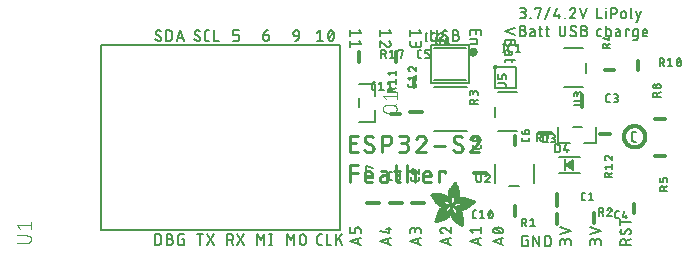
<source format=gbr>
G04 EAGLE Gerber RS-274X export*
G75*
%MOMM*%
%FSLAX34Y34*%
%LPD*%
%INSilkscreen Top*%
%IPPOS*%
%AMOC8*
5,1,8,0,0,1.08239X$1,22.5*%
G01*
%ADD10C,0.127000*%
%ADD11C,0.254000*%
%ADD12C,0.304800*%
%ADD13C,0.152400*%
%ADD14C,0.203200*%
%ADD15R,0.200000X1.000000*%
%ADD16C,0.101600*%
%ADD17C,0.100000*%
%ADD18C,0.350000*%
%ADD19R,0.050800X0.006300*%
%ADD20R,0.082600X0.006400*%
%ADD21R,0.120600X0.006300*%
%ADD22R,0.139700X0.006400*%
%ADD23R,0.158800X0.006300*%
%ADD24R,0.177800X0.006400*%
%ADD25R,0.196800X0.006300*%
%ADD26R,0.215900X0.006400*%
%ADD27R,0.228600X0.006300*%
%ADD28R,0.241300X0.006400*%
%ADD29R,0.254000X0.006300*%
%ADD30R,0.266700X0.006400*%
%ADD31R,0.279400X0.006300*%
%ADD32R,0.285700X0.006400*%
%ADD33R,0.298400X0.006300*%
%ADD34R,0.311200X0.006400*%
%ADD35R,0.317500X0.006300*%
%ADD36R,0.330200X0.006400*%
%ADD37R,0.336600X0.006300*%
%ADD38R,0.349200X0.006400*%
%ADD39R,0.361900X0.006300*%
%ADD40R,0.368300X0.006400*%
%ADD41R,0.381000X0.006300*%
%ADD42R,0.387300X0.006400*%
%ADD43R,0.393700X0.006300*%
%ADD44R,0.406400X0.006400*%
%ADD45R,0.412700X0.006300*%
%ADD46R,0.419100X0.006400*%
%ADD47R,0.431800X0.006300*%
%ADD48R,0.438100X0.006400*%
%ADD49R,0.450800X0.006300*%
%ADD50R,0.457200X0.006400*%
%ADD51R,0.463500X0.006300*%
%ADD52R,0.476200X0.006400*%
%ADD53R,0.482600X0.006300*%
%ADD54R,0.488900X0.006400*%
%ADD55R,0.501600X0.006300*%
%ADD56R,0.508000X0.006400*%
%ADD57R,0.514300X0.006300*%
%ADD58R,0.527000X0.006400*%
%ADD59R,0.533400X0.006300*%
%ADD60R,0.546100X0.006400*%
%ADD61R,0.552400X0.006300*%
%ADD62R,0.558800X0.006400*%
%ADD63R,0.571500X0.006300*%
%ADD64R,0.577800X0.006400*%
%ADD65R,0.584200X0.006300*%
%ADD66R,0.596900X0.006400*%
%ADD67R,0.603200X0.006300*%
%ADD68R,0.609600X0.006400*%
%ADD69R,0.622300X0.006300*%
%ADD70R,0.628600X0.006400*%
%ADD71R,0.641300X0.006300*%
%ADD72R,0.647700X0.006400*%
%ADD73R,0.063500X0.006300*%
%ADD74R,0.654000X0.006300*%
%ADD75R,0.101600X0.006400*%
%ADD76R,0.666700X0.006400*%
%ADD77R,0.139700X0.006300*%
%ADD78R,0.673100X0.006300*%
%ADD79R,0.165100X0.006400*%
%ADD80R,0.679400X0.006400*%
%ADD81R,0.196900X0.006300*%
%ADD82R,0.692100X0.006300*%
%ADD83R,0.222200X0.006400*%
%ADD84R,0.698500X0.006400*%
%ADD85R,0.247700X0.006300*%
%ADD86R,0.704800X0.006300*%
%ADD87R,0.279400X0.006400*%
%ADD88R,0.717500X0.006400*%
%ADD89R,0.298500X0.006300*%
%ADD90R,0.723900X0.006300*%
%ADD91R,0.736600X0.006400*%
%ADD92R,0.342900X0.006300*%
%ADD93R,0.742900X0.006300*%
%ADD94R,0.374700X0.006400*%
%ADD95R,0.749300X0.006400*%
%ADD96R,0.762000X0.006300*%
%ADD97R,0.412700X0.006400*%
%ADD98R,0.768300X0.006400*%
%ADD99R,0.438100X0.006300*%
%ADD100R,0.774700X0.006300*%
%ADD101R,0.463600X0.006400*%
%ADD102R,0.787400X0.006400*%
%ADD103R,0.793700X0.006300*%
%ADD104R,0.495300X0.006400*%
%ADD105R,0.800100X0.006400*%
%ADD106R,0.520700X0.006300*%
%ADD107R,0.812800X0.006300*%
%ADD108R,0.533400X0.006400*%
%ADD109R,0.819100X0.006400*%
%ADD110R,0.558800X0.006300*%
%ADD111R,0.825500X0.006300*%
%ADD112R,0.577900X0.006400*%
%ADD113R,0.831800X0.006400*%
%ADD114R,0.596900X0.006300*%
%ADD115R,0.844500X0.006300*%
%ADD116R,0.616000X0.006400*%
%ADD117R,0.850900X0.006400*%
%ADD118R,0.635000X0.006300*%
%ADD119R,0.857200X0.006300*%
%ADD120R,0.654100X0.006400*%
%ADD121R,0.863600X0.006400*%
%ADD122R,0.666700X0.006300*%
%ADD123R,0.869900X0.006300*%
%ADD124R,0.685800X0.006400*%
%ADD125R,0.876300X0.006400*%
%ADD126R,0.882600X0.006300*%
%ADD127R,0.723900X0.006400*%
%ADD128R,0.889000X0.006400*%
%ADD129R,0.895300X0.006300*%
%ADD130R,0.755700X0.006400*%
%ADD131R,0.901700X0.006400*%
%ADD132R,0.908000X0.006300*%
%ADD133R,0.793800X0.006400*%
%ADD134R,0.914400X0.006400*%
%ADD135R,0.806400X0.006300*%
%ADD136R,0.920700X0.006300*%
%ADD137R,0.825500X0.006400*%
%ADD138R,0.927100X0.006400*%
%ADD139R,0.933400X0.006300*%
%ADD140R,0.857300X0.006400*%
%ADD141R,0.939800X0.006400*%
%ADD142R,0.870000X0.006300*%
%ADD143R,0.939800X0.006300*%
%ADD144R,0.946100X0.006400*%
%ADD145R,0.952500X0.006300*%
%ADD146R,0.908000X0.006400*%
%ADD147R,0.958800X0.006400*%
%ADD148R,0.965200X0.006300*%
%ADD149R,0.965200X0.006400*%
%ADD150R,0.971500X0.006300*%
%ADD151R,0.952500X0.006400*%
%ADD152R,0.977900X0.006400*%
%ADD153R,0.958800X0.006300*%
%ADD154R,0.984200X0.006300*%
%ADD155R,0.971500X0.006400*%
%ADD156R,0.984200X0.006400*%
%ADD157R,0.990600X0.006300*%
%ADD158R,0.984300X0.006400*%
%ADD159R,0.996900X0.006400*%
%ADD160R,0.997000X0.006300*%
%ADD161R,0.996900X0.006300*%
%ADD162R,1.003300X0.006400*%
%ADD163R,1.016000X0.006300*%
%ADD164R,1.009600X0.006300*%
%ADD165R,1.016000X0.006400*%
%ADD166R,1.009600X0.006400*%
%ADD167R,1.022300X0.006300*%
%ADD168R,1.028700X0.006400*%
%ADD169R,1.035100X0.006300*%
%ADD170R,1.047800X0.006400*%
%ADD171R,1.054100X0.006300*%
%ADD172R,1.028700X0.006300*%
%ADD173R,1.054100X0.006400*%
%ADD174R,1.035000X0.006400*%
%ADD175R,1.060400X0.006300*%
%ADD176R,1.035000X0.006300*%
%ADD177R,1.060500X0.006400*%
%ADD178R,1.041400X0.006400*%
%ADD179R,1.066800X0.006300*%
%ADD180R,1.041400X0.006300*%
%ADD181R,1.079500X0.006400*%
%ADD182R,1.047700X0.006400*%
%ADD183R,1.085900X0.006300*%
%ADD184R,1.047700X0.006300*%
%ADD185R,1.085800X0.006400*%
%ADD186R,1.092200X0.006300*%
%ADD187R,1.085900X0.006400*%
%ADD188R,1.098600X0.006300*%
%ADD189R,1.098600X0.006400*%
%ADD190R,1.060400X0.006400*%
%ADD191R,1.104900X0.006300*%
%ADD192R,1.104900X0.006400*%
%ADD193R,1.066800X0.006400*%
%ADD194R,1.111200X0.006300*%
%ADD195R,1.117600X0.006400*%
%ADD196R,1.117600X0.006300*%
%ADD197R,1.073100X0.006300*%
%ADD198R,1.073100X0.006400*%
%ADD199R,1.124000X0.006300*%
%ADD200R,1.079500X0.006300*%
%ADD201R,1.123900X0.006400*%
%ADD202R,1.130300X0.006300*%
%ADD203R,1.130300X0.006400*%
%ADD204R,1.136700X0.006400*%
%ADD205R,1.136700X0.006300*%
%ADD206R,1.085800X0.006300*%
%ADD207R,1.136600X0.006400*%
%ADD208R,1.136600X0.006300*%
%ADD209R,1.143000X0.006400*%
%ADD210R,1.143000X0.006300*%
%ADD211R,1.149400X0.006300*%
%ADD212R,1.149300X0.006300*%
%ADD213R,1.149300X0.006400*%
%ADD214R,1.149400X0.006400*%
%ADD215R,1.155700X0.006400*%
%ADD216R,1.155700X0.006300*%
%ADD217R,1.060500X0.006300*%
%ADD218R,2.197100X0.006400*%
%ADD219R,2.197100X0.006300*%
%ADD220R,2.184400X0.006300*%
%ADD221R,2.184400X0.006400*%
%ADD222R,2.171700X0.006400*%
%ADD223R,2.171700X0.006300*%
%ADD224R,1.530300X0.006400*%
%ADD225R,1.505000X0.006300*%
%ADD226R,1.492300X0.006400*%
%ADD227R,1.485900X0.006300*%
%ADD228R,0.565200X0.006300*%
%ADD229R,1.473200X0.006400*%
%ADD230R,0.565200X0.006400*%
%ADD231R,1.460500X0.006300*%
%ADD232R,1.454100X0.006400*%
%ADD233R,0.552400X0.006400*%
%ADD234R,1.441500X0.006300*%
%ADD235R,0.546100X0.006300*%
%ADD236R,1.435100X0.006400*%
%ADD237R,0.539800X0.006400*%
%ADD238R,1.428800X0.006300*%
%ADD239R,1.422400X0.006400*%
%ADD240R,1.409700X0.006300*%
%ADD241R,0.527100X0.006300*%
%ADD242R,1.403300X0.006400*%
%ADD243R,0.527100X0.006400*%
%ADD244R,1.390700X0.006300*%
%ADD245R,1.384300X0.006400*%
%ADD246R,0.520700X0.006400*%
%ADD247R,1.384300X0.006300*%
%ADD248R,0.514400X0.006300*%
%ADD249R,1.371600X0.006400*%
%ADD250R,1.365200X0.006300*%
%ADD251R,0.508000X0.006300*%
%ADD252R,1.352600X0.006400*%
%ADD253R,0.501700X0.006400*%
%ADD254R,0.711200X0.006300*%
%ADD255R,0.603300X0.006300*%
%ADD256R,0.501700X0.006300*%
%ADD257R,0.692100X0.006400*%
%ADD258R,0.571500X0.006400*%
%ADD259R,0.679400X0.006300*%
%ADD260R,0.495300X0.006300*%
%ADD261R,0.673100X0.006400*%
%ADD262R,0.666800X0.006300*%
%ADD263R,0.488900X0.006300*%
%ADD264R,0.660400X0.006400*%
%ADD265R,0.482600X0.006400*%
%ADD266R,0.476200X0.006300*%
%ADD267R,0.654000X0.006400*%
%ADD268R,0.469900X0.006400*%
%ADD269R,0.476300X0.006400*%
%ADD270R,0.647700X0.006300*%
%ADD271R,0.457200X0.006300*%
%ADD272R,0.469900X0.006300*%
%ADD273R,0.641300X0.006400*%
%ADD274R,0.444500X0.006400*%
%ADD275R,0.463600X0.006300*%
%ADD276R,0.635000X0.006400*%
%ADD277R,0.463500X0.006400*%
%ADD278R,0.393700X0.006400*%
%ADD279R,0.450800X0.006400*%
%ADD280R,0.628600X0.006300*%
%ADD281R,0.387400X0.006300*%
%ADD282R,0.450900X0.006300*%
%ADD283R,0.628700X0.006400*%
%ADD284R,0.374600X0.006400*%
%ADD285R,0.368300X0.006300*%
%ADD286R,0.438200X0.006300*%
%ADD287R,0.622300X0.006400*%
%ADD288R,0.355600X0.006400*%
%ADD289R,0.431800X0.006400*%
%ADD290R,0.349300X0.006300*%
%ADD291R,0.425400X0.006300*%
%ADD292R,0.615900X0.006300*%
%ADD293R,0.330200X0.006300*%
%ADD294R,0.419100X0.006300*%
%ADD295R,0.616000X0.006300*%
%ADD296R,0.311200X0.006300*%
%ADD297R,0.406400X0.006300*%
%ADD298R,0.615900X0.006400*%
%ADD299R,0.304800X0.006400*%
%ADD300R,0.158800X0.006400*%
%ADD301R,0.609600X0.006300*%
%ADD302R,0.292100X0.006300*%
%ADD303R,0.235000X0.006300*%
%ADD304R,0.387400X0.006400*%
%ADD305R,0.292100X0.006400*%
%ADD306R,0.336500X0.006300*%
%ADD307R,0.260400X0.006300*%
%ADD308R,0.603300X0.006400*%
%ADD309R,0.260400X0.006400*%
%ADD310R,0.362000X0.006400*%
%ADD311R,0.450900X0.006400*%
%ADD312R,0.355600X0.006300*%
%ADD313R,0.342900X0.006400*%
%ADD314R,0.514300X0.006400*%
%ADD315R,0.234900X0.006300*%
%ADD316R,0.539700X0.006300*%
%ADD317R,0.603200X0.006400*%
%ADD318R,0.234900X0.006400*%
%ADD319R,0.920700X0.006400*%
%ADD320R,0.958900X0.006400*%
%ADD321R,0.215900X0.006300*%
%ADD322R,0.209600X0.006400*%
%ADD323R,0.203200X0.006300*%
%ADD324R,1.003300X0.006300*%
%ADD325R,0.203200X0.006400*%
%ADD326R,0.196900X0.006400*%
%ADD327R,0.190500X0.006300*%
%ADD328R,0.190500X0.006400*%
%ADD329R,0.184200X0.006300*%
%ADD330R,0.590500X0.006400*%
%ADD331R,0.184200X0.006400*%
%ADD332R,0.590500X0.006300*%
%ADD333R,0.177800X0.006300*%
%ADD334R,0.584200X0.006400*%
%ADD335R,1.168400X0.006400*%
%ADD336R,0.171500X0.006300*%
%ADD337R,1.187500X0.006300*%
%ADD338R,1.200100X0.006400*%
%ADD339R,0.577800X0.006300*%
%ADD340R,1.212900X0.006300*%
%ADD341R,1.231900X0.006400*%
%ADD342R,1.250900X0.006300*%
%ADD343R,0.565100X0.006400*%
%ADD344R,0.184100X0.006400*%
%ADD345R,1.263700X0.006400*%
%ADD346R,0.565100X0.006300*%
%ADD347R,1.289100X0.006300*%
%ADD348R,1.314400X0.006400*%
%ADD349R,0.552500X0.006300*%
%ADD350R,1.568500X0.006300*%
%ADD351R,0.552500X0.006400*%
%ADD352R,1.581200X0.006400*%
%ADD353R,1.593800X0.006300*%
%ADD354R,1.606500X0.006400*%
%ADD355R,1.619300X0.006300*%
%ADD356R,0.514400X0.006400*%
%ADD357R,1.638300X0.006400*%
%ADD358R,1.657300X0.006300*%
%ADD359R,2.209800X0.006400*%
%ADD360R,2.425700X0.006300*%
%ADD361R,2.470100X0.006400*%
%ADD362R,2.501900X0.006300*%
%ADD363R,2.533700X0.006400*%
%ADD364R,2.559000X0.006300*%
%ADD365R,2.584500X0.006400*%
%ADD366R,2.609900X0.006300*%
%ADD367R,2.628900X0.006400*%
%ADD368R,2.660600X0.006300*%
%ADD369R,2.673400X0.006400*%
%ADD370R,1.422400X0.006300*%
%ADD371R,1.200200X0.006300*%
%ADD372R,1.365300X0.006300*%
%ADD373R,1.365300X0.006400*%
%ADD374R,1.352500X0.006300*%
%ADD375R,1.098500X0.006300*%
%ADD376R,1.358900X0.006400*%
%ADD377R,1.352600X0.006300*%
%ADD378R,1.358900X0.006300*%
%ADD379R,1.371600X0.006300*%
%ADD380R,1.377900X0.006400*%
%ADD381R,1.397000X0.006400*%
%ADD382R,1.403300X0.006300*%
%ADD383R,0.914400X0.006300*%
%ADD384R,0.876300X0.006300*%
%ADD385R,0.374600X0.006300*%
%ADD386R,1.073200X0.006400*%
%ADD387R,0.374700X0.006300*%
%ADD388R,0.844600X0.006400*%
%ADD389R,0.844600X0.006300*%
%ADD390R,0.831900X0.006400*%
%ADD391R,1.092200X0.006400*%
%ADD392R,0.400000X0.006300*%
%ADD393R,0.819200X0.006400*%
%ADD394R,1.111300X0.006400*%
%ADD395R,0.812800X0.006400*%
%ADD396R,0.800100X0.006300*%
%ADD397R,0.476300X0.006300*%
%ADD398R,1.181100X0.006300*%
%ADD399R,0.501600X0.006400*%
%ADD400R,1.193800X0.006400*%
%ADD401R,0.781000X0.006400*%
%ADD402R,1.238200X0.006400*%
%ADD403R,0.781100X0.006300*%
%ADD404R,1.257300X0.006300*%
%ADD405R,1.295400X0.006400*%
%ADD406R,1.333500X0.006300*%
%ADD407R,0.774700X0.006400*%
%ADD408R,1.866900X0.006400*%
%ADD409R,0.209600X0.006300*%
%ADD410R,1.866900X0.006300*%
%ADD411R,0.768400X0.006400*%
%ADD412R,0.209500X0.006400*%
%ADD413R,1.860600X0.006400*%
%ADD414R,0.762000X0.006400*%
%ADD415R,0.768400X0.006300*%
%ADD416R,1.860600X0.006300*%
%ADD417R,1.860500X0.006400*%
%ADD418R,0.222300X0.006300*%
%ADD419R,1.854200X0.006300*%
%ADD420R,0.235000X0.006400*%
%ADD421R,1.854200X0.006400*%
%ADD422R,0.768300X0.006300*%
%ADD423R,0.260300X0.006400*%
%ADD424R,1.847800X0.006400*%
%ADD425R,0.266700X0.006300*%
%ADD426R,1.847800X0.006300*%
%ADD427R,0.273100X0.006400*%
%ADD428R,1.841500X0.006400*%
%ADD429R,0.285800X0.006300*%
%ADD430R,1.841500X0.006300*%
%ADD431R,0.298500X0.006400*%
%ADD432R,1.835100X0.006400*%
%ADD433R,0.781000X0.006300*%
%ADD434R,0.304800X0.006300*%
%ADD435R,1.835100X0.006300*%
%ADD436R,0.317500X0.006400*%
%ADD437R,1.828800X0.006400*%
%ADD438R,0.787400X0.006300*%
%ADD439R,0.323800X0.006300*%
%ADD440R,1.828800X0.006300*%
%ADD441R,0.793700X0.006400*%
%ADD442R,1.822400X0.006400*%
%ADD443R,0.806500X0.006300*%
%ADD444R,1.822400X0.006300*%
%ADD445R,1.816100X0.006400*%
%ADD446R,0.819100X0.006300*%
%ADD447R,0.387300X0.006300*%
%ADD448R,1.816100X0.006300*%
%ADD449R,1.809800X0.006400*%
%ADD450R,1.803400X0.006300*%
%ADD451R,1.797000X0.006400*%
%ADD452R,0.901700X0.006300*%
%ADD453R,1.797000X0.006300*%
%ADD454R,1.441400X0.006400*%
%ADD455R,1.790700X0.006400*%
%ADD456R,1.447800X0.006300*%
%ADD457R,1.784300X0.006300*%
%ADD458R,1.447800X0.006400*%
%ADD459R,1.784300X0.006400*%
%ADD460R,1.454100X0.006300*%
%ADD461R,1.771700X0.006300*%
%ADD462R,1.460500X0.006400*%
%ADD463R,1.759000X0.006400*%
%ADD464R,1.466800X0.006300*%
%ADD465R,1.752600X0.006300*%
%ADD466R,1.466800X0.006400*%
%ADD467R,1.739900X0.006400*%
%ADD468R,1.473200X0.006300*%
%ADD469R,1.727200X0.006300*%
%ADD470R,1.479500X0.006400*%
%ADD471R,1.714500X0.006400*%
%ADD472R,1.695400X0.006300*%
%ADD473R,1.485900X0.006400*%
%ADD474R,1.682700X0.006400*%
%ADD475R,1.492200X0.006300*%
%ADD476R,1.663700X0.006300*%
%ADD477R,1.498600X0.006400*%
%ADD478R,1.644600X0.006400*%
%ADD479R,1.498600X0.006300*%
%ADD480R,1.619200X0.006300*%
%ADD481R,1.511300X0.006400*%
%ADD482R,1.600200X0.006400*%
%ADD483R,1.517700X0.006300*%
%ADD484R,1.574800X0.006300*%
%ADD485R,1.524000X0.006400*%
%ADD486R,1.555800X0.006400*%
%ADD487R,1.524000X0.006300*%
%ADD488R,1.536700X0.006300*%
%ADD489R,1.530400X0.006400*%
%ADD490R,1.517700X0.006400*%
%ADD491R,1.492300X0.006300*%
%ADD492R,1.549400X0.006400*%
%ADD493R,1.479600X0.006400*%
%ADD494R,1.549400X0.006300*%
%ADD495R,1.555700X0.006400*%
%ADD496R,1.562100X0.006300*%
%ADD497R,0.323900X0.006300*%
%ADD498R,1.568400X0.006400*%
%ADD499R,0.336600X0.006400*%
%ADD500R,1.587500X0.006300*%
%ADD501R,0.971600X0.006300*%
%ADD502R,0.349300X0.006400*%
%ADD503R,1.600200X0.006300*%
%ADD504R,0.920800X0.006300*%
%ADD505R,0.882700X0.006400*%
%ADD506R,1.612900X0.006300*%
%ADD507R,0.362000X0.006300*%
%ADD508R,1.625600X0.006400*%
%ADD509R,1.625600X0.006300*%
%ADD510R,1.644600X0.006300*%
%ADD511R,0.736600X0.006300*%
%ADD512R,0.717600X0.006400*%
%ADD513R,1.657400X0.006300*%
%ADD514R,0.679500X0.006300*%
%ADD515R,1.663700X0.006400*%
%ADD516R,0.400000X0.006400*%
%ADD517R,1.676400X0.006300*%
%ADD518R,1.676400X0.006400*%
%ADD519R,0.425500X0.006400*%
%ADD520R,1.352500X0.006400*%
%ADD521R,0.444500X0.006300*%
%ADD522R,0.361900X0.006400*%
%ADD523R,0.088900X0.006300*%
%ADD524R,1.009700X0.006300*%
%ADD525R,1.009700X0.006400*%
%ADD526R,1.022300X0.006400*%
%ADD527R,1.346200X0.006400*%
%ADD528R,1.346200X0.006300*%
%ADD529R,1.339900X0.006400*%
%ADD530R,1.035100X0.006400*%
%ADD531R,1.339800X0.006300*%
%ADD532R,1.333500X0.006400*%
%ADD533R,1.327200X0.006400*%
%ADD534R,1.320800X0.006300*%
%ADD535R,1.314500X0.006400*%
%ADD536R,1.314400X0.006300*%
%ADD537R,1.301700X0.006400*%
%ADD538R,1.295400X0.006300*%
%ADD539R,1.289000X0.006400*%
%ADD540R,1.276300X0.006300*%
%ADD541R,1.251000X0.006300*%
%ADD542R,1.244600X0.006400*%
%ADD543R,1.231900X0.006300*%
%ADD544R,1.212800X0.006400*%
%ADD545R,1.200100X0.006300*%
%ADD546R,1.187400X0.006400*%
%ADD547R,1.168400X0.006300*%
%ADD548R,1.047800X0.006300*%
%ADD549R,0.977900X0.006300*%
%ADD550R,0.946200X0.006400*%
%ADD551R,0.933400X0.006400*%
%ADD552R,0.895300X0.006400*%
%ADD553R,0.882700X0.006300*%
%ADD554R,0.863600X0.006300*%
%ADD555R,0.857200X0.006400*%
%ADD556R,0.850900X0.006300*%
%ADD557R,0.838200X0.006300*%
%ADD558R,0.806500X0.006400*%
%ADD559R,0.717600X0.006300*%
%ADD560R,0.711200X0.006400*%
%ADD561R,0.641400X0.006400*%
%ADD562R,0.641400X0.006300*%
%ADD563R,0.628700X0.006300*%
%ADD564R,0.590600X0.006300*%
%ADD565R,0.539700X0.006400*%
%ADD566R,0.285700X0.006300*%
%ADD567R,0.222200X0.006300*%
%ADD568R,0.171400X0.006300*%
%ADD569R,0.152400X0.006400*%
%ADD570R,0.133400X0.006300*%

G36*
X399047Y87925D02*
X399047Y87925D01*
X399118Y87923D01*
X399187Y87941D01*
X399258Y87950D01*
X399324Y87977D01*
X399393Y87995D01*
X399454Y88032D01*
X399520Y88059D01*
X399576Y88104D01*
X399638Y88141D01*
X399687Y88192D01*
X399742Y88237D01*
X399783Y88296D01*
X399832Y88348D01*
X399865Y88411D01*
X399906Y88469D01*
X399929Y88537D01*
X399962Y88601D01*
X399972Y88660D01*
X399999Y88738D01*
X400005Y88857D01*
X400017Y88932D01*
X400017Y92932D01*
X400007Y93003D01*
X400007Y93075D01*
X399987Y93143D01*
X399977Y93214D01*
X399948Y93279D01*
X399928Y93348D01*
X399890Y93408D01*
X399861Y93473D01*
X399815Y93528D01*
X399777Y93588D01*
X399724Y93636D01*
X399678Y93690D01*
X399618Y93730D01*
X399564Y93777D01*
X399500Y93808D01*
X399441Y93848D01*
X399373Y93869D01*
X399308Y93900D01*
X399238Y93912D01*
X399170Y93933D01*
X399098Y93935D01*
X399028Y93947D01*
X398957Y93939D01*
X398886Y93941D01*
X398816Y93922D01*
X398745Y93914D01*
X398690Y93889D01*
X398611Y93869D01*
X398508Y93808D01*
X398439Y93777D01*
X395439Y91777D01*
X395352Y91700D01*
X395262Y91627D01*
X395247Y91605D01*
X395227Y91587D01*
X395165Y91490D01*
X395098Y91395D01*
X395090Y91369D01*
X395075Y91347D01*
X395043Y91236D01*
X395005Y91126D01*
X395004Y91099D01*
X394997Y91074D01*
X394997Y90958D01*
X394991Y90842D01*
X394997Y90816D01*
X394997Y90789D01*
X395029Y90678D01*
X395055Y90565D01*
X395068Y90542D01*
X395076Y90516D01*
X395138Y90418D01*
X395194Y90317D01*
X395212Y90301D01*
X395227Y90276D01*
X395435Y90091D01*
X395439Y90087D01*
X398439Y88087D01*
X398503Y88056D01*
X398563Y88017D01*
X398631Y87995D01*
X398695Y87964D01*
X398766Y87952D01*
X398834Y87931D01*
X398905Y87929D01*
X398976Y87917D01*
X399047Y87925D01*
G37*
D10*
X448945Y23495D02*
X440055Y23495D01*
X440055Y25964D01*
X440057Y26062D01*
X440063Y26160D01*
X440073Y26258D01*
X440086Y26355D01*
X440104Y26452D01*
X440125Y26548D01*
X440150Y26642D01*
X440179Y26736D01*
X440211Y26829D01*
X440248Y26920D01*
X440287Y27010D01*
X440331Y27098D01*
X440378Y27184D01*
X440428Y27269D01*
X440481Y27351D01*
X440538Y27431D01*
X440598Y27509D01*
X440661Y27584D01*
X440727Y27657D01*
X440796Y27727D01*
X440867Y27794D01*
X440941Y27859D01*
X441018Y27920D01*
X441097Y27979D01*
X441178Y28034D01*
X441261Y28086D01*
X441347Y28134D01*
X441434Y28179D01*
X441523Y28221D01*
X441613Y28259D01*
X441705Y28293D01*
X441798Y28324D01*
X441893Y28351D01*
X441988Y28374D01*
X442085Y28394D01*
X442181Y28409D01*
X442279Y28421D01*
X442377Y28429D01*
X442475Y28433D01*
X442573Y28433D01*
X442671Y28429D01*
X442769Y28421D01*
X442867Y28409D01*
X442963Y28394D01*
X443060Y28374D01*
X443155Y28351D01*
X443250Y28324D01*
X443343Y28293D01*
X443435Y28259D01*
X443525Y28221D01*
X443614Y28179D01*
X443701Y28134D01*
X443787Y28086D01*
X443870Y28034D01*
X443951Y27979D01*
X444030Y27920D01*
X444107Y27859D01*
X444181Y27794D01*
X444252Y27727D01*
X444321Y27657D01*
X444387Y27584D01*
X444450Y27509D01*
X444510Y27431D01*
X444567Y27351D01*
X444620Y27269D01*
X444670Y27184D01*
X444717Y27098D01*
X444761Y27010D01*
X444800Y26920D01*
X444837Y26829D01*
X444869Y26736D01*
X444898Y26642D01*
X444923Y26548D01*
X444944Y26452D01*
X444962Y26355D01*
X444975Y26258D01*
X444985Y26160D01*
X444991Y26062D01*
X444993Y25964D01*
X444994Y25964D02*
X444994Y23495D01*
X444994Y26458D02*
X448945Y28434D01*
X448945Y35222D02*
X448943Y35308D01*
X448937Y35394D01*
X448928Y35480D01*
X448915Y35565D01*
X448898Y35650D01*
X448878Y35733D01*
X448854Y35816D01*
X448826Y35898D01*
X448795Y35978D01*
X448760Y36057D01*
X448722Y36134D01*
X448680Y36210D01*
X448636Y36284D01*
X448588Y36355D01*
X448537Y36425D01*
X448483Y36492D01*
X448426Y36557D01*
X448366Y36619D01*
X448304Y36679D01*
X448239Y36736D01*
X448172Y36790D01*
X448102Y36841D01*
X448031Y36889D01*
X447957Y36933D01*
X447881Y36975D01*
X447804Y37013D01*
X447725Y37048D01*
X447645Y37079D01*
X447563Y37107D01*
X447480Y37131D01*
X447397Y37151D01*
X447312Y37168D01*
X447227Y37181D01*
X447141Y37190D01*
X447055Y37196D01*
X446969Y37198D01*
X448946Y35222D02*
X448944Y35095D01*
X448938Y34969D01*
X448929Y34842D01*
X448915Y34716D01*
X448898Y34591D01*
X448877Y34466D01*
X448852Y34341D01*
X448823Y34218D01*
X448791Y34095D01*
X448755Y33974D01*
X448715Y33853D01*
X448672Y33734D01*
X448625Y33617D01*
X448574Y33500D01*
X448520Y33386D01*
X448463Y33273D01*
X448402Y33162D01*
X448338Y33052D01*
X448270Y32945D01*
X448200Y32840D01*
X448126Y32737D01*
X448049Y32636D01*
X447969Y32538D01*
X447886Y32442D01*
X447800Y32349D01*
X447711Y32258D01*
X442031Y32505D02*
X441945Y32507D01*
X441859Y32513D01*
X441773Y32522D01*
X441688Y32535D01*
X441603Y32552D01*
X441520Y32572D01*
X441437Y32596D01*
X441355Y32624D01*
X441275Y32655D01*
X441196Y32690D01*
X441119Y32728D01*
X441043Y32770D01*
X440969Y32814D01*
X440898Y32862D01*
X440828Y32913D01*
X440761Y32967D01*
X440696Y33024D01*
X440634Y33084D01*
X440574Y33146D01*
X440517Y33211D01*
X440463Y33278D01*
X440412Y33348D01*
X440364Y33419D01*
X440320Y33493D01*
X440278Y33569D01*
X440240Y33646D01*
X440205Y33725D01*
X440174Y33805D01*
X440146Y33887D01*
X440122Y33970D01*
X440102Y34053D01*
X440085Y34138D01*
X440072Y34223D01*
X440063Y34309D01*
X440057Y34395D01*
X440055Y34481D01*
X440057Y34600D01*
X440063Y34719D01*
X440072Y34838D01*
X440086Y34956D01*
X440103Y35074D01*
X440124Y35192D01*
X440149Y35308D01*
X440177Y35424D01*
X440209Y35539D01*
X440245Y35652D01*
X440285Y35765D01*
X440328Y35876D01*
X440374Y35986D01*
X440424Y36094D01*
X440478Y36200D01*
X440535Y36305D01*
X440595Y36407D01*
X440659Y36508D01*
X440726Y36607D01*
X440796Y36703D01*
X443759Y33494D02*
X443714Y33420D01*
X443665Y33348D01*
X443613Y33278D01*
X443558Y33211D01*
X443500Y33146D01*
X443440Y33084D01*
X443377Y33025D01*
X443311Y32968D01*
X443243Y32914D01*
X443173Y32863D01*
X443101Y32815D01*
X443026Y32770D01*
X442950Y32729D01*
X442872Y32691D01*
X442792Y32656D01*
X442711Y32625D01*
X442629Y32597D01*
X442546Y32573D01*
X442462Y32553D01*
X442376Y32536D01*
X442291Y32523D01*
X442204Y32514D01*
X442118Y32508D01*
X442031Y32506D01*
X445241Y36209D02*
X445286Y36283D01*
X445335Y36355D01*
X445387Y36425D01*
X445442Y36492D01*
X445500Y36557D01*
X445560Y36619D01*
X445623Y36679D01*
X445689Y36735D01*
X445757Y36789D01*
X445827Y36840D01*
X445899Y36888D01*
X445974Y36933D01*
X446050Y36974D01*
X446128Y37012D01*
X446208Y37047D01*
X446289Y37078D01*
X446371Y37106D01*
X446454Y37130D01*
X446538Y37150D01*
X446624Y37167D01*
X446709Y37180D01*
X446796Y37189D01*
X446882Y37195D01*
X446969Y37197D01*
X445241Y36210D02*
X443759Y33493D01*
X440055Y42958D02*
X448945Y42958D01*
X440055Y40488D02*
X440055Y45427D01*
X423545Y25964D02*
X423545Y23495D01*
X423545Y25964D02*
X423543Y26062D01*
X423537Y26160D01*
X423527Y26258D01*
X423514Y26355D01*
X423496Y26452D01*
X423475Y26548D01*
X423450Y26642D01*
X423421Y26736D01*
X423389Y26829D01*
X423352Y26920D01*
X423313Y27010D01*
X423269Y27098D01*
X423222Y27184D01*
X423172Y27269D01*
X423119Y27351D01*
X423062Y27431D01*
X423002Y27509D01*
X422939Y27584D01*
X422873Y27657D01*
X422804Y27727D01*
X422733Y27794D01*
X422659Y27859D01*
X422582Y27920D01*
X422503Y27979D01*
X422422Y28034D01*
X422339Y28086D01*
X422253Y28134D01*
X422166Y28179D01*
X422077Y28221D01*
X421987Y28259D01*
X421895Y28293D01*
X421802Y28324D01*
X421707Y28351D01*
X421612Y28374D01*
X421515Y28394D01*
X421419Y28409D01*
X421321Y28421D01*
X421223Y28429D01*
X421125Y28433D01*
X421027Y28433D01*
X420929Y28429D01*
X420831Y28421D01*
X420733Y28409D01*
X420637Y28394D01*
X420540Y28374D01*
X420445Y28351D01*
X420350Y28324D01*
X420257Y28293D01*
X420165Y28259D01*
X420075Y28221D01*
X419986Y28179D01*
X419899Y28134D01*
X419813Y28086D01*
X419730Y28034D01*
X419649Y27979D01*
X419570Y27920D01*
X419493Y27859D01*
X419419Y27794D01*
X419348Y27727D01*
X419279Y27657D01*
X419213Y27584D01*
X419150Y27509D01*
X419090Y27431D01*
X419033Y27351D01*
X418980Y27269D01*
X418930Y27184D01*
X418883Y27098D01*
X418839Y27010D01*
X418800Y26920D01*
X418763Y26829D01*
X418731Y26736D01*
X418702Y26642D01*
X418677Y26548D01*
X418656Y26452D01*
X418638Y26355D01*
X418625Y26258D01*
X418615Y26160D01*
X418609Y26062D01*
X418607Y25964D01*
X414655Y26458D02*
X414655Y23495D01*
X414655Y26458D02*
X414657Y26545D01*
X414663Y26633D01*
X414672Y26720D01*
X414686Y26806D01*
X414703Y26892D01*
X414724Y26976D01*
X414749Y27060D01*
X414778Y27143D01*
X414810Y27224D01*
X414845Y27304D01*
X414884Y27382D01*
X414927Y27459D01*
X414973Y27533D01*
X415022Y27605D01*
X415074Y27675D01*
X415130Y27743D01*
X415188Y27808D01*
X415249Y27871D01*
X415313Y27930D01*
X415380Y27987D01*
X415448Y28041D01*
X415520Y28092D01*
X415593Y28139D01*
X415668Y28184D01*
X415746Y28225D01*
X415825Y28262D01*
X415905Y28296D01*
X415987Y28326D01*
X416070Y28353D01*
X416155Y28376D01*
X416240Y28395D01*
X416326Y28410D01*
X416413Y28422D01*
X416500Y28430D01*
X416587Y28434D01*
X416675Y28434D01*
X416762Y28430D01*
X416849Y28422D01*
X416936Y28410D01*
X417022Y28395D01*
X417107Y28376D01*
X417192Y28353D01*
X417275Y28326D01*
X417357Y28296D01*
X417437Y28262D01*
X417516Y28225D01*
X417594Y28184D01*
X417669Y28139D01*
X417742Y28092D01*
X417814Y28041D01*
X417882Y27987D01*
X417949Y27930D01*
X418013Y27871D01*
X418074Y27808D01*
X418132Y27743D01*
X418188Y27675D01*
X418240Y27605D01*
X418289Y27533D01*
X418335Y27459D01*
X418378Y27382D01*
X418417Y27304D01*
X418452Y27224D01*
X418484Y27143D01*
X418513Y27060D01*
X418538Y26976D01*
X418559Y26892D01*
X418576Y26806D01*
X418590Y26720D01*
X418599Y26633D01*
X418605Y26545D01*
X418607Y26458D01*
X418606Y26458D02*
X418606Y24483D01*
X414655Y32145D02*
X423545Y35108D01*
X414655Y38072D01*
X398145Y25964D02*
X398145Y23495D01*
X398145Y25964D02*
X398143Y26062D01*
X398137Y26160D01*
X398127Y26258D01*
X398114Y26355D01*
X398096Y26452D01*
X398075Y26548D01*
X398050Y26642D01*
X398021Y26736D01*
X397989Y26829D01*
X397952Y26920D01*
X397913Y27010D01*
X397869Y27098D01*
X397822Y27184D01*
X397772Y27269D01*
X397719Y27351D01*
X397662Y27431D01*
X397602Y27509D01*
X397539Y27584D01*
X397473Y27657D01*
X397404Y27727D01*
X397333Y27794D01*
X397259Y27859D01*
X397182Y27920D01*
X397103Y27979D01*
X397022Y28034D01*
X396939Y28086D01*
X396853Y28134D01*
X396766Y28179D01*
X396677Y28221D01*
X396587Y28259D01*
X396495Y28293D01*
X396402Y28324D01*
X396307Y28351D01*
X396212Y28374D01*
X396115Y28394D01*
X396019Y28409D01*
X395921Y28421D01*
X395823Y28429D01*
X395725Y28433D01*
X395627Y28433D01*
X395529Y28429D01*
X395431Y28421D01*
X395333Y28409D01*
X395237Y28394D01*
X395140Y28374D01*
X395045Y28351D01*
X394950Y28324D01*
X394857Y28293D01*
X394765Y28259D01*
X394675Y28221D01*
X394586Y28179D01*
X394499Y28134D01*
X394413Y28086D01*
X394330Y28034D01*
X394249Y27979D01*
X394170Y27920D01*
X394093Y27859D01*
X394019Y27794D01*
X393948Y27727D01*
X393879Y27657D01*
X393813Y27584D01*
X393750Y27509D01*
X393690Y27431D01*
X393633Y27351D01*
X393580Y27269D01*
X393530Y27184D01*
X393483Y27098D01*
X393439Y27010D01*
X393400Y26920D01*
X393363Y26829D01*
X393331Y26736D01*
X393302Y26642D01*
X393277Y26548D01*
X393256Y26452D01*
X393238Y26355D01*
X393225Y26258D01*
X393215Y26160D01*
X393209Y26062D01*
X393207Y25964D01*
X389255Y26458D02*
X389255Y23495D01*
X389255Y26458D02*
X389257Y26545D01*
X389263Y26633D01*
X389272Y26720D01*
X389286Y26806D01*
X389303Y26892D01*
X389324Y26976D01*
X389349Y27060D01*
X389378Y27143D01*
X389410Y27224D01*
X389445Y27304D01*
X389484Y27382D01*
X389527Y27459D01*
X389573Y27533D01*
X389622Y27605D01*
X389674Y27675D01*
X389730Y27743D01*
X389788Y27808D01*
X389849Y27871D01*
X389913Y27930D01*
X389980Y27987D01*
X390048Y28041D01*
X390120Y28092D01*
X390193Y28139D01*
X390268Y28184D01*
X390346Y28225D01*
X390425Y28262D01*
X390505Y28296D01*
X390587Y28326D01*
X390670Y28353D01*
X390755Y28376D01*
X390840Y28395D01*
X390926Y28410D01*
X391013Y28422D01*
X391100Y28430D01*
X391187Y28434D01*
X391275Y28434D01*
X391362Y28430D01*
X391449Y28422D01*
X391536Y28410D01*
X391622Y28395D01*
X391707Y28376D01*
X391792Y28353D01*
X391875Y28326D01*
X391957Y28296D01*
X392037Y28262D01*
X392116Y28225D01*
X392194Y28184D01*
X392269Y28139D01*
X392342Y28092D01*
X392414Y28041D01*
X392482Y27987D01*
X392549Y27930D01*
X392613Y27871D01*
X392674Y27808D01*
X392732Y27743D01*
X392788Y27675D01*
X392840Y27605D01*
X392889Y27533D01*
X392935Y27459D01*
X392978Y27382D01*
X393017Y27304D01*
X393052Y27224D01*
X393084Y27143D01*
X393113Y27060D01*
X393138Y26976D01*
X393159Y26892D01*
X393176Y26806D01*
X393190Y26720D01*
X393199Y26633D01*
X393205Y26545D01*
X393207Y26458D01*
X393206Y26458D02*
X393206Y24483D01*
X389255Y32145D02*
X398145Y35108D01*
X389255Y38072D01*
X361493Y27164D02*
X360011Y27164D01*
X361493Y27164D02*
X361493Y22225D01*
X358530Y22225D01*
X358444Y22227D01*
X358358Y22233D01*
X358272Y22242D01*
X358187Y22255D01*
X358102Y22272D01*
X358019Y22292D01*
X357936Y22316D01*
X357854Y22344D01*
X357774Y22375D01*
X357695Y22410D01*
X357618Y22448D01*
X357542Y22490D01*
X357468Y22534D01*
X357397Y22582D01*
X357327Y22633D01*
X357260Y22687D01*
X357195Y22744D01*
X357133Y22804D01*
X357073Y22866D01*
X357016Y22931D01*
X356962Y22998D01*
X356911Y23068D01*
X356863Y23139D01*
X356819Y23213D01*
X356777Y23289D01*
X356739Y23366D01*
X356704Y23445D01*
X356673Y23525D01*
X356645Y23607D01*
X356621Y23690D01*
X356601Y23773D01*
X356584Y23858D01*
X356571Y23943D01*
X356562Y24029D01*
X356556Y24115D01*
X356554Y24201D01*
X356554Y29139D01*
X356556Y29228D01*
X356562Y29316D01*
X356572Y29404D01*
X356586Y29492D01*
X356604Y29579D01*
X356625Y29665D01*
X356651Y29750D01*
X356680Y29833D01*
X356713Y29916D01*
X356750Y29996D01*
X356790Y30075D01*
X356834Y30152D01*
X356881Y30228D01*
X356931Y30300D01*
X356985Y30371D01*
X357042Y30439D01*
X357102Y30505D01*
X357164Y30567D01*
X357230Y30627D01*
X357298Y30684D01*
X357369Y30738D01*
X357441Y30788D01*
X357516Y30835D01*
X357594Y30879D01*
X357673Y30919D01*
X357753Y30956D01*
X357836Y30989D01*
X357919Y31018D01*
X358004Y31044D01*
X358090Y31065D01*
X358177Y31083D01*
X358265Y31097D01*
X358353Y31107D01*
X358441Y31113D01*
X358530Y31115D01*
X361493Y31115D01*
X366308Y31115D02*
X366308Y22225D01*
X371246Y22225D02*
X366308Y31115D01*
X371246Y31115D02*
X371246Y22225D01*
X376061Y22225D02*
X376061Y31115D01*
X378531Y31115D01*
X378628Y31113D01*
X378725Y31107D01*
X378821Y31098D01*
X378917Y31085D01*
X379013Y31068D01*
X379107Y31047D01*
X379201Y31022D01*
X379294Y30994D01*
X379386Y30962D01*
X379476Y30927D01*
X379565Y30888D01*
X379652Y30846D01*
X379737Y30800D01*
X379821Y30751D01*
X379903Y30699D01*
X379982Y30643D01*
X380060Y30585D01*
X380134Y30523D01*
X380207Y30459D01*
X380277Y30392D01*
X380344Y30322D01*
X380408Y30249D01*
X380470Y30175D01*
X380528Y30097D01*
X380584Y30018D01*
X380636Y29936D01*
X380685Y29852D01*
X380731Y29767D01*
X380773Y29680D01*
X380812Y29591D01*
X380847Y29501D01*
X380879Y29409D01*
X380907Y29316D01*
X380932Y29222D01*
X380953Y29128D01*
X380970Y29032D01*
X380983Y28936D01*
X380992Y28840D01*
X380998Y28743D01*
X381000Y28646D01*
X381000Y24694D01*
X380998Y24597D01*
X380992Y24500D01*
X380983Y24404D01*
X380970Y24308D01*
X380953Y24212D01*
X380932Y24118D01*
X380907Y24024D01*
X380879Y23931D01*
X380847Y23839D01*
X380812Y23749D01*
X380773Y23660D01*
X380731Y23573D01*
X380685Y23488D01*
X380636Y23404D01*
X380584Y23322D01*
X380528Y23243D01*
X380470Y23165D01*
X380408Y23091D01*
X380344Y23018D01*
X380277Y22948D01*
X380207Y22881D01*
X380134Y22817D01*
X380060Y22755D01*
X379982Y22697D01*
X379903Y22641D01*
X379821Y22589D01*
X379737Y22540D01*
X379652Y22494D01*
X379565Y22452D01*
X379476Y22413D01*
X379386Y22378D01*
X379294Y22346D01*
X379201Y22318D01*
X379107Y22293D01*
X379013Y22272D01*
X378917Y22255D01*
X378821Y22242D01*
X378725Y22233D01*
X378628Y22227D01*
X378531Y22225D01*
X376061Y22225D01*
X340995Y23495D02*
X332105Y26458D01*
X340995Y29422D01*
X338773Y28681D02*
X338773Y24236D01*
X336550Y33133D02*
X336375Y33135D01*
X336200Y33141D01*
X336026Y33152D01*
X335851Y33166D01*
X335678Y33185D01*
X335504Y33208D01*
X335331Y33235D01*
X335159Y33266D01*
X334988Y33301D01*
X334818Y33341D01*
X334648Y33384D01*
X334480Y33432D01*
X334313Y33483D01*
X334147Y33538D01*
X333982Y33598D01*
X333819Y33661D01*
X333658Y33728D01*
X333498Y33799D01*
X333340Y33874D01*
X333339Y33874D02*
X333261Y33903D01*
X333183Y33935D01*
X333108Y33972D01*
X333034Y34011D01*
X332962Y34054D01*
X332891Y34100D01*
X332824Y34150D01*
X332758Y34202D01*
X332695Y34257D01*
X332635Y34316D01*
X332577Y34377D01*
X332522Y34440D01*
X332470Y34506D01*
X332421Y34575D01*
X332376Y34645D01*
X332333Y34717D01*
X332294Y34792D01*
X332259Y34868D01*
X332227Y34945D01*
X332199Y35024D01*
X332174Y35105D01*
X332153Y35186D01*
X332136Y35268D01*
X332122Y35351D01*
X332113Y35434D01*
X332107Y35518D01*
X332105Y35602D01*
X332107Y35686D01*
X332113Y35770D01*
X332122Y35853D01*
X332136Y35936D01*
X332153Y36018D01*
X332174Y36099D01*
X332199Y36180D01*
X332227Y36259D01*
X332259Y36336D01*
X332294Y36412D01*
X332333Y36487D01*
X332376Y36559D01*
X332421Y36630D01*
X332470Y36698D01*
X332522Y36764D01*
X332577Y36827D01*
X332635Y36888D01*
X332695Y36947D01*
X332758Y37002D01*
X332824Y37054D01*
X332891Y37104D01*
X332962Y37150D01*
X333034Y37193D01*
X333108Y37232D01*
X333183Y37269D01*
X333261Y37301D01*
X333340Y37330D01*
X333340Y37331D02*
X333498Y37406D01*
X333658Y37477D01*
X333819Y37544D01*
X333982Y37607D01*
X334147Y37667D01*
X334313Y37722D01*
X334480Y37773D01*
X334648Y37821D01*
X334818Y37864D01*
X334988Y37904D01*
X335159Y37939D01*
X335331Y37970D01*
X335504Y37997D01*
X335678Y38020D01*
X335851Y38039D01*
X336026Y38053D01*
X336200Y38064D01*
X336375Y38070D01*
X336550Y38072D01*
X336550Y33133D02*
X336725Y33135D01*
X336900Y33141D01*
X337074Y33152D01*
X337249Y33166D01*
X337422Y33185D01*
X337596Y33208D01*
X337769Y33235D01*
X337941Y33266D01*
X338112Y33301D01*
X338282Y33341D01*
X338452Y33384D01*
X338620Y33432D01*
X338787Y33483D01*
X338953Y33538D01*
X339118Y33598D01*
X339281Y33661D01*
X339442Y33728D01*
X339602Y33799D01*
X339760Y33874D01*
X339761Y33874D02*
X339839Y33903D01*
X339917Y33935D01*
X339992Y33972D01*
X340066Y34011D01*
X340139Y34054D01*
X340209Y34100D01*
X340276Y34150D01*
X340342Y34202D01*
X340405Y34258D01*
X340466Y34316D01*
X340523Y34377D01*
X340578Y34440D01*
X340630Y34506D01*
X340679Y34575D01*
X340724Y34645D01*
X340767Y34717D01*
X340806Y34792D01*
X340841Y34868D01*
X340873Y34946D01*
X340901Y35025D01*
X340926Y35105D01*
X340947Y35186D01*
X340964Y35268D01*
X340978Y35351D01*
X340987Y35434D01*
X340993Y35518D01*
X340995Y35602D01*
X339760Y37331D02*
X339602Y37406D01*
X339442Y37477D01*
X339281Y37544D01*
X339118Y37607D01*
X338953Y37667D01*
X338787Y37722D01*
X338620Y37773D01*
X338452Y37821D01*
X338282Y37864D01*
X338112Y37904D01*
X337941Y37939D01*
X337769Y37970D01*
X337596Y37997D01*
X337422Y38020D01*
X337249Y38039D01*
X337074Y38053D01*
X336900Y38064D01*
X336725Y38070D01*
X336550Y38072D01*
X339761Y37330D02*
X339839Y37301D01*
X339917Y37269D01*
X339992Y37232D01*
X340066Y37193D01*
X340139Y37150D01*
X340209Y37104D01*
X340276Y37054D01*
X340342Y37002D01*
X340405Y36946D01*
X340465Y36888D01*
X340523Y36827D01*
X340578Y36764D01*
X340630Y36698D01*
X340679Y36629D01*
X340724Y36559D01*
X340767Y36487D01*
X340806Y36412D01*
X340841Y36336D01*
X340873Y36259D01*
X340901Y36180D01*
X340926Y36099D01*
X340947Y36018D01*
X340964Y35936D01*
X340978Y35853D01*
X340987Y35770D01*
X340993Y35686D01*
X340995Y35602D01*
X339019Y33627D02*
X334081Y37578D01*
X321945Y23495D02*
X313055Y26458D01*
X321945Y29422D01*
X319723Y28681D02*
X319723Y24236D01*
X315031Y33133D02*
X313055Y35602D01*
X321945Y35602D01*
X321945Y33133D02*
X321945Y38072D01*
X296545Y23495D02*
X287655Y26458D01*
X296545Y29422D01*
X294323Y28681D02*
X294323Y24236D01*
X287655Y35849D02*
X287657Y35941D01*
X287663Y36033D01*
X287672Y36124D01*
X287685Y36215D01*
X287702Y36305D01*
X287723Y36395D01*
X287747Y36483D01*
X287775Y36571D01*
X287807Y36657D01*
X287842Y36742D01*
X287881Y36825D01*
X287923Y36907D01*
X287968Y36987D01*
X288017Y37065D01*
X288069Y37141D01*
X288124Y37214D01*
X288182Y37286D01*
X288242Y37355D01*
X288306Y37421D01*
X288372Y37485D01*
X288441Y37545D01*
X288513Y37603D01*
X288586Y37658D01*
X288662Y37710D01*
X288740Y37759D01*
X288820Y37804D01*
X288902Y37846D01*
X288985Y37885D01*
X289070Y37920D01*
X289156Y37952D01*
X289244Y37980D01*
X289332Y38004D01*
X289422Y38025D01*
X289512Y38042D01*
X289603Y38055D01*
X289694Y38064D01*
X289786Y38070D01*
X289878Y38072D01*
X287655Y35849D02*
X287657Y35743D01*
X287663Y35638D01*
X287673Y35533D01*
X287686Y35428D01*
X287704Y35324D01*
X287725Y35221D01*
X287750Y35118D01*
X287779Y35016D01*
X287812Y34916D01*
X287848Y34817D01*
X287888Y34719D01*
X287932Y34623D01*
X287979Y34528D01*
X288029Y34436D01*
X288083Y34345D01*
X288141Y34256D01*
X288201Y34170D01*
X288265Y34086D01*
X288331Y34004D01*
X288401Y33924D01*
X288474Y33848D01*
X288549Y33774D01*
X288627Y33703D01*
X288708Y33635D01*
X288791Y33569D01*
X288877Y33507D01*
X288964Y33449D01*
X289054Y33393D01*
X289146Y33341D01*
X289240Y33292D01*
X289335Y33247D01*
X289432Y33205D01*
X289531Y33167D01*
X289630Y33133D01*
X291607Y37331D02*
X291538Y37400D01*
X291468Y37466D01*
X291394Y37529D01*
X291318Y37588D01*
X291240Y37645D01*
X291160Y37699D01*
X291077Y37749D01*
X290993Y37796D01*
X290906Y37839D01*
X290818Y37879D01*
X290729Y37915D01*
X290638Y37948D01*
X290546Y37977D01*
X290452Y38002D01*
X290358Y38023D01*
X290263Y38041D01*
X290167Y38054D01*
X290071Y38064D01*
X289975Y38070D01*
X289878Y38072D01*
X291606Y37331D02*
X296545Y33133D01*
X296545Y38072D01*
X271145Y23495D02*
X262255Y26458D01*
X271145Y29422D01*
X268923Y28681D02*
X268923Y24236D01*
X271145Y33133D02*
X271145Y35602D01*
X271143Y35700D01*
X271137Y35798D01*
X271127Y35896D01*
X271114Y35993D01*
X271096Y36090D01*
X271075Y36186D01*
X271050Y36280D01*
X271021Y36374D01*
X270989Y36467D01*
X270952Y36558D01*
X270913Y36648D01*
X270869Y36736D01*
X270822Y36822D01*
X270772Y36907D01*
X270719Y36989D01*
X270662Y37069D01*
X270602Y37147D01*
X270539Y37222D01*
X270473Y37295D01*
X270404Y37365D01*
X270333Y37432D01*
X270259Y37497D01*
X270182Y37558D01*
X270103Y37617D01*
X270022Y37672D01*
X269939Y37724D01*
X269853Y37772D01*
X269766Y37817D01*
X269677Y37859D01*
X269587Y37897D01*
X269495Y37931D01*
X269402Y37962D01*
X269307Y37989D01*
X269212Y38012D01*
X269115Y38032D01*
X269019Y38047D01*
X268921Y38059D01*
X268823Y38067D01*
X268725Y38071D01*
X268627Y38071D01*
X268529Y38067D01*
X268431Y38059D01*
X268333Y38047D01*
X268237Y38032D01*
X268140Y38012D01*
X268045Y37989D01*
X267950Y37962D01*
X267857Y37931D01*
X267765Y37897D01*
X267675Y37859D01*
X267586Y37817D01*
X267499Y37772D01*
X267413Y37724D01*
X267330Y37672D01*
X267249Y37617D01*
X267170Y37558D01*
X267093Y37497D01*
X267019Y37432D01*
X266948Y37365D01*
X266879Y37295D01*
X266813Y37222D01*
X266750Y37147D01*
X266690Y37069D01*
X266633Y36989D01*
X266580Y36907D01*
X266530Y36822D01*
X266483Y36736D01*
X266439Y36648D01*
X266400Y36558D01*
X266363Y36467D01*
X266331Y36374D01*
X266302Y36280D01*
X266277Y36186D01*
X266256Y36090D01*
X266238Y35993D01*
X266225Y35896D01*
X266215Y35798D01*
X266209Y35700D01*
X266207Y35602D01*
X262255Y36096D02*
X262255Y33133D01*
X262255Y36096D02*
X262257Y36183D01*
X262263Y36271D01*
X262272Y36358D01*
X262286Y36444D01*
X262303Y36530D01*
X262324Y36614D01*
X262349Y36698D01*
X262378Y36781D01*
X262410Y36862D01*
X262445Y36942D01*
X262484Y37020D01*
X262527Y37097D01*
X262573Y37171D01*
X262622Y37243D01*
X262674Y37313D01*
X262730Y37381D01*
X262788Y37446D01*
X262849Y37509D01*
X262913Y37568D01*
X262980Y37625D01*
X263048Y37679D01*
X263120Y37730D01*
X263193Y37777D01*
X263268Y37822D01*
X263346Y37863D01*
X263425Y37900D01*
X263505Y37934D01*
X263587Y37964D01*
X263670Y37991D01*
X263755Y38014D01*
X263840Y38033D01*
X263926Y38048D01*
X264013Y38060D01*
X264100Y38068D01*
X264187Y38072D01*
X264275Y38072D01*
X264362Y38068D01*
X264449Y38060D01*
X264536Y38048D01*
X264622Y38033D01*
X264707Y38014D01*
X264792Y37991D01*
X264875Y37964D01*
X264957Y37934D01*
X265037Y37900D01*
X265116Y37863D01*
X265194Y37822D01*
X265269Y37777D01*
X265342Y37730D01*
X265414Y37679D01*
X265482Y37625D01*
X265549Y37568D01*
X265613Y37509D01*
X265674Y37446D01*
X265732Y37381D01*
X265788Y37313D01*
X265840Y37243D01*
X265889Y37171D01*
X265935Y37097D01*
X265978Y37020D01*
X266017Y36942D01*
X266052Y36862D01*
X266084Y36781D01*
X266113Y36698D01*
X266138Y36614D01*
X266159Y36530D01*
X266176Y36444D01*
X266190Y36358D01*
X266199Y36271D01*
X266205Y36183D01*
X266207Y36096D01*
X266206Y36096D02*
X266206Y34121D01*
X245745Y23495D02*
X236855Y26458D01*
X245745Y29422D01*
X243523Y28681D02*
X243523Y24236D01*
X243769Y33133D02*
X236855Y35108D01*
X243769Y33133D02*
X243769Y38072D01*
X241794Y36590D02*
X245745Y36590D01*
X220345Y23495D02*
X211455Y26458D01*
X220345Y29422D01*
X218123Y28681D02*
X218123Y24236D01*
X220345Y33133D02*
X220345Y36096D01*
X220343Y36185D01*
X220337Y36273D01*
X220327Y36361D01*
X220313Y36449D01*
X220295Y36536D01*
X220274Y36622D01*
X220248Y36707D01*
X220219Y36790D01*
X220186Y36873D01*
X220149Y36953D01*
X220109Y37032D01*
X220065Y37109D01*
X220018Y37185D01*
X219968Y37257D01*
X219914Y37328D01*
X219857Y37396D01*
X219797Y37462D01*
X219735Y37524D01*
X219669Y37584D01*
X219601Y37641D01*
X219530Y37695D01*
X219458Y37745D01*
X219383Y37792D01*
X219305Y37836D01*
X219226Y37876D01*
X219146Y37913D01*
X219063Y37946D01*
X218980Y37975D01*
X218895Y38001D01*
X218809Y38022D01*
X218722Y38040D01*
X218634Y38054D01*
X218546Y38064D01*
X218458Y38070D01*
X218369Y38072D01*
X217382Y38072D01*
X217296Y38070D01*
X217210Y38064D01*
X217124Y38055D01*
X217039Y38042D01*
X216954Y38025D01*
X216871Y38005D01*
X216788Y37981D01*
X216706Y37953D01*
X216626Y37922D01*
X216547Y37887D01*
X216470Y37849D01*
X216394Y37807D01*
X216320Y37763D01*
X216249Y37715D01*
X216179Y37664D01*
X216112Y37610D01*
X216047Y37553D01*
X215985Y37493D01*
X215925Y37431D01*
X215868Y37366D01*
X215814Y37299D01*
X215763Y37229D01*
X215715Y37158D01*
X215671Y37084D01*
X215629Y37008D01*
X215591Y36931D01*
X215556Y36852D01*
X215525Y36772D01*
X215497Y36690D01*
X215473Y36607D01*
X215453Y36524D01*
X215436Y36439D01*
X215423Y36354D01*
X215414Y36268D01*
X215408Y36182D01*
X215406Y36096D01*
X215406Y33133D01*
X211455Y33133D01*
X211455Y38072D01*
X187466Y23495D02*
X185491Y23495D01*
X185405Y23497D01*
X185319Y23503D01*
X185233Y23512D01*
X185148Y23525D01*
X185063Y23542D01*
X184980Y23562D01*
X184897Y23586D01*
X184815Y23614D01*
X184735Y23645D01*
X184656Y23680D01*
X184579Y23718D01*
X184503Y23760D01*
X184429Y23804D01*
X184358Y23852D01*
X184288Y23903D01*
X184221Y23957D01*
X184156Y24014D01*
X184094Y24074D01*
X184034Y24136D01*
X183977Y24201D01*
X183923Y24268D01*
X183872Y24338D01*
X183824Y24409D01*
X183780Y24483D01*
X183738Y24559D01*
X183700Y24636D01*
X183665Y24715D01*
X183634Y24795D01*
X183606Y24877D01*
X183582Y24960D01*
X183562Y25043D01*
X183545Y25128D01*
X183532Y25213D01*
X183523Y25299D01*
X183517Y25385D01*
X183515Y25471D01*
X183515Y30409D01*
X183517Y30498D01*
X183523Y30586D01*
X183533Y30674D01*
X183547Y30762D01*
X183565Y30849D01*
X183586Y30935D01*
X183612Y31020D01*
X183641Y31103D01*
X183674Y31186D01*
X183711Y31266D01*
X183751Y31345D01*
X183795Y31422D01*
X183842Y31498D01*
X183892Y31570D01*
X183946Y31641D01*
X184003Y31709D01*
X184063Y31775D01*
X184125Y31837D01*
X184191Y31897D01*
X184259Y31954D01*
X184330Y32008D01*
X184402Y32058D01*
X184477Y32105D01*
X184555Y32149D01*
X184634Y32189D01*
X184714Y32226D01*
X184797Y32259D01*
X184880Y32288D01*
X184965Y32314D01*
X185051Y32335D01*
X185138Y32353D01*
X185226Y32367D01*
X185314Y32377D01*
X185402Y32383D01*
X185491Y32385D01*
X187466Y32385D01*
X191497Y32385D02*
X191497Y23495D01*
X195448Y23495D01*
X199572Y23495D02*
X199572Y32385D01*
X204511Y32385D02*
X199572Y26952D01*
X201548Y28928D02*
X204511Y23495D01*
X158115Y23495D02*
X158115Y32385D01*
X161078Y27446D01*
X164042Y32385D01*
X164042Y23495D01*
X168667Y25964D02*
X168667Y29916D01*
X168668Y29916D02*
X168670Y30014D01*
X168676Y30112D01*
X168686Y30210D01*
X168699Y30307D01*
X168717Y30404D01*
X168738Y30500D01*
X168763Y30594D01*
X168792Y30688D01*
X168824Y30781D01*
X168861Y30872D01*
X168900Y30962D01*
X168944Y31050D01*
X168991Y31136D01*
X169041Y31221D01*
X169094Y31303D01*
X169151Y31383D01*
X169211Y31461D01*
X169274Y31536D01*
X169340Y31609D01*
X169409Y31679D01*
X169480Y31746D01*
X169554Y31811D01*
X169631Y31872D01*
X169710Y31931D01*
X169791Y31986D01*
X169874Y32038D01*
X169960Y32086D01*
X170047Y32131D01*
X170136Y32173D01*
X170226Y32211D01*
X170318Y32245D01*
X170411Y32276D01*
X170506Y32303D01*
X170601Y32326D01*
X170698Y32346D01*
X170794Y32361D01*
X170892Y32373D01*
X170990Y32381D01*
X171088Y32385D01*
X171186Y32385D01*
X171284Y32381D01*
X171382Y32373D01*
X171480Y32361D01*
X171576Y32346D01*
X171673Y32326D01*
X171768Y32303D01*
X171863Y32276D01*
X171956Y32245D01*
X172048Y32211D01*
X172138Y32173D01*
X172227Y32131D01*
X172314Y32086D01*
X172400Y32038D01*
X172483Y31986D01*
X172564Y31931D01*
X172643Y31872D01*
X172720Y31811D01*
X172794Y31746D01*
X172865Y31679D01*
X172934Y31609D01*
X173000Y31536D01*
X173063Y31461D01*
X173123Y31383D01*
X173180Y31303D01*
X173233Y31221D01*
X173283Y31136D01*
X173330Y31050D01*
X173374Y30962D01*
X173413Y30872D01*
X173450Y30781D01*
X173482Y30688D01*
X173511Y30594D01*
X173536Y30500D01*
X173557Y30404D01*
X173575Y30307D01*
X173588Y30210D01*
X173598Y30112D01*
X173604Y30014D01*
X173606Y29916D01*
X173606Y25964D01*
X173604Y25866D01*
X173598Y25768D01*
X173588Y25670D01*
X173575Y25573D01*
X173557Y25476D01*
X173536Y25380D01*
X173511Y25286D01*
X173482Y25192D01*
X173450Y25099D01*
X173413Y25008D01*
X173374Y24918D01*
X173330Y24830D01*
X173283Y24744D01*
X173233Y24659D01*
X173180Y24577D01*
X173123Y24497D01*
X173063Y24419D01*
X173000Y24344D01*
X172934Y24271D01*
X172865Y24201D01*
X172794Y24134D01*
X172720Y24069D01*
X172643Y24008D01*
X172564Y23949D01*
X172483Y23894D01*
X172400Y23842D01*
X172314Y23794D01*
X172227Y23749D01*
X172138Y23707D01*
X172048Y23669D01*
X171956Y23635D01*
X171863Y23604D01*
X171768Y23577D01*
X171673Y23554D01*
X171576Y23534D01*
X171480Y23519D01*
X171382Y23507D01*
X171284Y23499D01*
X171186Y23495D01*
X171088Y23495D01*
X170990Y23499D01*
X170892Y23507D01*
X170794Y23519D01*
X170698Y23534D01*
X170601Y23554D01*
X170506Y23577D01*
X170411Y23604D01*
X170318Y23635D01*
X170226Y23669D01*
X170136Y23707D01*
X170047Y23749D01*
X169960Y23794D01*
X169874Y23842D01*
X169791Y23894D01*
X169710Y23949D01*
X169631Y24008D01*
X169554Y24069D01*
X169480Y24134D01*
X169409Y24201D01*
X169340Y24271D01*
X169274Y24344D01*
X169211Y24419D01*
X169151Y24497D01*
X169094Y24577D01*
X169041Y24659D01*
X168991Y24744D01*
X168944Y24830D01*
X168900Y24918D01*
X168861Y25008D01*
X168824Y25099D01*
X168792Y25192D01*
X168763Y25286D01*
X168738Y25380D01*
X168717Y25476D01*
X168699Y25573D01*
X168686Y25670D01*
X168676Y25768D01*
X168670Y25866D01*
X168668Y25964D01*
X132715Y23495D02*
X132715Y32385D01*
X135678Y27446D01*
X138642Y32385D01*
X138642Y23495D01*
X143908Y23495D02*
X143908Y32385D01*
X142920Y23495D02*
X144896Y23495D01*
X144896Y32385D02*
X142920Y32385D01*
X107315Y32385D02*
X107315Y23495D01*
X107315Y32385D02*
X109784Y32385D01*
X109882Y32383D01*
X109980Y32377D01*
X110078Y32367D01*
X110175Y32354D01*
X110272Y32336D01*
X110368Y32315D01*
X110462Y32290D01*
X110556Y32261D01*
X110649Y32229D01*
X110740Y32192D01*
X110830Y32153D01*
X110918Y32109D01*
X111004Y32062D01*
X111089Y32012D01*
X111171Y31959D01*
X111251Y31902D01*
X111329Y31842D01*
X111404Y31779D01*
X111477Y31713D01*
X111547Y31644D01*
X111614Y31573D01*
X111679Y31499D01*
X111740Y31422D01*
X111799Y31343D01*
X111854Y31262D01*
X111906Y31179D01*
X111954Y31093D01*
X111999Y31006D01*
X112041Y30917D01*
X112079Y30827D01*
X112113Y30735D01*
X112144Y30642D01*
X112171Y30547D01*
X112194Y30452D01*
X112214Y30355D01*
X112229Y30259D01*
X112241Y30161D01*
X112249Y30063D01*
X112253Y29965D01*
X112253Y29867D01*
X112249Y29769D01*
X112241Y29671D01*
X112229Y29573D01*
X112214Y29477D01*
X112194Y29380D01*
X112171Y29285D01*
X112144Y29190D01*
X112113Y29097D01*
X112079Y29005D01*
X112041Y28915D01*
X111999Y28826D01*
X111954Y28739D01*
X111906Y28653D01*
X111854Y28570D01*
X111799Y28489D01*
X111740Y28410D01*
X111679Y28333D01*
X111614Y28259D01*
X111547Y28188D01*
X111477Y28119D01*
X111404Y28053D01*
X111329Y27990D01*
X111251Y27930D01*
X111171Y27873D01*
X111089Y27820D01*
X111004Y27770D01*
X110918Y27723D01*
X110830Y27679D01*
X110740Y27640D01*
X110649Y27603D01*
X110556Y27571D01*
X110462Y27542D01*
X110368Y27517D01*
X110272Y27496D01*
X110175Y27478D01*
X110078Y27465D01*
X109980Y27455D01*
X109882Y27449D01*
X109784Y27447D01*
X109784Y27446D02*
X107315Y27446D01*
X110278Y27446D02*
X112254Y23495D01*
X115890Y23495D02*
X121816Y32385D01*
X115890Y32385D02*
X121816Y23495D01*
X84384Y23495D02*
X84384Y32385D01*
X81915Y32385D02*
X86854Y32385D01*
X95882Y32385D02*
X89955Y23495D01*
X95882Y23495D02*
X89955Y32385D01*
X46355Y32385D02*
X46355Y23495D01*
X46355Y32385D02*
X48824Y32385D01*
X48921Y32383D01*
X49018Y32377D01*
X49114Y32368D01*
X49210Y32355D01*
X49306Y32338D01*
X49400Y32317D01*
X49494Y32292D01*
X49587Y32264D01*
X49679Y32232D01*
X49769Y32197D01*
X49858Y32158D01*
X49945Y32116D01*
X50030Y32070D01*
X50114Y32021D01*
X50196Y31969D01*
X50275Y31913D01*
X50353Y31855D01*
X50427Y31793D01*
X50500Y31729D01*
X50570Y31662D01*
X50637Y31592D01*
X50701Y31519D01*
X50763Y31445D01*
X50821Y31367D01*
X50877Y31288D01*
X50929Y31206D01*
X50978Y31122D01*
X51024Y31037D01*
X51066Y30950D01*
X51105Y30861D01*
X51140Y30771D01*
X51172Y30679D01*
X51200Y30586D01*
X51225Y30492D01*
X51246Y30398D01*
X51263Y30302D01*
X51276Y30206D01*
X51285Y30110D01*
X51291Y30013D01*
X51293Y29916D01*
X51294Y29916D02*
X51294Y25964D01*
X51293Y25964D02*
X51291Y25867D01*
X51285Y25770D01*
X51276Y25674D01*
X51263Y25578D01*
X51246Y25482D01*
X51225Y25388D01*
X51200Y25294D01*
X51172Y25201D01*
X51140Y25109D01*
X51105Y25019D01*
X51066Y24930D01*
X51024Y24843D01*
X50978Y24758D01*
X50929Y24674D01*
X50877Y24592D01*
X50821Y24513D01*
X50763Y24435D01*
X50701Y24361D01*
X50637Y24288D01*
X50570Y24218D01*
X50500Y24151D01*
X50427Y24087D01*
X50353Y24025D01*
X50275Y23967D01*
X50196Y23911D01*
X50114Y23859D01*
X50030Y23810D01*
X49945Y23764D01*
X49858Y23722D01*
X49769Y23683D01*
X49679Y23648D01*
X49587Y23616D01*
X49494Y23588D01*
X49400Y23563D01*
X49306Y23542D01*
X49210Y23525D01*
X49114Y23512D01*
X49018Y23503D01*
X48921Y23497D01*
X48824Y23495D01*
X46355Y23495D01*
X56282Y28434D02*
X58752Y28434D01*
X58752Y28433D02*
X58850Y28431D01*
X58948Y28425D01*
X59046Y28415D01*
X59143Y28402D01*
X59240Y28384D01*
X59336Y28363D01*
X59430Y28338D01*
X59524Y28309D01*
X59617Y28277D01*
X59708Y28240D01*
X59798Y28201D01*
X59886Y28157D01*
X59972Y28110D01*
X60057Y28060D01*
X60139Y28007D01*
X60219Y27950D01*
X60297Y27890D01*
X60372Y27827D01*
X60445Y27761D01*
X60515Y27692D01*
X60582Y27621D01*
X60647Y27547D01*
X60708Y27470D01*
X60767Y27391D01*
X60822Y27310D01*
X60874Y27227D01*
X60922Y27141D01*
X60967Y27054D01*
X61009Y26965D01*
X61047Y26875D01*
X61081Y26783D01*
X61112Y26690D01*
X61139Y26595D01*
X61162Y26500D01*
X61182Y26403D01*
X61197Y26307D01*
X61209Y26209D01*
X61217Y26111D01*
X61221Y26013D01*
X61221Y25915D01*
X61217Y25817D01*
X61209Y25719D01*
X61197Y25621D01*
X61182Y25525D01*
X61162Y25428D01*
X61139Y25333D01*
X61112Y25238D01*
X61081Y25145D01*
X61047Y25053D01*
X61009Y24963D01*
X60967Y24874D01*
X60922Y24787D01*
X60874Y24701D01*
X60822Y24618D01*
X60767Y24537D01*
X60708Y24458D01*
X60647Y24381D01*
X60582Y24307D01*
X60515Y24236D01*
X60445Y24167D01*
X60372Y24101D01*
X60297Y24038D01*
X60219Y23978D01*
X60139Y23921D01*
X60057Y23868D01*
X59972Y23818D01*
X59886Y23771D01*
X59798Y23727D01*
X59708Y23688D01*
X59617Y23651D01*
X59524Y23619D01*
X59430Y23590D01*
X59336Y23565D01*
X59240Y23544D01*
X59143Y23526D01*
X59046Y23513D01*
X58948Y23503D01*
X58850Y23497D01*
X58752Y23495D01*
X56282Y23495D01*
X56282Y32385D01*
X58752Y32385D01*
X58839Y32383D01*
X58927Y32377D01*
X59014Y32368D01*
X59100Y32354D01*
X59186Y32337D01*
X59270Y32316D01*
X59354Y32291D01*
X59437Y32262D01*
X59518Y32230D01*
X59598Y32195D01*
X59676Y32156D01*
X59753Y32113D01*
X59827Y32067D01*
X59899Y32018D01*
X59969Y31966D01*
X60037Y31910D01*
X60102Y31852D01*
X60165Y31791D01*
X60224Y31727D01*
X60281Y31660D01*
X60335Y31592D01*
X60386Y31520D01*
X60433Y31447D01*
X60478Y31372D01*
X60519Y31294D01*
X60556Y31215D01*
X60590Y31135D01*
X60620Y31053D01*
X60647Y30970D01*
X60670Y30885D01*
X60689Y30800D01*
X60704Y30714D01*
X60716Y30627D01*
X60724Y30540D01*
X60728Y30453D01*
X60728Y30365D01*
X60724Y30278D01*
X60716Y30191D01*
X60704Y30104D01*
X60689Y30018D01*
X60670Y29933D01*
X60647Y29848D01*
X60620Y29765D01*
X60590Y29683D01*
X60556Y29603D01*
X60519Y29524D01*
X60478Y29446D01*
X60433Y29371D01*
X60386Y29298D01*
X60335Y29226D01*
X60281Y29158D01*
X60224Y29091D01*
X60165Y29027D01*
X60102Y28966D01*
X60037Y28908D01*
X59969Y28852D01*
X59899Y28800D01*
X59827Y28751D01*
X59753Y28705D01*
X59676Y28662D01*
X59598Y28623D01*
X59518Y28588D01*
X59437Y28556D01*
X59354Y28527D01*
X59270Y28502D01*
X59186Y28481D01*
X59100Y28464D01*
X59014Y28450D01*
X58927Y28441D01*
X58839Y28435D01*
X58752Y28433D01*
X68710Y28434D02*
X70191Y28434D01*
X70191Y23495D01*
X67228Y23495D01*
X67142Y23497D01*
X67056Y23503D01*
X66970Y23512D01*
X66885Y23525D01*
X66800Y23542D01*
X66717Y23562D01*
X66634Y23586D01*
X66552Y23614D01*
X66472Y23645D01*
X66393Y23680D01*
X66316Y23718D01*
X66240Y23760D01*
X66166Y23804D01*
X66095Y23852D01*
X66025Y23903D01*
X65958Y23957D01*
X65893Y24014D01*
X65831Y24074D01*
X65771Y24136D01*
X65714Y24201D01*
X65660Y24268D01*
X65609Y24338D01*
X65561Y24409D01*
X65517Y24483D01*
X65475Y24559D01*
X65437Y24636D01*
X65402Y24715D01*
X65371Y24795D01*
X65343Y24877D01*
X65319Y24960D01*
X65299Y25043D01*
X65282Y25128D01*
X65269Y25213D01*
X65260Y25299D01*
X65254Y25385D01*
X65252Y25471D01*
X65253Y25471D02*
X65253Y30409D01*
X65252Y30409D02*
X65254Y30498D01*
X65260Y30586D01*
X65270Y30674D01*
X65284Y30762D01*
X65302Y30849D01*
X65323Y30935D01*
X65349Y31020D01*
X65378Y31103D01*
X65411Y31186D01*
X65448Y31266D01*
X65488Y31345D01*
X65532Y31422D01*
X65579Y31498D01*
X65629Y31570D01*
X65683Y31641D01*
X65740Y31709D01*
X65800Y31775D01*
X65862Y31837D01*
X65928Y31897D01*
X65996Y31954D01*
X66067Y32008D01*
X66139Y32058D01*
X66214Y32105D01*
X66292Y32149D01*
X66371Y32189D01*
X66451Y32226D01*
X66534Y32259D01*
X66617Y32288D01*
X66702Y32314D01*
X66788Y32335D01*
X66875Y32353D01*
X66963Y32367D01*
X67051Y32377D01*
X67139Y32383D01*
X67228Y32385D01*
X70191Y32385D01*
X342265Y204047D02*
X351155Y207010D01*
X351155Y201083D02*
X342265Y204047D01*
X347204Y196894D02*
X347204Y194424D01*
X347203Y194424D02*
X347201Y194326D01*
X347195Y194228D01*
X347185Y194130D01*
X347172Y194033D01*
X347154Y193936D01*
X347133Y193840D01*
X347108Y193746D01*
X347079Y193652D01*
X347047Y193559D01*
X347010Y193468D01*
X346971Y193378D01*
X346927Y193290D01*
X346880Y193204D01*
X346830Y193119D01*
X346777Y193037D01*
X346720Y192957D01*
X346660Y192879D01*
X346597Y192804D01*
X346531Y192731D01*
X346462Y192661D01*
X346391Y192594D01*
X346317Y192529D01*
X346240Y192468D01*
X346161Y192409D01*
X346080Y192354D01*
X345997Y192302D01*
X345911Y192254D01*
X345824Y192209D01*
X345735Y192167D01*
X345645Y192129D01*
X345553Y192095D01*
X345460Y192064D01*
X345365Y192037D01*
X345270Y192014D01*
X345173Y191994D01*
X345077Y191979D01*
X344979Y191967D01*
X344881Y191959D01*
X344783Y191955D01*
X344685Y191955D01*
X344587Y191959D01*
X344489Y191967D01*
X344391Y191979D01*
X344295Y191994D01*
X344198Y192014D01*
X344103Y192037D01*
X344008Y192064D01*
X343915Y192095D01*
X343823Y192129D01*
X343733Y192167D01*
X343644Y192209D01*
X343557Y192254D01*
X343471Y192302D01*
X343388Y192354D01*
X343307Y192409D01*
X343228Y192468D01*
X343151Y192529D01*
X343077Y192594D01*
X343006Y192661D01*
X342937Y192731D01*
X342871Y192804D01*
X342808Y192879D01*
X342748Y192957D01*
X342691Y193037D01*
X342638Y193119D01*
X342588Y193204D01*
X342541Y193290D01*
X342497Y193378D01*
X342458Y193468D01*
X342421Y193559D01*
X342389Y193652D01*
X342360Y193746D01*
X342335Y193840D01*
X342314Y193936D01*
X342296Y194033D01*
X342283Y194130D01*
X342273Y194228D01*
X342267Y194326D01*
X342265Y194424D01*
X342265Y196894D01*
X351155Y196894D01*
X351155Y194424D01*
X351153Y194337D01*
X351147Y194249D01*
X351138Y194162D01*
X351124Y194076D01*
X351107Y193990D01*
X351086Y193906D01*
X351061Y193822D01*
X351032Y193739D01*
X351000Y193658D01*
X350965Y193578D01*
X350926Y193500D01*
X350883Y193423D01*
X350837Y193349D01*
X350788Y193277D01*
X350736Y193207D01*
X350680Y193139D01*
X350622Y193074D01*
X350561Y193011D01*
X350497Y192952D01*
X350430Y192895D01*
X350362Y192841D01*
X350290Y192790D01*
X350217Y192743D01*
X350142Y192698D01*
X350064Y192657D01*
X349985Y192620D01*
X349905Y192586D01*
X349823Y192556D01*
X349740Y192529D01*
X349655Y192506D01*
X349570Y192487D01*
X349484Y192472D01*
X349397Y192460D01*
X349310Y192452D01*
X349223Y192448D01*
X349135Y192448D01*
X349048Y192452D01*
X348961Y192460D01*
X348874Y192472D01*
X348788Y192487D01*
X348703Y192506D01*
X348618Y192529D01*
X348535Y192556D01*
X348453Y192586D01*
X348373Y192620D01*
X348294Y192657D01*
X348216Y192698D01*
X348141Y192743D01*
X348068Y192790D01*
X347996Y192841D01*
X347928Y192895D01*
X347861Y192952D01*
X347797Y193011D01*
X347736Y193074D01*
X347678Y193139D01*
X347622Y193207D01*
X347570Y193277D01*
X347521Y193349D01*
X347475Y193423D01*
X347432Y193500D01*
X347393Y193578D01*
X347358Y193658D01*
X347326Y193739D01*
X347297Y193822D01*
X347272Y193906D01*
X347251Y193990D01*
X347234Y194076D01*
X347220Y194162D01*
X347211Y194249D01*
X347205Y194337D01*
X347203Y194424D01*
X345722Y186676D02*
X345722Y184453D01*
X345723Y186676D02*
X345721Y186758D01*
X345715Y186840D01*
X345705Y186922D01*
X345692Y187003D01*
X345674Y187084D01*
X345653Y187163D01*
X345628Y187242D01*
X345599Y187319D01*
X345567Y187394D01*
X345531Y187468D01*
X345491Y187541D01*
X345449Y187611D01*
X345402Y187679D01*
X345353Y187745D01*
X345301Y187808D01*
X345245Y187869D01*
X345187Y187927D01*
X345126Y187983D01*
X345063Y188035D01*
X344997Y188084D01*
X344929Y188131D01*
X344859Y188173D01*
X344786Y188213D01*
X344712Y188249D01*
X344637Y188281D01*
X344560Y188310D01*
X344481Y188335D01*
X344402Y188356D01*
X344321Y188374D01*
X344240Y188387D01*
X344158Y188397D01*
X344076Y188403D01*
X343994Y188405D01*
X343912Y188403D01*
X343830Y188397D01*
X343748Y188387D01*
X343667Y188374D01*
X343586Y188356D01*
X343507Y188335D01*
X343428Y188310D01*
X343351Y188281D01*
X343276Y188249D01*
X343202Y188213D01*
X343130Y188173D01*
X343059Y188131D01*
X342991Y188084D01*
X342925Y188035D01*
X342862Y187983D01*
X342801Y187927D01*
X342743Y187869D01*
X342687Y187808D01*
X342635Y187745D01*
X342586Y187679D01*
X342539Y187611D01*
X342497Y187541D01*
X342457Y187468D01*
X342421Y187394D01*
X342389Y187319D01*
X342360Y187242D01*
X342335Y187163D01*
X342314Y187084D01*
X342296Y187003D01*
X342283Y186922D01*
X342273Y186840D01*
X342267Y186758D01*
X342265Y186676D01*
X342265Y184453D01*
X346710Y184453D01*
X346785Y184455D01*
X346860Y184461D01*
X346934Y184470D01*
X347008Y184483D01*
X347081Y184500D01*
X347154Y184521D01*
X347225Y184545D01*
X347294Y184573D01*
X347363Y184604D01*
X347429Y184639D01*
X347494Y184677D01*
X347557Y184719D01*
X347617Y184763D01*
X347675Y184811D01*
X347731Y184861D01*
X347784Y184914D01*
X347834Y184970D01*
X347882Y185028D01*
X347926Y185088D01*
X347968Y185151D01*
X348006Y185216D01*
X348041Y185282D01*
X348072Y185351D01*
X348100Y185420D01*
X348124Y185491D01*
X348145Y185564D01*
X348162Y185637D01*
X348175Y185711D01*
X348184Y185785D01*
X348190Y185860D01*
X348192Y185935D01*
X348192Y187910D01*
X348192Y180934D02*
X348192Y177971D01*
X351155Y179947D02*
X343747Y179947D01*
X343672Y179945D01*
X343597Y179939D01*
X343523Y179930D01*
X343449Y179917D01*
X343376Y179900D01*
X343303Y179879D01*
X343232Y179855D01*
X343163Y179827D01*
X343094Y179796D01*
X343028Y179761D01*
X342963Y179723D01*
X342900Y179681D01*
X342840Y179637D01*
X342782Y179589D01*
X342726Y179539D01*
X342673Y179486D01*
X342623Y179430D01*
X342575Y179372D01*
X342531Y179312D01*
X342489Y179249D01*
X342451Y179184D01*
X342416Y179118D01*
X342385Y179049D01*
X342357Y178980D01*
X342333Y178909D01*
X342312Y178836D01*
X342295Y178763D01*
X342282Y178689D01*
X342273Y178615D01*
X342267Y178540D01*
X342265Y178465D01*
X342265Y177971D01*
X313055Y201154D02*
X313055Y205105D01*
X321945Y205105D01*
X321945Y201154D01*
X317994Y202142D02*
X317994Y205105D01*
X318982Y197319D02*
X313055Y197319D01*
X318982Y197319D02*
X318982Y194850D01*
X318980Y194775D01*
X318974Y194700D01*
X318965Y194626D01*
X318952Y194552D01*
X318935Y194479D01*
X318914Y194406D01*
X318890Y194335D01*
X318862Y194266D01*
X318831Y194197D01*
X318796Y194131D01*
X318758Y194066D01*
X318716Y194003D01*
X318672Y193943D01*
X318624Y193885D01*
X318574Y193829D01*
X318521Y193776D01*
X318465Y193726D01*
X318407Y193678D01*
X318347Y193634D01*
X318284Y193592D01*
X318219Y193554D01*
X318153Y193519D01*
X318084Y193488D01*
X318015Y193460D01*
X317944Y193436D01*
X317871Y193415D01*
X317798Y193398D01*
X317724Y193385D01*
X317650Y193376D01*
X317575Y193370D01*
X317500Y193368D01*
X313055Y193368D01*
X280035Y198684D02*
X280035Y205105D01*
X280035Y198684D02*
X280037Y198586D01*
X280043Y198488D01*
X280053Y198390D01*
X280066Y198293D01*
X280084Y198196D01*
X280105Y198100D01*
X280130Y198006D01*
X280159Y197912D01*
X280191Y197819D01*
X280228Y197728D01*
X280267Y197638D01*
X280311Y197550D01*
X280358Y197464D01*
X280408Y197379D01*
X280461Y197297D01*
X280518Y197217D01*
X280578Y197139D01*
X280641Y197064D01*
X280707Y196991D01*
X280776Y196921D01*
X280847Y196854D01*
X280921Y196789D01*
X280998Y196728D01*
X281077Y196669D01*
X281158Y196614D01*
X281241Y196562D01*
X281327Y196514D01*
X281414Y196469D01*
X281503Y196427D01*
X281593Y196389D01*
X281685Y196355D01*
X281778Y196324D01*
X281873Y196297D01*
X281968Y196274D01*
X282065Y196254D01*
X282161Y196239D01*
X282259Y196227D01*
X282357Y196219D01*
X282455Y196215D01*
X282553Y196215D01*
X282651Y196219D01*
X282749Y196227D01*
X282847Y196239D01*
X282943Y196254D01*
X283040Y196274D01*
X283135Y196297D01*
X283230Y196324D01*
X283323Y196355D01*
X283415Y196389D01*
X283505Y196427D01*
X283594Y196469D01*
X283681Y196514D01*
X283767Y196562D01*
X283850Y196614D01*
X283931Y196669D01*
X284010Y196728D01*
X284087Y196789D01*
X284161Y196854D01*
X284232Y196921D01*
X284301Y196991D01*
X284367Y197064D01*
X284430Y197139D01*
X284490Y197217D01*
X284547Y197297D01*
X284600Y197379D01*
X284650Y197464D01*
X284697Y197550D01*
X284741Y197638D01*
X284780Y197728D01*
X284817Y197819D01*
X284849Y197912D01*
X284878Y198006D01*
X284903Y198100D01*
X284924Y198196D01*
X284942Y198293D01*
X284955Y198390D01*
X284965Y198488D01*
X284971Y198586D01*
X284973Y198684D01*
X284974Y198684D02*
X284974Y205105D01*
X292142Y196215D02*
X292228Y196217D01*
X292314Y196223D01*
X292400Y196232D01*
X292485Y196245D01*
X292570Y196262D01*
X292653Y196282D01*
X292736Y196306D01*
X292818Y196334D01*
X292898Y196365D01*
X292977Y196400D01*
X293054Y196438D01*
X293130Y196480D01*
X293204Y196524D01*
X293275Y196572D01*
X293345Y196623D01*
X293412Y196677D01*
X293477Y196734D01*
X293539Y196794D01*
X293599Y196856D01*
X293656Y196921D01*
X293710Y196988D01*
X293761Y197058D01*
X293809Y197129D01*
X293853Y197203D01*
X293895Y197279D01*
X293933Y197356D01*
X293968Y197435D01*
X293999Y197515D01*
X294027Y197597D01*
X294051Y197680D01*
X294071Y197763D01*
X294088Y197848D01*
X294101Y197933D01*
X294110Y198019D01*
X294116Y198105D01*
X294118Y198191D01*
X292142Y196215D02*
X292015Y196217D01*
X291889Y196223D01*
X291762Y196232D01*
X291636Y196246D01*
X291511Y196263D01*
X291386Y196284D01*
X291262Y196309D01*
X291138Y196338D01*
X291016Y196370D01*
X290894Y196406D01*
X290774Y196446D01*
X290655Y196489D01*
X290537Y196536D01*
X290421Y196587D01*
X290306Y196641D01*
X290193Y196698D01*
X290082Y196759D01*
X289973Y196823D01*
X289866Y196891D01*
X289760Y196961D01*
X289657Y197035D01*
X289557Y197112D01*
X289459Y197192D01*
X289363Y197275D01*
X289270Y197361D01*
X289179Y197450D01*
X289425Y203129D02*
X289427Y203215D01*
X289433Y203301D01*
X289442Y203387D01*
X289455Y203472D01*
X289472Y203557D01*
X289492Y203640D01*
X289516Y203723D01*
X289544Y203805D01*
X289575Y203885D01*
X289610Y203964D01*
X289648Y204041D01*
X289690Y204117D01*
X289734Y204191D01*
X289782Y204262D01*
X289833Y204332D01*
X289887Y204399D01*
X289944Y204464D01*
X290004Y204526D01*
X290066Y204586D01*
X290131Y204643D01*
X290198Y204697D01*
X290268Y204748D01*
X290339Y204796D01*
X290413Y204840D01*
X290489Y204882D01*
X290566Y204920D01*
X290645Y204955D01*
X290725Y204986D01*
X290807Y205014D01*
X290890Y205038D01*
X290973Y205058D01*
X291058Y205075D01*
X291143Y205088D01*
X291229Y205097D01*
X291315Y205103D01*
X291401Y205105D01*
X291520Y205103D01*
X291639Y205097D01*
X291758Y205088D01*
X291876Y205074D01*
X291994Y205057D01*
X292112Y205036D01*
X292228Y205011D01*
X292344Y204983D01*
X292459Y204951D01*
X292572Y204915D01*
X292685Y204875D01*
X292796Y204832D01*
X292906Y204786D01*
X293014Y204736D01*
X293120Y204682D01*
X293225Y204625D01*
X293327Y204565D01*
X293428Y204501D01*
X293527Y204434D01*
X293623Y204364D01*
X290414Y201401D02*
X290340Y201446D01*
X290268Y201495D01*
X290198Y201547D01*
X290131Y201602D01*
X290066Y201660D01*
X290004Y201720D01*
X289945Y201783D01*
X289888Y201849D01*
X289834Y201917D01*
X289783Y201987D01*
X289735Y202059D01*
X289690Y202134D01*
X289649Y202210D01*
X289611Y202288D01*
X289576Y202368D01*
X289545Y202449D01*
X289517Y202531D01*
X289493Y202614D01*
X289473Y202698D01*
X289456Y202784D01*
X289443Y202869D01*
X289434Y202956D01*
X289428Y203042D01*
X289426Y203129D01*
X293129Y199919D02*
X293203Y199874D01*
X293275Y199825D01*
X293345Y199773D01*
X293412Y199718D01*
X293477Y199660D01*
X293539Y199600D01*
X293599Y199537D01*
X293655Y199471D01*
X293709Y199403D01*
X293760Y199333D01*
X293808Y199261D01*
X293853Y199186D01*
X293894Y199110D01*
X293932Y199032D01*
X293967Y198952D01*
X293998Y198871D01*
X294026Y198789D01*
X294050Y198706D01*
X294070Y198622D01*
X294087Y198536D01*
X294100Y198451D01*
X294109Y198364D01*
X294115Y198278D01*
X294117Y198191D01*
X293130Y199919D02*
X290414Y201401D01*
X298497Y201154D02*
X300966Y201154D01*
X300966Y201153D02*
X301064Y201151D01*
X301162Y201145D01*
X301260Y201135D01*
X301357Y201122D01*
X301454Y201104D01*
X301550Y201083D01*
X301644Y201058D01*
X301738Y201029D01*
X301831Y200997D01*
X301922Y200960D01*
X302012Y200921D01*
X302100Y200877D01*
X302186Y200830D01*
X302271Y200780D01*
X302353Y200727D01*
X302433Y200670D01*
X302511Y200610D01*
X302586Y200547D01*
X302659Y200481D01*
X302729Y200412D01*
X302796Y200341D01*
X302861Y200267D01*
X302922Y200190D01*
X302981Y200111D01*
X303036Y200030D01*
X303088Y199947D01*
X303136Y199861D01*
X303181Y199774D01*
X303223Y199685D01*
X303261Y199595D01*
X303295Y199503D01*
X303326Y199410D01*
X303353Y199315D01*
X303376Y199220D01*
X303396Y199123D01*
X303411Y199027D01*
X303423Y198929D01*
X303431Y198831D01*
X303435Y198733D01*
X303435Y198635D01*
X303431Y198537D01*
X303423Y198439D01*
X303411Y198341D01*
X303396Y198245D01*
X303376Y198148D01*
X303353Y198053D01*
X303326Y197958D01*
X303295Y197865D01*
X303261Y197773D01*
X303223Y197683D01*
X303181Y197594D01*
X303136Y197507D01*
X303088Y197421D01*
X303036Y197338D01*
X302981Y197257D01*
X302922Y197178D01*
X302861Y197101D01*
X302796Y197027D01*
X302729Y196956D01*
X302659Y196887D01*
X302586Y196821D01*
X302511Y196758D01*
X302433Y196698D01*
X302353Y196641D01*
X302271Y196588D01*
X302186Y196538D01*
X302100Y196491D01*
X302012Y196447D01*
X301922Y196408D01*
X301831Y196371D01*
X301738Y196339D01*
X301644Y196310D01*
X301550Y196285D01*
X301454Y196264D01*
X301357Y196246D01*
X301260Y196233D01*
X301162Y196223D01*
X301064Y196217D01*
X300966Y196215D01*
X298497Y196215D01*
X298497Y205105D01*
X300966Y205105D01*
X301053Y205103D01*
X301141Y205097D01*
X301228Y205088D01*
X301314Y205074D01*
X301400Y205057D01*
X301484Y205036D01*
X301568Y205011D01*
X301651Y204982D01*
X301732Y204950D01*
X301812Y204915D01*
X301890Y204876D01*
X301967Y204833D01*
X302041Y204787D01*
X302113Y204738D01*
X302183Y204686D01*
X302251Y204630D01*
X302316Y204572D01*
X302379Y204511D01*
X302438Y204447D01*
X302495Y204380D01*
X302549Y204312D01*
X302600Y204240D01*
X302647Y204167D01*
X302692Y204092D01*
X302733Y204014D01*
X302770Y203935D01*
X302804Y203855D01*
X302834Y203773D01*
X302861Y203690D01*
X302884Y203605D01*
X302903Y203520D01*
X302918Y203434D01*
X302930Y203347D01*
X302938Y203260D01*
X302942Y203173D01*
X302942Y203085D01*
X302938Y202998D01*
X302930Y202911D01*
X302918Y202824D01*
X302903Y202738D01*
X302884Y202653D01*
X302861Y202568D01*
X302834Y202485D01*
X302804Y202403D01*
X302770Y202323D01*
X302733Y202244D01*
X302692Y202166D01*
X302647Y202091D01*
X302600Y202018D01*
X302549Y201946D01*
X302495Y201878D01*
X302438Y201811D01*
X302379Y201747D01*
X302316Y201686D01*
X302251Y201628D01*
X302183Y201572D01*
X302113Y201520D01*
X302041Y201471D01*
X301967Y201425D01*
X301890Y201382D01*
X301812Y201343D01*
X301732Y201308D01*
X301651Y201276D01*
X301568Y201247D01*
X301484Y201222D01*
X301400Y201201D01*
X301314Y201184D01*
X301228Y201170D01*
X301141Y201161D01*
X301053Y201155D01*
X300966Y201153D01*
X271145Y202636D02*
X269169Y205105D01*
X271145Y202636D02*
X262255Y202636D01*
X262255Y205105D02*
X262255Y200166D01*
X262255Y195961D02*
X262255Y193492D01*
X262257Y193394D01*
X262263Y193296D01*
X262273Y193198D01*
X262286Y193101D01*
X262304Y193004D01*
X262325Y192908D01*
X262350Y192814D01*
X262379Y192720D01*
X262411Y192627D01*
X262448Y192536D01*
X262487Y192446D01*
X262531Y192358D01*
X262578Y192272D01*
X262628Y192187D01*
X262681Y192105D01*
X262738Y192025D01*
X262798Y191947D01*
X262861Y191872D01*
X262927Y191799D01*
X262996Y191729D01*
X263067Y191662D01*
X263141Y191597D01*
X263218Y191536D01*
X263297Y191477D01*
X263378Y191422D01*
X263461Y191370D01*
X263547Y191322D01*
X263634Y191277D01*
X263723Y191235D01*
X263813Y191197D01*
X263905Y191163D01*
X263998Y191132D01*
X264093Y191105D01*
X264188Y191082D01*
X264285Y191062D01*
X264381Y191047D01*
X264479Y191035D01*
X264577Y191027D01*
X264675Y191023D01*
X264773Y191023D01*
X264871Y191027D01*
X264969Y191035D01*
X265067Y191047D01*
X265163Y191062D01*
X265260Y191082D01*
X265355Y191105D01*
X265450Y191132D01*
X265543Y191163D01*
X265635Y191197D01*
X265725Y191235D01*
X265814Y191277D01*
X265901Y191322D01*
X265987Y191370D01*
X266070Y191422D01*
X266151Y191477D01*
X266230Y191536D01*
X266307Y191597D01*
X266381Y191662D01*
X266452Y191729D01*
X266521Y191799D01*
X266587Y191872D01*
X266650Y191947D01*
X266710Y192025D01*
X266767Y192105D01*
X266820Y192187D01*
X266870Y192272D01*
X266917Y192358D01*
X266961Y192446D01*
X267000Y192536D01*
X267037Y192627D01*
X267069Y192720D01*
X267098Y192814D01*
X267123Y192908D01*
X267144Y193004D01*
X267162Y193101D01*
X267175Y193198D01*
X267185Y193296D01*
X267191Y193394D01*
X267193Y193492D01*
X271145Y192998D02*
X271145Y195961D01*
X271145Y192998D02*
X271143Y192911D01*
X271137Y192823D01*
X271128Y192736D01*
X271114Y192650D01*
X271097Y192564D01*
X271076Y192480D01*
X271051Y192396D01*
X271022Y192313D01*
X270990Y192232D01*
X270955Y192152D01*
X270916Y192074D01*
X270873Y191997D01*
X270827Y191923D01*
X270778Y191851D01*
X270726Y191781D01*
X270670Y191713D01*
X270612Y191648D01*
X270551Y191585D01*
X270487Y191526D01*
X270420Y191469D01*
X270352Y191415D01*
X270280Y191364D01*
X270207Y191317D01*
X270132Y191272D01*
X270054Y191231D01*
X269975Y191194D01*
X269895Y191160D01*
X269813Y191130D01*
X269730Y191103D01*
X269645Y191080D01*
X269560Y191061D01*
X269474Y191046D01*
X269387Y191034D01*
X269300Y191026D01*
X269213Y191022D01*
X269125Y191022D01*
X269038Y191026D01*
X268951Y191034D01*
X268864Y191046D01*
X268778Y191061D01*
X268693Y191080D01*
X268608Y191103D01*
X268525Y191130D01*
X268443Y191160D01*
X268363Y191194D01*
X268284Y191231D01*
X268206Y191272D01*
X268131Y191317D01*
X268058Y191364D01*
X267986Y191415D01*
X267918Y191469D01*
X267851Y191526D01*
X267787Y191585D01*
X267726Y191648D01*
X267668Y191713D01*
X267612Y191781D01*
X267560Y191851D01*
X267511Y191923D01*
X267465Y191997D01*
X267422Y192074D01*
X267383Y192152D01*
X267348Y192232D01*
X267316Y192313D01*
X267287Y192396D01*
X267262Y192480D01*
X267241Y192564D01*
X267224Y192650D01*
X267210Y192736D01*
X267201Y192823D01*
X267195Y192911D01*
X267193Y192998D01*
X267194Y192998D02*
X267194Y194973D01*
X245745Y202636D02*
X243769Y205105D01*
X245745Y202636D02*
X236855Y202636D01*
X236855Y205105D02*
X236855Y200166D01*
X245746Y193245D02*
X245744Y193153D01*
X245738Y193061D01*
X245729Y192970D01*
X245716Y192879D01*
X245699Y192789D01*
X245678Y192699D01*
X245654Y192611D01*
X245626Y192523D01*
X245594Y192437D01*
X245559Y192352D01*
X245520Y192269D01*
X245478Y192187D01*
X245433Y192107D01*
X245384Y192029D01*
X245332Y191953D01*
X245277Y191880D01*
X245219Y191808D01*
X245159Y191739D01*
X245095Y191673D01*
X245029Y191609D01*
X244960Y191549D01*
X244888Y191491D01*
X244815Y191436D01*
X244739Y191384D01*
X244661Y191335D01*
X244581Y191290D01*
X244499Y191248D01*
X244416Y191209D01*
X244331Y191174D01*
X244245Y191142D01*
X244157Y191114D01*
X244069Y191090D01*
X243979Y191069D01*
X243889Y191052D01*
X243798Y191039D01*
X243707Y191030D01*
X243615Y191024D01*
X243523Y191022D01*
X245745Y193245D02*
X245743Y193351D01*
X245737Y193456D01*
X245727Y193561D01*
X245714Y193666D01*
X245696Y193770D01*
X245675Y193873D01*
X245650Y193976D01*
X245621Y194078D01*
X245588Y194178D01*
X245552Y194277D01*
X245512Y194375D01*
X245468Y194471D01*
X245421Y194566D01*
X245371Y194658D01*
X245317Y194749D01*
X245259Y194838D01*
X245199Y194924D01*
X245135Y195008D01*
X245069Y195090D01*
X244999Y195170D01*
X244926Y195246D01*
X244851Y195320D01*
X244773Y195391D01*
X244692Y195459D01*
X244609Y195525D01*
X244523Y195587D01*
X244436Y195645D01*
X244346Y195701D01*
X244254Y195753D01*
X244160Y195802D01*
X244065Y195847D01*
X243968Y195889D01*
X243869Y195927D01*
X243770Y195961D01*
X241794Y191763D02*
X241863Y191694D01*
X241933Y191628D01*
X242007Y191565D01*
X242083Y191506D01*
X242161Y191449D01*
X242241Y191395D01*
X242324Y191345D01*
X242408Y191298D01*
X242495Y191255D01*
X242583Y191215D01*
X242672Y191179D01*
X242763Y191146D01*
X242855Y191117D01*
X242949Y191092D01*
X243043Y191071D01*
X243138Y191053D01*
X243234Y191040D01*
X243330Y191030D01*
X243426Y191024D01*
X243523Y191022D01*
X241794Y191763D02*
X236855Y195961D01*
X236855Y191022D01*
X220345Y202636D02*
X218369Y205105D01*
X220345Y202636D02*
X211455Y202636D01*
X211455Y205105D02*
X211455Y200166D01*
X218369Y195961D02*
X220345Y193492D01*
X211455Y193492D01*
X211455Y195961D02*
X211455Y191022D01*
X185984Y205105D02*
X183515Y203129D01*
X185984Y205105D02*
X185984Y196215D01*
X183515Y196215D02*
X188454Y196215D01*
X192659Y200660D02*
X192661Y200835D01*
X192667Y201010D01*
X192678Y201184D01*
X192692Y201359D01*
X192711Y201532D01*
X192734Y201706D01*
X192761Y201879D01*
X192792Y202051D01*
X192827Y202222D01*
X192867Y202392D01*
X192910Y202562D01*
X192958Y202730D01*
X193009Y202897D01*
X193064Y203063D01*
X193124Y203228D01*
X193187Y203391D01*
X193254Y203552D01*
X193325Y203712D01*
X193400Y203870D01*
X193400Y203871D02*
X193429Y203949D01*
X193461Y204027D01*
X193498Y204102D01*
X193537Y204176D01*
X193580Y204248D01*
X193626Y204319D01*
X193676Y204386D01*
X193728Y204452D01*
X193783Y204515D01*
X193842Y204575D01*
X193903Y204633D01*
X193966Y204688D01*
X194032Y204740D01*
X194101Y204789D01*
X194171Y204834D01*
X194243Y204877D01*
X194318Y204916D01*
X194394Y204951D01*
X194471Y204983D01*
X194550Y205011D01*
X194631Y205036D01*
X194712Y205057D01*
X194794Y205074D01*
X194877Y205088D01*
X194960Y205097D01*
X195044Y205103D01*
X195128Y205105D01*
X195212Y205103D01*
X195296Y205097D01*
X195379Y205088D01*
X195462Y205074D01*
X195544Y205057D01*
X195625Y205036D01*
X195706Y205011D01*
X195785Y204983D01*
X195862Y204951D01*
X195938Y204916D01*
X196013Y204877D01*
X196085Y204834D01*
X196156Y204789D01*
X196224Y204740D01*
X196290Y204688D01*
X196353Y204633D01*
X196414Y204575D01*
X196473Y204515D01*
X196528Y204452D01*
X196580Y204386D01*
X196630Y204319D01*
X196676Y204248D01*
X196719Y204176D01*
X196758Y204102D01*
X196795Y204027D01*
X196827Y203949D01*
X196856Y203870D01*
X196857Y203870D02*
X196932Y203712D01*
X197003Y203552D01*
X197070Y203391D01*
X197133Y203228D01*
X197193Y203063D01*
X197248Y202897D01*
X197299Y202730D01*
X197347Y202562D01*
X197390Y202392D01*
X197430Y202222D01*
X197465Y202051D01*
X197496Y201879D01*
X197523Y201706D01*
X197546Y201532D01*
X197565Y201359D01*
X197579Y201184D01*
X197590Y201010D01*
X197596Y200835D01*
X197598Y200660D01*
X192659Y200660D02*
X192661Y200485D01*
X192667Y200310D01*
X192678Y200136D01*
X192692Y199961D01*
X192711Y199788D01*
X192734Y199614D01*
X192761Y199441D01*
X192792Y199269D01*
X192827Y199098D01*
X192867Y198928D01*
X192910Y198758D01*
X192958Y198590D01*
X193009Y198423D01*
X193064Y198257D01*
X193124Y198092D01*
X193187Y197929D01*
X193254Y197768D01*
X193325Y197608D01*
X193400Y197450D01*
X193400Y197449D02*
X193429Y197371D01*
X193461Y197293D01*
X193498Y197218D01*
X193537Y197144D01*
X193580Y197071D01*
X193626Y197001D01*
X193676Y196934D01*
X193728Y196868D01*
X193784Y196805D01*
X193842Y196745D01*
X193903Y196687D01*
X193966Y196632D01*
X194032Y196580D01*
X194101Y196531D01*
X194171Y196486D01*
X194243Y196443D01*
X194318Y196404D01*
X194394Y196369D01*
X194471Y196337D01*
X194550Y196309D01*
X194631Y196284D01*
X194712Y196263D01*
X194794Y196246D01*
X194877Y196232D01*
X194960Y196223D01*
X195044Y196217D01*
X195128Y196215D01*
X196857Y197450D02*
X196932Y197608D01*
X197003Y197768D01*
X197070Y197929D01*
X197133Y198092D01*
X197193Y198257D01*
X197248Y198423D01*
X197299Y198590D01*
X197347Y198758D01*
X197390Y198928D01*
X197430Y199098D01*
X197465Y199269D01*
X197496Y199441D01*
X197523Y199614D01*
X197546Y199788D01*
X197565Y199961D01*
X197579Y200136D01*
X197590Y200310D01*
X197596Y200485D01*
X197598Y200660D01*
X196856Y197449D02*
X196827Y197371D01*
X196795Y197293D01*
X196758Y197218D01*
X196719Y197144D01*
X196676Y197072D01*
X196630Y197001D01*
X196580Y196934D01*
X196528Y196868D01*
X196473Y196805D01*
X196414Y196745D01*
X196353Y196687D01*
X196290Y196632D01*
X196224Y196580D01*
X196156Y196531D01*
X196085Y196486D01*
X196013Y196443D01*
X195938Y196404D01*
X195862Y196369D01*
X195785Y196337D01*
X195706Y196309D01*
X195625Y196284D01*
X195544Y196263D01*
X195462Y196246D01*
X195379Y196232D01*
X195296Y196223D01*
X195212Y196217D01*
X195128Y196215D01*
X193153Y198191D02*
X197104Y203129D01*
X168134Y200166D02*
X165171Y200166D01*
X165085Y200168D01*
X164999Y200174D01*
X164913Y200183D01*
X164828Y200196D01*
X164743Y200213D01*
X164660Y200233D01*
X164577Y200257D01*
X164495Y200285D01*
X164415Y200316D01*
X164336Y200351D01*
X164259Y200389D01*
X164183Y200431D01*
X164109Y200475D01*
X164038Y200523D01*
X163968Y200574D01*
X163901Y200628D01*
X163836Y200685D01*
X163774Y200745D01*
X163714Y200807D01*
X163657Y200872D01*
X163603Y200939D01*
X163552Y201009D01*
X163504Y201080D01*
X163460Y201154D01*
X163418Y201230D01*
X163380Y201307D01*
X163345Y201386D01*
X163314Y201466D01*
X163286Y201548D01*
X163262Y201631D01*
X163242Y201714D01*
X163225Y201799D01*
X163212Y201884D01*
X163203Y201970D01*
X163197Y202056D01*
X163195Y202142D01*
X163195Y202636D01*
X163197Y202734D01*
X163203Y202832D01*
X163213Y202930D01*
X163226Y203027D01*
X163244Y203124D01*
X163265Y203220D01*
X163290Y203314D01*
X163319Y203408D01*
X163351Y203501D01*
X163388Y203592D01*
X163427Y203682D01*
X163471Y203770D01*
X163518Y203856D01*
X163568Y203941D01*
X163621Y204023D01*
X163678Y204103D01*
X163738Y204181D01*
X163801Y204256D01*
X163867Y204329D01*
X163936Y204399D01*
X164007Y204466D01*
X164081Y204531D01*
X164158Y204592D01*
X164237Y204651D01*
X164318Y204706D01*
X164401Y204758D01*
X164487Y204806D01*
X164574Y204851D01*
X164663Y204893D01*
X164753Y204931D01*
X164845Y204965D01*
X164938Y204996D01*
X165033Y205023D01*
X165128Y205046D01*
X165225Y205066D01*
X165321Y205081D01*
X165419Y205093D01*
X165517Y205101D01*
X165615Y205105D01*
X165713Y205105D01*
X165811Y205101D01*
X165909Y205093D01*
X166007Y205081D01*
X166103Y205066D01*
X166200Y205046D01*
X166295Y205023D01*
X166390Y204996D01*
X166483Y204965D01*
X166575Y204931D01*
X166665Y204893D01*
X166754Y204851D01*
X166841Y204806D01*
X166927Y204758D01*
X167010Y204706D01*
X167091Y204651D01*
X167170Y204592D01*
X167247Y204531D01*
X167321Y204466D01*
X167392Y204399D01*
X167461Y204329D01*
X167527Y204256D01*
X167590Y204181D01*
X167650Y204103D01*
X167707Y204023D01*
X167760Y203941D01*
X167810Y203856D01*
X167857Y203770D01*
X167901Y203682D01*
X167940Y203592D01*
X167977Y203501D01*
X168009Y203408D01*
X168038Y203314D01*
X168063Y203220D01*
X168084Y203124D01*
X168102Y203027D01*
X168115Y202930D01*
X168125Y202832D01*
X168131Y202734D01*
X168133Y202636D01*
X168134Y202636D02*
X168134Y200166D01*
X168132Y200042D01*
X168126Y199918D01*
X168116Y199794D01*
X168103Y199671D01*
X168085Y199548D01*
X168064Y199426D01*
X168039Y199304D01*
X168010Y199183D01*
X167977Y199064D01*
X167941Y198945D01*
X167900Y198828D01*
X167857Y198712D01*
X167809Y198597D01*
X167758Y198484D01*
X167703Y198372D01*
X167645Y198263D01*
X167584Y198155D01*
X167519Y198049D01*
X167451Y197945D01*
X167379Y197844D01*
X167305Y197744D01*
X167227Y197648D01*
X167147Y197553D01*
X167063Y197461D01*
X166977Y197372D01*
X166888Y197286D01*
X166796Y197202D01*
X166701Y197122D01*
X166605Y197044D01*
X166505Y196970D01*
X166404Y196898D01*
X166300Y196830D01*
X166194Y196765D01*
X166086Y196704D01*
X165977Y196646D01*
X165865Y196591D01*
X165752Y196540D01*
X165637Y196492D01*
X165521Y196449D01*
X165404Y196408D01*
X165285Y196372D01*
X165166Y196339D01*
X165045Y196310D01*
X164923Y196285D01*
X164801Y196264D01*
X164678Y196246D01*
X164555Y196233D01*
X164431Y196223D01*
X164307Y196217D01*
X164183Y196215D01*
X140758Y201154D02*
X137795Y201154D01*
X140758Y201154D02*
X140844Y201152D01*
X140930Y201146D01*
X141016Y201137D01*
X141101Y201124D01*
X141186Y201107D01*
X141269Y201087D01*
X141352Y201063D01*
X141434Y201035D01*
X141514Y201004D01*
X141593Y200969D01*
X141670Y200931D01*
X141746Y200889D01*
X141820Y200845D01*
X141891Y200797D01*
X141961Y200746D01*
X142028Y200692D01*
X142093Y200635D01*
X142155Y200575D01*
X142215Y200513D01*
X142272Y200448D01*
X142326Y200381D01*
X142377Y200311D01*
X142425Y200240D01*
X142469Y200166D01*
X142511Y200090D01*
X142549Y200013D01*
X142584Y199934D01*
X142615Y199854D01*
X142643Y199772D01*
X142667Y199689D01*
X142687Y199606D01*
X142704Y199521D01*
X142717Y199436D01*
X142726Y199350D01*
X142732Y199264D01*
X142734Y199178D01*
X142734Y198684D01*
X142733Y198684D02*
X142731Y198586D01*
X142725Y198488D01*
X142715Y198390D01*
X142702Y198293D01*
X142684Y198196D01*
X142663Y198100D01*
X142638Y198006D01*
X142609Y197912D01*
X142577Y197819D01*
X142540Y197728D01*
X142501Y197638D01*
X142457Y197550D01*
X142410Y197464D01*
X142360Y197379D01*
X142307Y197297D01*
X142250Y197217D01*
X142190Y197139D01*
X142127Y197064D01*
X142061Y196991D01*
X141992Y196921D01*
X141921Y196854D01*
X141847Y196789D01*
X141770Y196728D01*
X141691Y196669D01*
X141610Y196614D01*
X141527Y196562D01*
X141441Y196514D01*
X141354Y196469D01*
X141265Y196427D01*
X141175Y196389D01*
X141083Y196355D01*
X140990Y196324D01*
X140895Y196297D01*
X140800Y196274D01*
X140703Y196254D01*
X140607Y196239D01*
X140509Y196227D01*
X140411Y196219D01*
X140313Y196215D01*
X140215Y196215D01*
X140117Y196219D01*
X140019Y196227D01*
X139921Y196239D01*
X139825Y196254D01*
X139728Y196274D01*
X139633Y196297D01*
X139538Y196324D01*
X139445Y196355D01*
X139353Y196389D01*
X139263Y196427D01*
X139174Y196469D01*
X139087Y196514D01*
X139001Y196562D01*
X138918Y196614D01*
X138837Y196669D01*
X138758Y196728D01*
X138681Y196789D01*
X138607Y196854D01*
X138536Y196921D01*
X138467Y196991D01*
X138401Y197064D01*
X138338Y197139D01*
X138278Y197217D01*
X138221Y197297D01*
X138168Y197379D01*
X138118Y197464D01*
X138071Y197550D01*
X138027Y197638D01*
X137988Y197728D01*
X137951Y197819D01*
X137919Y197912D01*
X137890Y198006D01*
X137865Y198100D01*
X137844Y198196D01*
X137826Y198293D01*
X137813Y198390D01*
X137803Y198488D01*
X137797Y198586D01*
X137795Y198684D01*
X137795Y201154D01*
X137797Y201278D01*
X137803Y201402D01*
X137813Y201526D01*
X137826Y201649D01*
X137844Y201772D01*
X137865Y201894D01*
X137890Y202016D01*
X137919Y202137D01*
X137952Y202256D01*
X137988Y202375D01*
X138029Y202492D01*
X138072Y202608D01*
X138120Y202723D01*
X138171Y202836D01*
X138226Y202948D01*
X138284Y203057D01*
X138345Y203165D01*
X138410Y203271D01*
X138478Y203375D01*
X138550Y203476D01*
X138624Y203576D01*
X138702Y203672D01*
X138782Y203767D01*
X138866Y203859D01*
X138952Y203948D01*
X139041Y204034D01*
X139133Y204118D01*
X139228Y204198D01*
X139324Y204276D01*
X139424Y204350D01*
X139525Y204422D01*
X139629Y204490D01*
X139735Y204555D01*
X139843Y204616D01*
X139952Y204674D01*
X140064Y204729D01*
X140177Y204780D01*
X140292Y204828D01*
X140408Y204871D01*
X140525Y204912D01*
X140644Y204948D01*
X140763Y204981D01*
X140884Y205010D01*
X141006Y205035D01*
X141128Y205056D01*
X141251Y205074D01*
X141374Y205087D01*
X141498Y205097D01*
X141622Y205103D01*
X141746Y205105D01*
X115358Y196215D02*
X112395Y196215D01*
X115358Y196215D02*
X115447Y196217D01*
X115535Y196223D01*
X115623Y196233D01*
X115711Y196247D01*
X115798Y196265D01*
X115884Y196286D01*
X115969Y196312D01*
X116052Y196341D01*
X116135Y196374D01*
X116215Y196411D01*
X116294Y196451D01*
X116371Y196495D01*
X116447Y196542D01*
X116519Y196592D01*
X116590Y196646D01*
X116658Y196703D01*
X116724Y196763D01*
X116786Y196825D01*
X116846Y196891D01*
X116903Y196959D01*
X116957Y197030D01*
X117007Y197102D01*
X117054Y197177D01*
X117098Y197255D01*
X117138Y197334D01*
X117175Y197414D01*
X117208Y197497D01*
X117237Y197580D01*
X117263Y197665D01*
X117284Y197751D01*
X117302Y197838D01*
X117316Y197926D01*
X117326Y198014D01*
X117332Y198102D01*
X117334Y198191D01*
X117334Y199178D01*
X117332Y199264D01*
X117326Y199350D01*
X117317Y199436D01*
X117304Y199521D01*
X117287Y199606D01*
X117267Y199689D01*
X117243Y199772D01*
X117215Y199854D01*
X117184Y199934D01*
X117149Y200013D01*
X117111Y200090D01*
X117069Y200166D01*
X117025Y200240D01*
X116977Y200311D01*
X116926Y200381D01*
X116872Y200448D01*
X116815Y200513D01*
X116755Y200575D01*
X116693Y200635D01*
X116628Y200692D01*
X116561Y200746D01*
X116491Y200797D01*
X116420Y200845D01*
X116346Y200889D01*
X116270Y200931D01*
X116193Y200969D01*
X116114Y201004D01*
X116034Y201035D01*
X115952Y201063D01*
X115869Y201087D01*
X115786Y201107D01*
X115701Y201124D01*
X115616Y201137D01*
X115530Y201146D01*
X115444Y201152D01*
X115358Y201154D01*
X112395Y201154D01*
X112395Y205105D01*
X117334Y205105D01*
X84314Y198191D02*
X84312Y198105D01*
X84306Y198019D01*
X84297Y197933D01*
X84284Y197848D01*
X84267Y197763D01*
X84247Y197680D01*
X84223Y197597D01*
X84195Y197515D01*
X84164Y197435D01*
X84129Y197356D01*
X84091Y197279D01*
X84049Y197203D01*
X84005Y197129D01*
X83957Y197058D01*
X83906Y196988D01*
X83852Y196921D01*
X83795Y196856D01*
X83735Y196794D01*
X83673Y196734D01*
X83608Y196677D01*
X83541Y196623D01*
X83471Y196572D01*
X83400Y196524D01*
X83326Y196480D01*
X83250Y196438D01*
X83173Y196400D01*
X83094Y196365D01*
X83014Y196334D01*
X82932Y196306D01*
X82849Y196282D01*
X82766Y196262D01*
X82681Y196245D01*
X82596Y196232D01*
X82510Y196223D01*
X82424Y196217D01*
X82338Y196215D01*
X82211Y196217D01*
X82085Y196223D01*
X81958Y196232D01*
X81832Y196246D01*
X81707Y196263D01*
X81582Y196284D01*
X81458Y196309D01*
X81334Y196338D01*
X81212Y196370D01*
X81090Y196406D01*
X80970Y196446D01*
X80851Y196489D01*
X80733Y196536D01*
X80617Y196587D01*
X80502Y196641D01*
X80389Y196698D01*
X80278Y196759D01*
X80169Y196823D01*
X80062Y196891D01*
X79956Y196961D01*
X79853Y197035D01*
X79753Y197112D01*
X79655Y197192D01*
X79559Y197275D01*
X79466Y197361D01*
X79375Y197450D01*
X79622Y203129D02*
X79624Y203215D01*
X79630Y203301D01*
X79639Y203387D01*
X79652Y203472D01*
X79669Y203557D01*
X79689Y203640D01*
X79713Y203723D01*
X79741Y203805D01*
X79772Y203885D01*
X79807Y203964D01*
X79845Y204041D01*
X79887Y204117D01*
X79931Y204191D01*
X79979Y204262D01*
X80030Y204332D01*
X80084Y204399D01*
X80141Y204464D01*
X80201Y204526D01*
X80263Y204586D01*
X80328Y204643D01*
X80395Y204697D01*
X80465Y204748D01*
X80536Y204796D01*
X80610Y204840D01*
X80686Y204882D01*
X80763Y204920D01*
X80842Y204955D01*
X80922Y204986D01*
X81004Y205014D01*
X81087Y205038D01*
X81170Y205058D01*
X81255Y205075D01*
X81340Y205088D01*
X81426Y205097D01*
X81512Y205103D01*
X81598Y205105D01*
X81717Y205103D01*
X81836Y205097D01*
X81955Y205088D01*
X82073Y205074D01*
X82191Y205057D01*
X82309Y205036D01*
X82425Y205011D01*
X82541Y204983D01*
X82656Y204951D01*
X82769Y204915D01*
X82882Y204875D01*
X82993Y204832D01*
X83103Y204786D01*
X83211Y204736D01*
X83317Y204682D01*
X83422Y204625D01*
X83524Y204565D01*
X83625Y204501D01*
X83724Y204434D01*
X83820Y204364D01*
X80610Y201401D02*
X80536Y201446D01*
X80464Y201495D01*
X80394Y201547D01*
X80327Y201602D01*
X80262Y201660D01*
X80200Y201720D01*
X80141Y201783D01*
X80084Y201849D01*
X80030Y201917D01*
X79979Y201987D01*
X79931Y202059D01*
X79886Y202134D01*
X79845Y202210D01*
X79807Y202288D01*
X79772Y202368D01*
X79741Y202449D01*
X79713Y202531D01*
X79689Y202614D01*
X79669Y202698D01*
X79652Y202784D01*
X79639Y202869D01*
X79630Y202956D01*
X79624Y203042D01*
X79622Y203129D01*
X83325Y199919D02*
X83399Y199874D01*
X83471Y199825D01*
X83541Y199773D01*
X83608Y199718D01*
X83673Y199660D01*
X83735Y199600D01*
X83795Y199537D01*
X83851Y199471D01*
X83905Y199403D01*
X83956Y199333D01*
X84004Y199261D01*
X84049Y199186D01*
X84090Y199110D01*
X84128Y199032D01*
X84163Y198952D01*
X84194Y198871D01*
X84222Y198789D01*
X84246Y198706D01*
X84266Y198622D01*
X84283Y198536D01*
X84296Y198451D01*
X84305Y198364D01*
X84311Y198278D01*
X84313Y198191D01*
X83326Y199919D02*
X80610Y201401D01*
X90156Y196215D02*
X92131Y196215D01*
X90156Y196215D02*
X90070Y196217D01*
X89984Y196223D01*
X89898Y196232D01*
X89813Y196245D01*
X89728Y196262D01*
X89645Y196282D01*
X89562Y196306D01*
X89480Y196334D01*
X89400Y196365D01*
X89321Y196400D01*
X89244Y196438D01*
X89168Y196480D01*
X89094Y196524D01*
X89023Y196572D01*
X88953Y196623D01*
X88886Y196677D01*
X88821Y196734D01*
X88759Y196794D01*
X88699Y196856D01*
X88642Y196921D01*
X88588Y196988D01*
X88537Y197058D01*
X88489Y197129D01*
X88445Y197203D01*
X88403Y197279D01*
X88365Y197356D01*
X88330Y197435D01*
X88299Y197515D01*
X88271Y197597D01*
X88247Y197680D01*
X88227Y197763D01*
X88210Y197848D01*
X88197Y197933D01*
X88188Y198019D01*
X88182Y198105D01*
X88180Y198191D01*
X88180Y203129D01*
X88182Y203218D01*
X88188Y203306D01*
X88198Y203394D01*
X88212Y203482D01*
X88230Y203569D01*
X88251Y203655D01*
X88277Y203740D01*
X88306Y203823D01*
X88339Y203906D01*
X88376Y203986D01*
X88416Y204065D01*
X88460Y204142D01*
X88507Y204218D01*
X88557Y204290D01*
X88611Y204361D01*
X88668Y204429D01*
X88728Y204495D01*
X88790Y204557D01*
X88856Y204617D01*
X88924Y204674D01*
X88995Y204728D01*
X89067Y204778D01*
X89142Y204825D01*
X89220Y204869D01*
X89299Y204909D01*
X89379Y204946D01*
X89462Y204979D01*
X89545Y205008D01*
X89630Y205034D01*
X89716Y205055D01*
X89803Y205073D01*
X89891Y205087D01*
X89979Y205097D01*
X90067Y205103D01*
X90156Y205105D01*
X92131Y205105D01*
X96162Y205105D02*
X96162Y196215D01*
X100113Y196215D01*
X51294Y198191D02*
X51292Y198105D01*
X51286Y198019D01*
X51277Y197933D01*
X51264Y197848D01*
X51247Y197763D01*
X51227Y197680D01*
X51203Y197597D01*
X51175Y197515D01*
X51144Y197435D01*
X51109Y197356D01*
X51071Y197279D01*
X51029Y197203D01*
X50985Y197129D01*
X50937Y197058D01*
X50886Y196988D01*
X50832Y196921D01*
X50775Y196856D01*
X50715Y196794D01*
X50653Y196734D01*
X50588Y196677D01*
X50521Y196623D01*
X50451Y196572D01*
X50380Y196524D01*
X50306Y196480D01*
X50230Y196438D01*
X50153Y196400D01*
X50074Y196365D01*
X49994Y196334D01*
X49912Y196306D01*
X49829Y196282D01*
X49746Y196262D01*
X49661Y196245D01*
X49576Y196232D01*
X49490Y196223D01*
X49404Y196217D01*
X49318Y196215D01*
X49191Y196217D01*
X49065Y196223D01*
X48938Y196232D01*
X48812Y196246D01*
X48687Y196263D01*
X48562Y196284D01*
X48438Y196309D01*
X48314Y196338D01*
X48192Y196370D01*
X48070Y196406D01*
X47950Y196446D01*
X47831Y196489D01*
X47713Y196536D01*
X47597Y196587D01*
X47482Y196641D01*
X47369Y196698D01*
X47258Y196759D01*
X47149Y196823D01*
X47042Y196891D01*
X46936Y196961D01*
X46833Y197035D01*
X46733Y197112D01*
X46635Y197192D01*
X46539Y197275D01*
X46446Y197361D01*
X46355Y197450D01*
X46602Y203129D02*
X46604Y203215D01*
X46610Y203301D01*
X46619Y203387D01*
X46632Y203472D01*
X46649Y203557D01*
X46669Y203640D01*
X46693Y203723D01*
X46721Y203805D01*
X46752Y203885D01*
X46787Y203964D01*
X46825Y204041D01*
X46867Y204117D01*
X46911Y204191D01*
X46959Y204262D01*
X47010Y204332D01*
X47064Y204399D01*
X47121Y204464D01*
X47181Y204526D01*
X47243Y204586D01*
X47308Y204643D01*
X47375Y204697D01*
X47445Y204748D01*
X47516Y204796D01*
X47590Y204840D01*
X47666Y204882D01*
X47743Y204920D01*
X47822Y204955D01*
X47902Y204986D01*
X47984Y205014D01*
X48067Y205038D01*
X48150Y205058D01*
X48235Y205075D01*
X48320Y205088D01*
X48406Y205097D01*
X48492Y205103D01*
X48578Y205105D01*
X48697Y205103D01*
X48816Y205097D01*
X48935Y205088D01*
X49053Y205074D01*
X49171Y205057D01*
X49289Y205036D01*
X49405Y205011D01*
X49521Y204983D01*
X49636Y204951D01*
X49749Y204915D01*
X49862Y204875D01*
X49973Y204832D01*
X50083Y204786D01*
X50191Y204736D01*
X50297Y204682D01*
X50402Y204625D01*
X50504Y204565D01*
X50605Y204501D01*
X50704Y204434D01*
X50800Y204364D01*
X47590Y201401D02*
X47516Y201446D01*
X47444Y201495D01*
X47374Y201547D01*
X47307Y201602D01*
X47242Y201660D01*
X47180Y201720D01*
X47121Y201783D01*
X47064Y201849D01*
X47010Y201917D01*
X46959Y201987D01*
X46911Y202059D01*
X46866Y202134D01*
X46825Y202210D01*
X46787Y202288D01*
X46752Y202368D01*
X46721Y202449D01*
X46693Y202531D01*
X46669Y202614D01*
X46649Y202698D01*
X46632Y202784D01*
X46619Y202869D01*
X46610Y202956D01*
X46604Y203042D01*
X46602Y203129D01*
X50305Y199919D02*
X50379Y199874D01*
X50451Y199825D01*
X50521Y199773D01*
X50588Y199718D01*
X50653Y199660D01*
X50715Y199600D01*
X50775Y199537D01*
X50831Y199471D01*
X50885Y199403D01*
X50936Y199333D01*
X50984Y199261D01*
X51029Y199186D01*
X51070Y199110D01*
X51108Y199032D01*
X51143Y198952D01*
X51174Y198871D01*
X51202Y198789D01*
X51226Y198706D01*
X51246Y198622D01*
X51263Y198536D01*
X51276Y198451D01*
X51285Y198364D01*
X51291Y198278D01*
X51293Y198191D01*
X50306Y199919D02*
X47590Y201401D01*
X55499Y205105D02*
X55499Y196215D01*
X55499Y205105D02*
X57968Y205105D01*
X58065Y205103D01*
X58162Y205097D01*
X58258Y205088D01*
X58354Y205075D01*
X58450Y205058D01*
X58544Y205037D01*
X58638Y205012D01*
X58731Y204984D01*
X58823Y204952D01*
X58913Y204917D01*
X59002Y204878D01*
X59089Y204836D01*
X59174Y204790D01*
X59258Y204741D01*
X59340Y204689D01*
X59419Y204633D01*
X59497Y204575D01*
X59571Y204513D01*
X59644Y204449D01*
X59714Y204382D01*
X59781Y204312D01*
X59845Y204239D01*
X59907Y204165D01*
X59965Y204087D01*
X60021Y204008D01*
X60073Y203926D01*
X60122Y203842D01*
X60168Y203757D01*
X60210Y203670D01*
X60249Y203581D01*
X60284Y203491D01*
X60316Y203399D01*
X60344Y203306D01*
X60369Y203212D01*
X60390Y203118D01*
X60407Y203022D01*
X60420Y202926D01*
X60429Y202830D01*
X60435Y202733D01*
X60437Y202636D01*
X60438Y202636D02*
X60438Y198684D01*
X60437Y198684D02*
X60435Y198587D01*
X60429Y198490D01*
X60420Y198394D01*
X60407Y198298D01*
X60390Y198202D01*
X60369Y198108D01*
X60344Y198014D01*
X60316Y197921D01*
X60284Y197829D01*
X60249Y197739D01*
X60210Y197650D01*
X60168Y197563D01*
X60122Y197478D01*
X60073Y197394D01*
X60021Y197312D01*
X59965Y197233D01*
X59907Y197155D01*
X59845Y197081D01*
X59781Y197008D01*
X59714Y196938D01*
X59644Y196871D01*
X59571Y196807D01*
X59497Y196745D01*
X59419Y196687D01*
X59340Y196631D01*
X59258Y196579D01*
X59174Y196530D01*
X59089Y196484D01*
X59002Y196442D01*
X58913Y196403D01*
X58823Y196368D01*
X58731Y196336D01*
X58638Y196308D01*
X58544Y196283D01*
X58450Y196262D01*
X58354Y196245D01*
X58258Y196232D01*
X58162Y196223D01*
X58065Y196217D01*
X57968Y196215D01*
X55499Y196215D01*
X64454Y196215D02*
X67417Y205105D01*
X70381Y196215D01*
X69640Y198438D02*
X65195Y198438D01*
D11*
X211328Y101727D02*
X217650Y101727D01*
X211328Y101727D02*
X211328Y115951D01*
X217650Y115951D01*
X216069Y109629D02*
X211328Y109629D01*
X227920Y101727D02*
X228030Y101729D01*
X228141Y101735D01*
X228250Y101744D01*
X228360Y101758D01*
X228469Y101775D01*
X228577Y101796D01*
X228685Y101821D01*
X228791Y101849D01*
X228897Y101882D01*
X229001Y101918D01*
X229104Y101957D01*
X229206Y102000D01*
X229306Y102047D01*
X229404Y102097D01*
X229500Y102150D01*
X229595Y102207D01*
X229688Y102267D01*
X229778Y102331D01*
X229866Y102397D01*
X229952Y102467D01*
X230035Y102539D01*
X230116Y102614D01*
X230194Y102692D01*
X230269Y102773D01*
X230341Y102856D01*
X230411Y102942D01*
X230477Y103030D01*
X230541Y103120D01*
X230601Y103213D01*
X230658Y103307D01*
X230711Y103404D01*
X230761Y103502D01*
X230808Y103602D01*
X230851Y103704D01*
X230890Y103807D01*
X230926Y103911D01*
X230959Y104017D01*
X230987Y104123D01*
X231012Y104231D01*
X231033Y104339D01*
X231050Y104448D01*
X231064Y104558D01*
X231073Y104667D01*
X231079Y104778D01*
X231081Y104888D01*
X227920Y101727D02*
X227760Y101729D01*
X227601Y101735D01*
X227441Y101744D01*
X227282Y101758D01*
X227123Y101775D01*
X226965Y101796D01*
X226807Y101820D01*
X226650Y101849D01*
X226493Y101881D01*
X226338Y101917D01*
X226183Y101957D01*
X226029Y102000D01*
X225876Y102047D01*
X225725Y102098D01*
X225575Y102152D01*
X225426Y102210D01*
X225278Y102272D01*
X225132Y102337D01*
X224988Y102405D01*
X224845Y102477D01*
X224704Y102552D01*
X224565Y102631D01*
X224428Y102713D01*
X224293Y102798D01*
X224160Y102886D01*
X224029Y102978D01*
X223900Y103073D01*
X223774Y103170D01*
X223650Y103271D01*
X223528Y103375D01*
X223409Y103481D01*
X223293Y103590D01*
X223179Y103702D01*
X223574Y112790D02*
X223576Y112900D01*
X223582Y113011D01*
X223591Y113120D01*
X223605Y113230D01*
X223622Y113339D01*
X223643Y113447D01*
X223668Y113555D01*
X223696Y113661D01*
X223729Y113767D01*
X223765Y113871D01*
X223804Y113974D01*
X223847Y114076D01*
X223894Y114176D01*
X223944Y114274D01*
X223997Y114371D01*
X224054Y114465D01*
X224114Y114558D01*
X224178Y114648D01*
X224244Y114736D01*
X224314Y114822D01*
X224386Y114905D01*
X224461Y114986D01*
X224539Y115064D01*
X224620Y115139D01*
X224703Y115211D01*
X224789Y115281D01*
X224877Y115347D01*
X224967Y115411D01*
X225060Y115471D01*
X225155Y115528D01*
X225251Y115581D01*
X225349Y115631D01*
X225449Y115678D01*
X225551Y115721D01*
X225654Y115760D01*
X225758Y115796D01*
X225864Y115829D01*
X225970Y115857D01*
X226078Y115882D01*
X226186Y115903D01*
X226295Y115920D01*
X226405Y115934D01*
X226515Y115943D01*
X226625Y115949D01*
X226735Y115951D01*
X226888Y115949D01*
X227040Y115943D01*
X227192Y115933D01*
X227344Y115920D01*
X227496Y115902D01*
X227647Y115880D01*
X227797Y115855D01*
X227947Y115826D01*
X228096Y115793D01*
X228244Y115756D01*
X228391Y115715D01*
X228537Y115670D01*
X228682Y115622D01*
X228825Y115570D01*
X228967Y115515D01*
X229108Y115455D01*
X229247Y115393D01*
X229384Y115326D01*
X229519Y115256D01*
X229653Y115183D01*
X229785Y115106D01*
X229915Y115026D01*
X230042Y114942D01*
X230168Y114856D01*
X230291Y114766D01*
X225154Y110024D02*
X225060Y110083D01*
X224967Y110144D01*
X224876Y110208D01*
X224788Y110276D01*
X224702Y110346D01*
X224619Y110420D01*
X224538Y110496D01*
X224460Y110575D01*
X224385Y110657D01*
X224313Y110741D01*
X224243Y110828D01*
X224177Y110917D01*
X224114Y111008D01*
X224054Y111102D01*
X223997Y111197D01*
X223943Y111295D01*
X223893Y111394D01*
X223847Y111495D01*
X223804Y111597D01*
X223764Y111701D01*
X223728Y111806D01*
X223696Y111913D01*
X223668Y112020D01*
X223643Y112128D01*
X223622Y112237D01*
X223605Y112347D01*
X223591Y112457D01*
X223582Y112568D01*
X223576Y112679D01*
X223574Y112790D01*
X229501Y107654D02*
X229595Y107596D01*
X229688Y107534D01*
X229779Y107470D01*
X229867Y107402D01*
X229953Y107332D01*
X230036Y107258D01*
X230117Y107182D01*
X230195Y107103D01*
X230270Y107021D01*
X230342Y106937D01*
X230412Y106850D01*
X230478Y106761D01*
X230541Y106670D01*
X230601Y106576D01*
X230658Y106481D01*
X230711Y106383D01*
X230762Y106284D01*
X230808Y106183D01*
X230851Y106081D01*
X230891Y105977D01*
X230927Y105872D01*
X230959Y105765D01*
X230987Y105658D01*
X231012Y105550D01*
X231033Y105441D01*
X231050Y105331D01*
X231064Y105221D01*
X231073Y105110D01*
X231079Y104999D01*
X231081Y104888D01*
X229500Y107654D02*
X225154Y110024D01*
X238348Y115951D02*
X238348Y101727D01*
X238348Y115951D02*
X242299Y115951D01*
X242423Y115949D01*
X242547Y115943D01*
X242671Y115933D01*
X242794Y115920D01*
X242917Y115902D01*
X243039Y115881D01*
X243161Y115856D01*
X243282Y115827D01*
X243401Y115794D01*
X243520Y115758D01*
X243637Y115717D01*
X243753Y115674D01*
X243868Y115626D01*
X243981Y115575D01*
X244093Y115520D01*
X244202Y115462D01*
X244310Y115401D01*
X244416Y115336D01*
X244520Y115268D01*
X244621Y115196D01*
X244721Y115122D01*
X244817Y115044D01*
X244912Y114964D01*
X245004Y114880D01*
X245093Y114794D01*
X245179Y114705D01*
X245263Y114613D01*
X245343Y114518D01*
X245421Y114422D01*
X245495Y114322D01*
X245567Y114221D01*
X245635Y114117D01*
X245700Y114011D01*
X245761Y113903D01*
X245819Y113794D01*
X245874Y113682D01*
X245925Y113569D01*
X245973Y113454D01*
X246016Y113338D01*
X246057Y113221D01*
X246093Y113102D01*
X246126Y112983D01*
X246155Y112862D01*
X246180Y112740D01*
X246201Y112618D01*
X246219Y112495D01*
X246232Y112372D01*
X246242Y112248D01*
X246248Y112124D01*
X246250Y112000D01*
X246248Y111876D01*
X246242Y111752D01*
X246232Y111628D01*
X246219Y111505D01*
X246201Y111382D01*
X246180Y111260D01*
X246155Y111138D01*
X246126Y111017D01*
X246093Y110898D01*
X246057Y110779D01*
X246016Y110662D01*
X245973Y110546D01*
X245925Y110431D01*
X245874Y110318D01*
X245819Y110206D01*
X245761Y110097D01*
X245700Y109989D01*
X245635Y109883D01*
X245567Y109779D01*
X245495Y109678D01*
X245421Y109578D01*
X245343Y109482D01*
X245263Y109387D01*
X245179Y109295D01*
X245093Y109206D01*
X245004Y109120D01*
X244912Y109036D01*
X244817Y108956D01*
X244721Y108878D01*
X244621Y108804D01*
X244520Y108732D01*
X244416Y108664D01*
X244310Y108599D01*
X244202Y108538D01*
X244093Y108480D01*
X243981Y108425D01*
X243868Y108374D01*
X243753Y108326D01*
X243637Y108283D01*
X243520Y108242D01*
X243401Y108206D01*
X243282Y108173D01*
X243161Y108144D01*
X243039Y108119D01*
X242917Y108098D01*
X242794Y108080D01*
X242671Y108067D01*
X242547Y108057D01*
X242423Y108051D01*
X242299Y108049D01*
X238348Y108049D01*
X252415Y101727D02*
X256366Y101727D01*
X256490Y101729D01*
X256614Y101735D01*
X256738Y101745D01*
X256861Y101758D01*
X256984Y101776D01*
X257106Y101797D01*
X257228Y101822D01*
X257349Y101851D01*
X257468Y101884D01*
X257587Y101920D01*
X257704Y101961D01*
X257820Y102004D01*
X257935Y102052D01*
X258048Y102103D01*
X258160Y102158D01*
X258269Y102216D01*
X258377Y102277D01*
X258483Y102342D01*
X258587Y102410D01*
X258688Y102482D01*
X258788Y102556D01*
X258884Y102634D01*
X258979Y102714D01*
X259071Y102798D01*
X259160Y102884D01*
X259246Y102973D01*
X259330Y103065D01*
X259410Y103160D01*
X259488Y103256D01*
X259562Y103356D01*
X259634Y103457D01*
X259702Y103561D01*
X259767Y103667D01*
X259828Y103775D01*
X259886Y103884D01*
X259941Y103996D01*
X259992Y104109D01*
X260040Y104224D01*
X260083Y104340D01*
X260124Y104457D01*
X260160Y104576D01*
X260193Y104695D01*
X260222Y104816D01*
X260247Y104938D01*
X260268Y105060D01*
X260286Y105183D01*
X260299Y105306D01*
X260309Y105430D01*
X260315Y105554D01*
X260317Y105678D01*
X260315Y105802D01*
X260309Y105926D01*
X260299Y106050D01*
X260286Y106173D01*
X260268Y106296D01*
X260247Y106418D01*
X260222Y106540D01*
X260193Y106661D01*
X260160Y106780D01*
X260124Y106899D01*
X260083Y107016D01*
X260040Y107132D01*
X259992Y107247D01*
X259941Y107360D01*
X259886Y107472D01*
X259828Y107581D01*
X259767Y107689D01*
X259702Y107795D01*
X259634Y107899D01*
X259562Y108000D01*
X259488Y108100D01*
X259410Y108196D01*
X259330Y108291D01*
X259246Y108383D01*
X259160Y108472D01*
X259071Y108558D01*
X258979Y108642D01*
X258884Y108722D01*
X258788Y108800D01*
X258688Y108874D01*
X258587Y108946D01*
X258483Y109014D01*
X258377Y109079D01*
X258269Y109140D01*
X258160Y109198D01*
X258048Y109253D01*
X257935Y109304D01*
X257820Y109352D01*
X257704Y109395D01*
X257587Y109436D01*
X257468Y109472D01*
X257349Y109505D01*
X257228Y109534D01*
X257106Y109559D01*
X256984Y109580D01*
X256861Y109598D01*
X256738Y109611D01*
X256614Y109621D01*
X256490Y109627D01*
X256366Y109629D01*
X257156Y115951D02*
X252415Y115951D01*
X257156Y115951D02*
X257268Y115949D01*
X257379Y115943D01*
X257490Y115933D01*
X257601Y115920D01*
X257711Y115902D01*
X257820Y115880D01*
X257929Y115855D01*
X258037Y115826D01*
X258143Y115793D01*
X258249Y115756D01*
X258353Y115716D01*
X258455Y115672D01*
X258556Y115624D01*
X258655Y115573D01*
X258753Y115518D01*
X258848Y115460D01*
X258941Y115399D01*
X259032Y115334D01*
X259121Y115266D01*
X259207Y115195D01*
X259290Y115122D01*
X259371Y115045D01*
X259450Y114965D01*
X259525Y114883D01*
X259597Y114798D01*
X259667Y114711D01*
X259733Y114621D01*
X259796Y114529D01*
X259856Y114434D01*
X259912Y114338D01*
X259965Y114240D01*
X260014Y114140D01*
X260060Y114038D01*
X260102Y113935D01*
X260141Y113830D01*
X260176Y113724D01*
X260207Y113617D01*
X260234Y113509D01*
X260258Y113400D01*
X260277Y113290D01*
X260293Y113180D01*
X260305Y113069D01*
X260313Y112957D01*
X260317Y112846D01*
X260317Y112734D01*
X260313Y112623D01*
X260305Y112511D01*
X260293Y112400D01*
X260277Y112290D01*
X260258Y112180D01*
X260234Y112071D01*
X260207Y111963D01*
X260176Y111856D01*
X260141Y111750D01*
X260102Y111645D01*
X260060Y111542D01*
X260014Y111440D01*
X259965Y111340D01*
X259912Y111242D01*
X259856Y111146D01*
X259796Y111051D01*
X259733Y110959D01*
X259667Y110869D01*
X259597Y110782D01*
X259525Y110697D01*
X259450Y110615D01*
X259371Y110535D01*
X259290Y110458D01*
X259207Y110385D01*
X259121Y110314D01*
X259032Y110246D01*
X258941Y110181D01*
X258848Y110120D01*
X258753Y110062D01*
X258655Y110007D01*
X258556Y109956D01*
X258455Y109908D01*
X258353Y109864D01*
X258249Y109824D01*
X258143Y109787D01*
X258037Y109754D01*
X257929Y109725D01*
X257820Y109700D01*
X257711Y109678D01*
X257601Y109660D01*
X257490Y109647D01*
X257379Y109637D01*
X257268Y109631D01*
X257156Y109629D01*
X253995Y109629D01*
X271627Y115951D02*
X271743Y115949D01*
X271860Y115943D01*
X271976Y115934D01*
X272091Y115921D01*
X272206Y115904D01*
X272321Y115883D01*
X272434Y115858D01*
X272547Y115830D01*
X272659Y115798D01*
X272770Y115762D01*
X272880Y115723D01*
X272988Y115680D01*
X273095Y115634D01*
X273200Y115584D01*
X273303Y115531D01*
X273405Y115475D01*
X273505Y115415D01*
X273603Y115352D01*
X273698Y115285D01*
X273792Y115216D01*
X273883Y115144D01*
X273972Y115069D01*
X274058Y114990D01*
X274141Y114909D01*
X274222Y114826D01*
X274301Y114740D01*
X274376Y114651D01*
X274448Y114560D01*
X274517Y114466D01*
X274584Y114371D01*
X274647Y114273D01*
X274707Y114173D01*
X274763Y114071D01*
X274816Y113968D01*
X274866Y113863D01*
X274912Y113756D01*
X274955Y113648D01*
X274994Y113538D01*
X275030Y113427D01*
X275062Y113315D01*
X275090Y113202D01*
X275115Y113089D01*
X275136Y112974D01*
X275153Y112859D01*
X275166Y112744D01*
X275175Y112628D01*
X275181Y112511D01*
X275183Y112395D01*
X271627Y115952D02*
X271493Y115950D01*
X271360Y115944D01*
X271227Y115934D01*
X271094Y115921D01*
X270961Y115903D01*
X270829Y115882D01*
X270698Y115857D01*
X270568Y115828D01*
X270438Y115795D01*
X270310Y115758D01*
X270182Y115718D01*
X270056Y115673D01*
X269931Y115626D01*
X269808Y115574D01*
X269686Y115519D01*
X269566Y115461D01*
X269448Y115399D01*
X269331Y115333D01*
X269217Y115265D01*
X269104Y115192D01*
X268994Y115117D01*
X268886Y115038D01*
X268780Y114957D01*
X268677Y114872D01*
X268576Y114784D01*
X268478Y114694D01*
X268383Y114600D01*
X268290Y114504D01*
X268200Y114405D01*
X268113Y114303D01*
X268029Y114199D01*
X267948Y114093D01*
X267871Y113984D01*
X267796Y113873D01*
X267725Y113760D01*
X267657Y113645D01*
X267593Y113528D01*
X267532Y113409D01*
X267474Y113288D01*
X267420Y113166D01*
X267370Y113042D01*
X267323Y112917D01*
X267280Y112791D01*
X273997Y109630D02*
X274082Y109713D01*
X274164Y109799D01*
X274243Y109887D01*
X274320Y109978D01*
X274394Y110071D01*
X274465Y110167D01*
X274533Y110265D01*
X274597Y110364D01*
X274659Y110466D01*
X274718Y110570D01*
X274773Y110675D01*
X274825Y110782D01*
X274873Y110891D01*
X274918Y111001D01*
X274960Y111112D01*
X274998Y111225D01*
X275033Y111338D01*
X275064Y111453D01*
X275092Y111569D01*
X275116Y111685D01*
X275136Y111803D01*
X275152Y111920D01*
X275165Y112039D01*
X275175Y112157D01*
X275180Y112276D01*
X275182Y112395D01*
X273997Y109629D02*
X267280Y101727D01*
X275183Y101727D01*
X282347Y107259D02*
X291830Y107259D01*
X303240Y101727D02*
X303350Y101729D01*
X303461Y101735D01*
X303570Y101744D01*
X303680Y101758D01*
X303789Y101775D01*
X303897Y101796D01*
X304005Y101821D01*
X304111Y101849D01*
X304217Y101882D01*
X304321Y101918D01*
X304424Y101957D01*
X304526Y102000D01*
X304626Y102047D01*
X304724Y102097D01*
X304821Y102150D01*
X304915Y102207D01*
X305008Y102267D01*
X305098Y102331D01*
X305186Y102397D01*
X305272Y102467D01*
X305355Y102539D01*
X305436Y102614D01*
X305514Y102692D01*
X305589Y102773D01*
X305661Y102856D01*
X305731Y102942D01*
X305797Y103030D01*
X305861Y103120D01*
X305921Y103213D01*
X305978Y103307D01*
X306031Y103404D01*
X306081Y103502D01*
X306128Y103602D01*
X306171Y103704D01*
X306210Y103807D01*
X306246Y103911D01*
X306279Y104017D01*
X306307Y104123D01*
X306332Y104231D01*
X306353Y104339D01*
X306370Y104448D01*
X306384Y104558D01*
X306393Y104667D01*
X306399Y104778D01*
X306401Y104888D01*
X303240Y101727D02*
X303080Y101729D01*
X302921Y101735D01*
X302761Y101744D01*
X302602Y101758D01*
X302443Y101775D01*
X302285Y101796D01*
X302127Y101820D01*
X301970Y101849D01*
X301813Y101881D01*
X301658Y101917D01*
X301503Y101957D01*
X301349Y102000D01*
X301196Y102047D01*
X301045Y102098D01*
X300895Y102152D01*
X300746Y102210D01*
X300598Y102272D01*
X300452Y102337D01*
X300308Y102405D01*
X300165Y102477D01*
X300024Y102552D01*
X299885Y102631D01*
X299748Y102713D01*
X299613Y102798D01*
X299480Y102886D01*
X299349Y102978D01*
X299220Y103073D01*
X299094Y103170D01*
X298970Y103271D01*
X298848Y103375D01*
X298729Y103481D01*
X298613Y103590D01*
X298499Y103702D01*
X298894Y112790D02*
X298896Y112900D01*
X298902Y113011D01*
X298911Y113120D01*
X298925Y113230D01*
X298942Y113339D01*
X298963Y113447D01*
X298988Y113555D01*
X299016Y113661D01*
X299049Y113767D01*
X299085Y113871D01*
X299124Y113974D01*
X299167Y114076D01*
X299214Y114176D01*
X299264Y114274D01*
X299317Y114371D01*
X299374Y114465D01*
X299434Y114558D01*
X299498Y114648D01*
X299564Y114736D01*
X299634Y114822D01*
X299706Y114905D01*
X299781Y114986D01*
X299859Y115064D01*
X299940Y115139D01*
X300023Y115211D01*
X300109Y115281D01*
X300197Y115347D01*
X300287Y115411D01*
X300380Y115471D01*
X300475Y115528D01*
X300571Y115581D01*
X300669Y115631D01*
X300769Y115678D01*
X300871Y115721D01*
X300974Y115760D01*
X301078Y115796D01*
X301184Y115829D01*
X301290Y115857D01*
X301398Y115882D01*
X301506Y115903D01*
X301615Y115920D01*
X301725Y115934D01*
X301835Y115943D01*
X301945Y115949D01*
X302055Y115951D01*
X302208Y115949D01*
X302360Y115943D01*
X302512Y115933D01*
X302664Y115920D01*
X302816Y115902D01*
X302967Y115880D01*
X303117Y115855D01*
X303267Y115826D01*
X303416Y115793D01*
X303564Y115756D01*
X303711Y115715D01*
X303857Y115670D01*
X304002Y115622D01*
X304145Y115570D01*
X304287Y115515D01*
X304428Y115455D01*
X304567Y115393D01*
X304704Y115326D01*
X304839Y115256D01*
X304973Y115183D01*
X305105Y115106D01*
X305235Y115026D01*
X305362Y114942D01*
X305488Y114856D01*
X305611Y114766D01*
X300474Y110024D02*
X300380Y110083D01*
X300287Y110144D01*
X300196Y110208D01*
X300108Y110276D01*
X300022Y110346D01*
X299939Y110420D01*
X299858Y110496D01*
X299780Y110575D01*
X299705Y110657D01*
X299633Y110741D01*
X299563Y110828D01*
X299497Y110917D01*
X299434Y111008D01*
X299374Y111102D01*
X299317Y111197D01*
X299263Y111295D01*
X299213Y111394D01*
X299167Y111495D01*
X299124Y111597D01*
X299084Y111701D01*
X299048Y111806D01*
X299016Y111913D01*
X298988Y112020D01*
X298963Y112128D01*
X298942Y112237D01*
X298925Y112347D01*
X298911Y112457D01*
X298902Y112568D01*
X298896Y112679D01*
X298894Y112790D01*
X304821Y107654D02*
X304915Y107596D01*
X305008Y107534D01*
X305099Y107470D01*
X305187Y107402D01*
X305273Y107332D01*
X305356Y107258D01*
X305437Y107182D01*
X305515Y107103D01*
X305590Y107021D01*
X305662Y106937D01*
X305732Y106850D01*
X305798Y106761D01*
X305861Y106670D01*
X305921Y106576D01*
X305978Y106481D01*
X306031Y106383D01*
X306082Y106284D01*
X306128Y106183D01*
X306171Y106081D01*
X306211Y105977D01*
X306247Y105872D01*
X306279Y105765D01*
X306307Y105658D01*
X306332Y105550D01*
X306353Y105441D01*
X306370Y105331D01*
X306384Y105221D01*
X306393Y105110D01*
X306399Y104999D01*
X306401Y104888D01*
X304820Y107654D02*
X300474Y110024D01*
X317215Y115951D02*
X317331Y115949D01*
X317448Y115943D01*
X317564Y115934D01*
X317679Y115921D01*
X317794Y115904D01*
X317909Y115883D01*
X318022Y115858D01*
X318135Y115830D01*
X318247Y115798D01*
X318358Y115762D01*
X318468Y115723D01*
X318576Y115680D01*
X318683Y115634D01*
X318788Y115584D01*
X318891Y115531D01*
X318993Y115475D01*
X319093Y115415D01*
X319191Y115352D01*
X319286Y115285D01*
X319380Y115216D01*
X319471Y115144D01*
X319560Y115069D01*
X319646Y114990D01*
X319729Y114909D01*
X319810Y114826D01*
X319889Y114740D01*
X319964Y114651D01*
X320036Y114560D01*
X320105Y114466D01*
X320172Y114371D01*
X320235Y114273D01*
X320295Y114173D01*
X320351Y114071D01*
X320404Y113968D01*
X320454Y113863D01*
X320500Y113756D01*
X320543Y113648D01*
X320582Y113538D01*
X320618Y113427D01*
X320650Y113315D01*
X320678Y113202D01*
X320703Y113089D01*
X320724Y112974D01*
X320741Y112859D01*
X320754Y112744D01*
X320763Y112628D01*
X320769Y112511D01*
X320771Y112395D01*
X317215Y115952D02*
X317081Y115950D01*
X316948Y115944D01*
X316815Y115934D01*
X316682Y115921D01*
X316549Y115903D01*
X316417Y115882D01*
X316286Y115857D01*
X316156Y115828D01*
X316026Y115795D01*
X315898Y115758D01*
X315770Y115718D01*
X315644Y115673D01*
X315519Y115626D01*
X315396Y115574D01*
X315274Y115519D01*
X315154Y115461D01*
X315036Y115399D01*
X314919Y115333D01*
X314805Y115265D01*
X314692Y115192D01*
X314582Y115117D01*
X314474Y115038D01*
X314368Y114957D01*
X314265Y114872D01*
X314164Y114784D01*
X314066Y114694D01*
X313971Y114600D01*
X313878Y114504D01*
X313788Y114405D01*
X313701Y114303D01*
X313617Y114199D01*
X313536Y114093D01*
X313459Y113984D01*
X313384Y113873D01*
X313313Y113760D01*
X313245Y113645D01*
X313181Y113528D01*
X313120Y113409D01*
X313062Y113288D01*
X313008Y113166D01*
X312958Y113042D01*
X312911Y112917D01*
X312868Y112791D01*
X319586Y109630D02*
X319671Y109713D01*
X319753Y109799D01*
X319832Y109887D01*
X319909Y109978D01*
X319983Y110071D01*
X320054Y110167D01*
X320122Y110265D01*
X320186Y110364D01*
X320248Y110466D01*
X320307Y110570D01*
X320362Y110675D01*
X320414Y110782D01*
X320462Y110891D01*
X320507Y111001D01*
X320549Y111112D01*
X320587Y111225D01*
X320622Y111338D01*
X320653Y111453D01*
X320681Y111569D01*
X320705Y111685D01*
X320725Y111803D01*
X320741Y111920D01*
X320754Y112039D01*
X320764Y112157D01*
X320769Y112276D01*
X320771Y112395D01*
X319586Y109629D02*
X312869Y101727D01*
X320771Y101727D01*
X211328Y90805D02*
X211328Y76581D01*
X211328Y90805D02*
X217650Y90805D01*
X217650Y84483D02*
X211328Y84483D01*
X225844Y76581D02*
X229795Y76581D01*
X225844Y76581D02*
X225749Y76583D01*
X225653Y76589D01*
X225558Y76598D01*
X225464Y76612D01*
X225370Y76629D01*
X225277Y76650D01*
X225184Y76675D01*
X225093Y76703D01*
X225003Y76735D01*
X224915Y76771D01*
X224828Y76810D01*
X224742Y76853D01*
X224659Y76899D01*
X224577Y76948D01*
X224497Y77001D01*
X224420Y77057D01*
X224344Y77115D01*
X224272Y77177D01*
X224202Y77242D01*
X224134Y77310D01*
X224069Y77380D01*
X224007Y77452D01*
X223949Y77528D01*
X223893Y77605D01*
X223840Y77685D01*
X223791Y77767D01*
X223745Y77850D01*
X223702Y77936D01*
X223663Y78023D01*
X223627Y78111D01*
X223595Y78201D01*
X223567Y78292D01*
X223542Y78385D01*
X223521Y78478D01*
X223504Y78572D01*
X223490Y78666D01*
X223481Y78761D01*
X223475Y78857D01*
X223473Y78952D01*
X223473Y82903D01*
X223475Y83015D01*
X223481Y83126D01*
X223491Y83237D01*
X223504Y83348D01*
X223522Y83458D01*
X223544Y83567D01*
X223569Y83676D01*
X223598Y83784D01*
X223631Y83890D01*
X223668Y83996D01*
X223708Y84100D01*
X223752Y84202D01*
X223800Y84303D01*
X223851Y84402D01*
X223906Y84500D01*
X223964Y84595D01*
X224025Y84688D01*
X224090Y84779D01*
X224158Y84868D01*
X224229Y84954D01*
X224302Y85037D01*
X224379Y85118D01*
X224459Y85197D01*
X224541Y85272D01*
X224626Y85344D01*
X224713Y85414D01*
X224803Y85480D01*
X224895Y85543D01*
X224990Y85603D01*
X225086Y85659D01*
X225184Y85712D01*
X225284Y85761D01*
X225386Y85807D01*
X225489Y85849D01*
X225594Y85888D01*
X225700Y85923D01*
X225807Y85954D01*
X225915Y85981D01*
X226024Y86005D01*
X226134Y86024D01*
X226244Y86040D01*
X226355Y86052D01*
X226467Y86060D01*
X226578Y86064D01*
X226690Y86064D01*
X226801Y86060D01*
X226913Y86052D01*
X227024Y86040D01*
X227134Y86024D01*
X227244Y86005D01*
X227353Y85981D01*
X227461Y85954D01*
X227568Y85923D01*
X227674Y85888D01*
X227779Y85849D01*
X227882Y85807D01*
X227984Y85761D01*
X228084Y85712D01*
X228182Y85659D01*
X228278Y85603D01*
X228373Y85543D01*
X228465Y85480D01*
X228555Y85414D01*
X228642Y85344D01*
X228727Y85272D01*
X228809Y85197D01*
X228889Y85118D01*
X228966Y85037D01*
X229039Y84954D01*
X229110Y84868D01*
X229178Y84779D01*
X229243Y84688D01*
X229304Y84595D01*
X229362Y84500D01*
X229417Y84402D01*
X229468Y84303D01*
X229516Y84202D01*
X229560Y84100D01*
X229600Y83996D01*
X229637Y83890D01*
X229670Y83784D01*
X229699Y83676D01*
X229724Y83567D01*
X229746Y83458D01*
X229764Y83348D01*
X229777Y83237D01*
X229787Y83126D01*
X229793Y83015D01*
X229795Y82903D01*
X229795Y81322D01*
X223473Y81322D01*
X239017Y82113D02*
X242573Y82113D01*
X239017Y82113D02*
X238914Y82111D01*
X238810Y82105D01*
X238707Y82096D01*
X238605Y82082D01*
X238503Y82065D01*
X238402Y82044D01*
X238301Y82019D01*
X238202Y81990D01*
X238103Y81958D01*
X238006Y81922D01*
X237911Y81882D01*
X237817Y81839D01*
X237725Y81792D01*
X237634Y81742D01*
X237545Y81689D01*
X237459Y81632D01*
X237374Y81573D01*
X237292Y81510D01*
X237213Y81444D01*
X237136Y81375D01*
X237061Y81303D01*
X236989Y81228D01*
X236920Y81151D01*
X236854Y81072D01*
X236791Y80990D01*
X236732Y80905D01*
X236675Y80819D01*
X236622Y80730D01*
X236572Y80639D01*
X236525Y80547D01*
X236482Y80453D01*
X236442Y80358D01*
X236406Y80261D01*
X236374Y80162D01*
X236345Y80063D01*
X236320Y79962D01*
X236299Y79861D01*
X236282Y79759D01*
X236268Y79657D01*
X236259Y79554D01*
X236253Y79450D01*
X236251Y79347D01*
X236253Y79244D01*
X236259Y79140D01*
X236268Y79037D01*
X236282Y78935D01*
X236299Y78833D01*
X236320Y78732D01*
X236345Y78631D01*
X236374Y78532D01*
X236406Y78433D01*
X236442Y78336D01*
X236482Y78241D01*
X236525Y78147D01*
X236572Y78055D01*
X236622Y77964D01*
X236675Y77875D01*
X236732Y77789D01*
X236791Y77704D01*
X236854Y77622D01*
X236920Y77543D01*
X236989Y77466D01*
X237061Y77391D01*
X237136Y77319D01*
X237213Y77250D01*
X237292Y77184D01*
X237374Y77121D01*
X237459Y77062D01*
X237545Y77005D01*
X237634Y76952D01*
X237725Y76902D01*
X237817Y76855D01*
X237911Y76812D01*
X238006Y76772D01*
X238103Y76736D01*
X238202Y76704D01*
X238301Y76675D01*
X238402Y76650D01*
X238503Y76629D01*
X238605Y76612D01*
X238707Y76598D01*
X238810Y76589D01*
X238914Y76583D01*
X239017Y76581D01*
X242573Y76581D01*
X242573Y83693D01*
X242574Y83693D02*
X242572Y83788D01*
X242566Y83884D01*
X242557Y83979D01*
X242543Y84073D01*
X242526Y84167D01*
X242505Y84260D01*
X242480Y84353D01*
X242452Y84444D01*
X242420Y84534D01*
X242384Y84622D01*
X242345Y84709D01*
X242302Y84795D01*
X242256Y84879D01*
X242207Y84960D01*
X242154Y85040D01*
X242098Y85117D01*
X242040Y85193D01*
X241978Y85265D01*
X241913Y85335D01*
X241845Y85403D01*
X241775Y85468D01*
X241703Y85530D01*
X241627Y85588D01*
X241550Y85644D01*
X241470Y85697D01*
X241389Y85746D01*
X241305Y85792D01*
X241219Y85835D01*
X241132Y85874D01*
X241044Y85910D01*
X240954Y85942D01*
X240863Y85970D01*
X240770Y85995D01*
X240677Y86016D01*
X240583Y86033D01*
X240489Y86047D01*
X240394Y86056D01*
X240298Y86062D01*
X240203Y86064D01*
X237042Y86064D01*
X248378Y86064D02*
X253119Y86064D01*
X249958Y90805D02*
X249958Y78952D01*
X249960Y78857D01*
X249966Y78761D01*
X249975Y78666D01*
X249989Y78572D01*
X250006Y78478D01*
X250027Y78385D01*
X250052Y78292D01*
X250080Y78201D01*
X250112Y78111D01*
X250148Y78023D01*
X250187Y77936D01*
X250230Y77850D01*
X250276Y77767D01*
X250325Y77685D01*
X250378Y77605D01*
X250434Y77528D01*
X250492Y77452D01*
X250554Y77380D01*
X250619Y77310D01*
X250687Y77242D01*
X250757Y77177D01*
X250829Y77115D01*
X250905Y77057D01*
X250982Y77001D01*
X251062Y76948D01*
X251144Y76899D01*
X251227Y76853D01*
X251313Y76810D01*
X251400Y76771D01*
X251488Y76735D01*
X251578Y76703D01*
X251669Y76675D01*
X251762Y76650D01*
X251855Y76629D01*
X251949Y76612D01*
X252043Y76598D01*
X252138Y76589D01*
X252234Y76583D01*
X252329Y76581D01*
X253119Y76581D01*
X259647Y76581D02*
X259647Y90805D01*
X259647Y86064D02*
X263598Y86064D01*
X263693Y86062D01*
X263789Y86056D01*
X263884Y86047D01*
X263978Y86033D01*
X264072Y86016D01*
X264165Y85995D01*
X264258Y85970D01*
X264349Y85942D01*
X264439Y85910D01*
X264527Y85874D01*
X264614Y85835D01*
X264700Y85792D01*
X264784Y85746D01*
X264865Y85697D01*
X264945Y85644D01*
X265022Y85588D01*
X265098Y85530D01*
X265170Y85468D01*
X265240Y85403D01*
X265308Y85335D01*
X265373Y85265D01*
X265435Y85193D01*
X265493Y85117D01*
X265549Y85040D01*
X265602Y84960D01*
X265651Y84879D01*
X265697Y84795D01*
X265740Y84709D01*
X265779Y84622D01*
X265815Y84534D01*
X265847Y84444D01*
X265875Y84353D01*
X265900Y84260D01*
X265921Y84167D01*
X265938Y84073D01*
X265952Y83979D01*
X265961Y83884D01*
X265967Y83788D01*
X265969Y83693D01*
X265969Y76581D01*
X275397Y76581D02*
X279348Y76581D01*
X275397Y76581D02*
X275302Y76583D01*
X275206Y76589D01*
X275111Y76598D01*
X275017Y76612D01*
X274923Y76629D01*
X274830Y76650D01*
X274737Y76675D01*
X274646Y76703D01*
X274556Y76735D01*
X274468Y76771D01*
X274381Y76810D01*
X274295Y76853D01*
X274212Y76899D01*
X274130Y76948D01*
X274050Y77001D01*
X273973Y77057D01*
X273897Y77115D01*
X273825Y77177D01*
X273755Y77242D01*
X273687Y77310D01*
X273622Y77380D01*
X273560Y77452D01*
X273502Y77528D01*
X273446Y77605D01*
X273393Y77685D01*
X273344Y77767D01*
X273298Y77850D01*
X273255Y77936D01*
X273216Y78023D01*
X273180Y78111D01*
X273148Y78201D01*
X273120Y78292D01*
X273095Y78385D01*
X273074Y78478D01*
X273057Y78572D01*
X273043Y78666D01*
X273034Y78761D01*
X273028Y78857D01*
X273026Y78952D01*
X273026Y82903D01*
X273028Y83015D01*
X273034Y83126D01*
X273044Y83237D01*
X273057Y83348D01*
X273075Y83458D01*
X273097Y83567D01*
X273122Y83676D01*
X273151Y83784D01*
X273184Y83890D01*
X273221Y83996D01*
X273261Y84100D01*
X273305Y84202D01*
X273353Y84303D01*
X273404Y84402D01*
X273459Y84500D01*
X273517Y84595D01*
X273578Y84688D01*
X273643Y84779D01*
X273711Y84868D01*
X273782Y84954D01*
X273855Y85037D01*
X273932Y85118D01*
X274012Y85197D01*
X274094Y85272D01*
X274179Y85344D01*
X274266Y85414D01*
X274356Y85480D01*
X274448Y85543D01*
X274543Y85603D01*
X274639Y85659D01*
X274737Y85712D01*
X274837Y85761D01*
X274939Y85807D01*
X275042Y85849D01*
X275147Y85888D01*
X275253Y85923D01*
X275360Y85954D01*
X275468Y85981D01*
X275577Y86005D01*
X275687Y86024D01*
X275797Y86040D01*
X275908Y86052D01*
X276020Y86060D01*
X276131Y86064D01*
X276243Y86064D01*
X276354Y86060D01*
X276466Y86052D01*
X276577Y86040D01*
X276687Y86024D01*
X276797Y86005D01*
X276906Y85981D01*
X277014Y85954D01*
X277121Y85923D01*
X277227Y85888D01*
X277332Y85849D01*
X277435Y85807D01*
X277537Y85761D01*
X277637Y85712D01*
X277735Y85659D01*
X277831Y85603D01*
X277926Y85543D01*
X278018Y85480D01*
X278108Y85414D01*
X278195Y85344D01*
X278280Y85272D01*
X278362Y85197D01*
X278442Y85118D01*
X278519Y85037D01*
X278592Y84954D01*
X278663Y84868D01*
X278731Y84779D01*
X278796Y84688D01*
X278857Y84595D01*
X278915Y84500D01*
X278970Y84402D01*
X279021Y84303D01*
X279069Y84202D01*
X279113Y84100D01*
X279153Y83996D01*
X279190Y83890D01*
X279223Y83784D01*
X279252Y83676D01*
X279277Y83567D01*
X279299Y83458D01*
X279317Y83348D01*
X279330Y83237D01*
X279340Y83126D01*
X279346Y83015D01*
X279348Y82903D01*
X279348Y81322D01*
X273026Y81322D01*
X286526Y76581D02*
X286526Y86064D01*
X291267Y86064D01*
X291267Y84483D01*
D10*
X354965Y215265D02*
X357434Y215265D01*
X357532Y215267D01*
X357630Y215273D01*
X357728Y215283D01*
X357825Y215296D01*
X357922Y215314D01*
X358018Y215335D01*
X358112Y215360D01*
X358206Y215389D01*
X358299Y215421D01*
X358390Y215458D01*
X358480Y215497D01*
X358568Y215541D01*
X358654Y215588D01*
X358739Y215638D01*
X358821Y215691D01*
X358901Y215748D01*
X358979Y215808D01*
X359054Y215871D01*
X359127Y215937D01*
X359197Y216006D01*
X359264Y216077D01*
X359329Y216151D01*
X359390Y216228D01*
X359449Y216307D01*
X359504Y216388D01*
X359556Y216471D01*
X359604Y216557D01*
X359649Y216644D01*
X359691Y216733D01*
X359729Y216823D01*
X359763Y216915D01*
X359794Y217008D01*
X359821Y217103D01*
X359844Y217198D01*
X359864Y217295D01*
X359879Y217391D01*
X359891Y217489D01*
X359899Y217587D01*
X359903Y217685D01*
X359903Y217783D01*
X359899Y217881D01*
X359891Y217979D01*
X359879Y218077D01*
X359864Y218173D01*
X359844Y218270D01*
X359821Y218365D01*
X359794Y218460D01*
X359763Y218553D01*
X359729Y218645D01*
X359691Y218735D01*
X359649Y218824D01*
X359604Y218911D01*
X359556Y218997D01*
X359504Y219080D01*
X359449Y219161D01*
X359390Y219240D01*
X359329Y219317D01*
X359264Y219391D01*
X359197Y219462D01*
X359127Y219531D01*
X359054Y219597D01*
X358979Y219660D01*
X358901Y219720D01*
X358821Y219777D01*
X358739Y219830D01*
X358654Y219880D01*
X358568Y219927D01*
X358480Y219971D01*
X358390Y220010D01*
X358299Y220047D01*
X358206Y220079D01*
X358112Y220108D01*
X358018Y220133D01*
X357922Y220154D01*
X357825Y220172D01*
X357728Y220185D01*
X357630Y220195D01*
X357532Y220201D01*
X357434Y220203D01*
X357928Y224155D02*
X354965Y224155D01*
X357928Y224155D02*
X358015Y224153D01*
X358103Y224147D01*
X358190Y224138D01*
X358276Y224124D01*
X358362Y224107D01*
X358446Y224086D01*
X358530Y224061D01*
X358613Y224032D01*
X358694Y224000D01*
X358774Y223965D01*
X358852Y223926D01*
X358929Y223883D01*
X359003Y223837D01*
X359075Y223788D01*
X359145Y223736D01*
X359213Y223680D01*
X359278Y223622D01*
X359341Y223561D01*
X359400Y223497D01*
X359457Y223430D01*
X359511Y223362D01*
X359562Y223290D01*
X359609Y223217D01*
X359654Y223142D01*
X359695Y223064D01*
X359732Y222985D01*
X359766Y222905D01*
X359796Y222823D01*
X359823Y222740D01*
X359846Y222655D01*
X359865Y222570D01*
X359880Y222484D01*
X359892Y222397D01*
X359900Y222310D01*
X359904Y222223D01*
X359904Y222135D01*
X359900Y222048D01*
X359892Y221961D01*
X359880Y221874D01*
X359865Y221788D01*
X359846Y221703D01*
X359823Y221618D01*
X359796Y221535D01*
X359766Y221453D01*
X359732Y221373D01*
X359695Y221294D01*
X359654Y221216D01*
X359609Y221141D01*
X359562Y221068D01*
X359511Y220996D01*
X359457Y220928D01*
X359400Y220861D01*
X359341Y220797D01*
X359278Y220736D01*
X359213Y220678D01*
X359145Y220622D01*
X359075Y220570D01*
X359003Y220521D01*
X358929Y220475D01*
X358852Y220432D01*
X358774Y220393D01*
X358694Y220358D01*
X358613Y220326D01*
X358530Y220297D01*
X358446Y220272D01*
X358362Y220251D01*
X358276Y220234D01*
X358190Y220220D01*
X358103Y220211D01*
X358015Y220205D01*
X357928Y220203D01*
X357928Y220204D02*
X355953Y220204D01*
X363588Y215759D02*
X363588Y215265D01*
X363588Y215759D02*
X364082Y215759D01*
X364082Y215265D01*
X363588Y215265D01*
X367767Y223167D02*
X367767Y224155D01*
X372705Y224155D01*
X370236Y215265D01*
X376490Y214277D02*
X380441Y225143D01*
X386201Y224155D02*
X384226Y217241D01*
X389165Y217241D01*
X387683Y219216D02*
X387683Y215265D01*
X392849Y215265D02*
X392849Y215759D01*
X393343Y215759D01*
X393343Y215265D01*
X392849Y215265D01*
X399744Y224156D02*
X399836Y224154D01*
X399928Y224148D01*
X400019Y224139D01*
X400110Y224126D01*
X400200Y224109D01*
X400290Y224088D01*
X400378Y224064D01*
X400466Y224036D01*
X400552Y224004D01*
X400637Y223969D01*
X400720Y223930D01*
X400802Y223888D01*
X400882Y223843D01*
X400960Y223794D01*
X401036Y223742D01*
X401109Y223687D01*
X401181Y223629D01*
X401250Y223569D01*
X401316Y223505D01*
X401380Y223439D01*
X401440Y223370D01*
X401498Y223298D01*
X401553Y223225D01*
X401605Y223149D01*
X401654Y223071D01*
X401699Y222991D01*
X401741Y222909D01*
X401780Y222826D01*
X401815Y222741D01*
X401847Y222655D01*
X401875Y222567D01*
X401899Y222479D01*
X401920Y222389D01*
X401937Y222299D01*
X401950Y222208D01*
X401959Y222117D01*
X401965Y222025D01*
X401967Y221933D01*
X399744Y224155D02*
X399638Y224153D01*
X399533Y224147D01*
X399428Y224137D01*
X399323Y224124D01*
X399219Y224106D01*
X399116Y224085D01*
X399013Y224060D01*
X398911Y224031D01*
X398811Y223998D01*
X398712Y223962D01*
X398614Y223922D01*
X398518Y223878D01*
X398423Y223831D01*
X398331Y223781D01*
X398240Y223727D01*
X398151Y223669D01*
X398065Y223609D01*
X397981Y223545D01*
X397899Y223479D01*
X397819Y223409D01*
X397743Y223336D01*
X397669Y223261D01*
X397598Y223183D01*
X397530Y223102D01*
X397464Y223019D01*
X397402Y222933D01*
X397344Y222846D01*
X397288Y222756D01*
X397236Y222664D01*
X397187Y222570D01*
X397142Y222475D01*
X397100Y222378D01*
X397062Y222279D01*
X397028Y222180D01*
X401225Y220204D02*
X401294Y220273D01*
X401360Y220343D01*
X401423Y220417D01*
X401482Y220493D01*
X401539Y220571D01*
X401593Y220651D01*
X401643Y220734D01*
X401690Y220818D01*
X401733Y220905D01*
X401773Y220993D01*
X401809Y221082D01*
X401842Y221173D01*
X401871Y221265D01*
X401896Y221359D01*
X401917Y221453D01*
X401935Y221548D01*
X401948Y221644D01*
X401958Y221740D01*
X401964Y221836D01*
X401966Y221933D01*
X401225Y220204D02*
X397027Y215265D01*
X401966Y215265D01*
X408641Y215265D02*
X405677Y224155D01*
X411604Y224155D02*
X408641Y215265D01*
X420520Y215265D02*
X420520Y224155D01*
X420520Y215265D02*
X424471Y215265D01*
X427843Y215265D02*
X427843Y221192D01*
X427596Y223661D02*
X427596Y224155D01*
X428090Y224155D01*
X428090Y223661D01*
X427596Y223661D01*
X432253Y224155D02*
X432253Y215265D01*
X432253Y224155D02*
X434722Y224155D01*
X434820Y224153D01*
X434918Y224147D01*
X435016Y224137D01*
X435113Y224124D01*
X435210Y224106D01*
X435306Y224085D01*
X435400Y224060D01*
X435494Y224031D01*
X435587Y223999D01*
X435678Y223962D01*
X435768Y223923D01*
X435856Y223879D01*
X435942Y223832D01*
X436027Y223782D01*
X436109Y223729D01*
X436189Y223672D01*
X436267Y223612D01*
X436342Y223549D01*
X436415Y223483D01*
X436485Y223414D01*
X436552Y223343D01*
X436617Y223269D01*
X436678Y223192D01*
X436737Y223113D01*
X436792Y223032D01*
X436844Y222949D01*
X436892Y222863D01*
X436937Y222776D01*
X436979Y222687D01*
X437017Y222597D01*
X437051Y222505D01*
X437082Y222412D01*
X437109Y222317D01*
X437132Y222222D01*
X437152Y222125D01*
X437167Y222029D01*
X437179Y221931D01*
X437187Y221833D01*
X437191Y221735D01*
X437191Y221637D01*
X437187Y221539D01*
X437179Y221441D01*
X437167Y221343D01*
X437152Y221247D01*
X437132Y221150D01*
X437109Y221055D01*
X437082Y220960D01*
X437051Y220867D01*
X437017Y220775D01*
X436979Y220685D01*
X436937Y220596D01*
X436892Y220509D01*
X436844Y220423D01*
X436792Y220340D01*
X436737Y220259D01*
X436678Y220180D01*
X436617Y220103D01*
X436552Y220029D01*
X436485Y219958D01*
X436415Y219889D01*
X436342Y219823D01*
X436267Y219760D01*
X436189Y219700D01*
X436109Y219643D01*
X436027Y219590D01*
X435942Y219540D01*
X435856Y219493D01*
X435768Y219449D01*
X435678Y219410D01*
X435587Y219373D01*
X435494Y219341D01*
X435400Y219312D01*
X435306Y219287D01*
X435210Y219266D01*
X435113Y219248D01*
X435016Y219235D01*
X434918Y219225D01*
X434820Y219219D01*
X434722Y219217D01*
X434722Y219216D02*
X432253Y219216D01*
X440803Y219216D02*
X440803Y217241D01*
X440802Y219216D02*
X440804Y219303D01*
X440810Y219391D01*
X440819Y219478D01*
X440833Y219564D01*
X440850Y219650D01*
X440871Y219734D01*
X440896Y219818D01*
X440925Y219901D01*
X440957Y219982D01*
X440992Y220062D01*
X441031Y220140D01*
X441074Y220217D01*
X441120Y220291D01*
X441169Y220363D01*
X441221Y220433D01*
X441277Y220501D01*
X441335Y220566D01*
X441396Y220629D01*
X441460Y220688D01*
X441527Y220745D01*
X441595Y220799D01*
X441667Y220850D01*
X441740Y220897D01*
X441815Y220942D01*
X441893Y220983D01*
X441972Y221020D01*
X442052Y221054D01*
X442134Y221084D01*
X442217Y221111D01*
X442302Y221134D01*
X442387Y221153D01*
X442473Y221168D01*
X442560Y221180D01*
X442647Y221188D01*
X442734Y221192D01*
X442822Y221192D01*
X442909Y221188D01*
X442996Y221180D01*
X443083Y221168D01*
X443169Y221153D01*
X443254Y221134D01*
X443339Y221111D01*
X443422Y221084D01*
X443504Y221054D01*
X443584Y221020D01*
X443663Y220983D01*
X443741Y220942D01*
X443816Y220897D01*
X443889Y220850D01*
X443961Y220799D01*
X444029Y220745D01*
X444096Y220688D01*
X444160Y220629D01*
X444221Y220566D01*
X444279Y220501D01*
X444335Y220433D01*
X444387Y220363D01*
X444436Y220291D01*
X444482Y220217D01*
X444525Y220140D01*
X444564Y220062D01*
X444599Y219982D01*
X444631Y219901D01*
X444660Y219818D01*
X444685Y219734D01*
X444706Y219650D01*
X444723Y219564D01*
X444737Y219478D01*
X444746Y219391D01*
X444752Y219303D01*
X444754Y219216D01*
X444754Y217241D01*
X444752Y217154D01*
X444746Y217066D01*
X444737Y216979D01*
X444723Y216893D01*
X444706Y216807D01*
X444685Y216723D01*
X444660Y216639D01*
X444631Y216556D01*
X444599Y216475D01*
X444564Y216395D01*
X444525Y216317D01*
X444482Y216240D01*
X444436Y216166D01*
X444387Y216094D01*
X444335Y216024D01*
X444279Y215956D01*
X444221Y215891D01*
X444160Y215828D01*
X444096Y215769D01*
X444029Y215712D01*
X443961Y215658D01*
X443889Y215607D01*
X443816Y215560D01*
X443741Y215515D01*
X443663Y215474D01*
X443584Y215437D01*
X443504Y215403D01*
X443422Y215373D01*
X443339Y215346D01*
X443254Y215323D01*
X443169Y215304D01*
X443083Y215289D01*
X442996Y215277D01*
X442909Y215269D01*
X442822Y215265D01*
X442734Y215265D01*
X442647Y215269D01*
X442560Y215277D01*
X442473Y215289D01*
X442387Y215304D01*
X442302Y215323D01*
X442217Y215346D01*
X442134Y215373D01*
X442052Y215403D01*
X441972Y215437D01*
X441893Y215474D01*
X441815Y215515D01*
X441740Y215560D01*
X441667Y215607D01*
X441595Y215658D01*
X441527Y215712D01*
X441460Y215769D01*
X441396Y215828D01*
X441335Y215891D01*
X441277Y215956D01*
X441221Y216024D01*
X441169Y216094D01*
X441120Y216166D01*
X441074Y216240D01*
X441031Y216317D01*
X440992Y216395D01*
X440957Y216475D01*
X440925Y216556D01*
X440896Y216639D01*
X440871Y216723D01*
X440850Y216807D01*
X440833Y216893D01*
X440819Y216979D01*
X440810Y217066D01*
X440804Y217154D01*
X440802Y217241D01*
X448795Y216747D02*
X448795Y224155D01*
X448795Y216747D02*
X448797Y216672D01*
X448803Y216597D01*
X448812Y216523D01*
X448825Y216449D01*
X448842Y216376D01*
X448863Y216303D01*
X448887Y216232D01*
X448915Y216163D01*
X448946Y216094D01*
X448981Y216028D01*
X449019Y215963D01*
X449061Y215900D01*
X449105Y215840D01*
X449153Y215782D01*
X449203Y215726D01*
X449256Y215673D01*
X449312Y215623D01*
X449370Y215575D01*
X449430Y215531D01*
X449493Y215489D01*
X449558Y215451D01*
X449624Y215416D01*
X449693Y215385D01*
X449762Y215357D01*
X449833Y215333D01*
X449906Y215312D01*
X449979Y215295D01*
X450053Y215282D01*
X450127Y215273D01*
X450202Y215267D01*
X450277Y215265D01*
X453299Y212302D02*
X454287Y212302D01*
X457250Y221192D01*
X453299Y221192D02*
X455275Y215265D01*
X357434Y204964D02*
X354965Y204964D01*
X357434Y204963D02*
X357532Y204961D01*
X357630Y204955D01*
X357728Y204945D01*
X357825Y204932D01*
X357922Y204914D01*
X358018Y204893D01*
X358112Y204868D01*
X358206Y204839D01*
X358299Y204807D01*
X358390Y204770D01*
X358480Y204731D01*
X358568Y204687D01*
X358654Y204640D01*
X358739Y204590D01*
X358821Y204537D01*
X358901Y204480D01*
X358979Y204420D01*
X359054Y204357D01*
X359127Y204291D01*
X359197Y204222D01*
X359264Y204151D01*
X359329Y204077D01*
X359390Y204000D01*
X359449Y203921D01*
X359504Y203840D01*
X359556Y203757D01*
X359604Y203671D01*
X359649Y203584D01*
X359691Y203495D01*
X359729Y203405D01*
X359763Y203313D01*
X359794Y203220D01*
X359821Y203125D01*
X359844Y203030D01*
X359864Y202933D01*
X359879Y202837D01*
X359891Y202739D01*
X359899Y202641D01*
X359903Y202543D01*
X359903Y202445D01*
X359899Y202347D01*
X359891Y202249D01*
X359879Y202151D01*
X359864Y202055D01*
X359844Y201958D01*
X359821Y201863D01*
X359794Y201768D01*
X359763Y201675D01*
X359729Y201583D01*
X359691Y201493D01*
X359649Y201404D01*
X359604Y201317D01*
X359556Y201231D01*
X359504Y201148D01*
X359449Y201067D01*
X359390Y200988D01*
X359329Y200911D01*
X359264Y200837D01*
X359197Y200766D01*
X359127Y200697D01*
X359054Y200631D01*
X358979Y200568D01*
X358901Y200508D01*
X358821Y200451D01*
X358739Y200398D01*
X358654Y200348D01*
X358568Y200301D01*
X358480Y200257D01*
X358390Y200218D01*
X358299Y200181D01*
X358206Y200149D01*
X358112Y200120D01*
X358018Y200095D01*
X357922Y200074D01*
X357825Y200056D01*
X357728Y200043D01*
X357630Y200033D01*
X357532Y200027D01*
X357434Y200025D01*
X354965Y200025D01*
X354965Y208915D01*
X357434Y208915D01*
X357521Y208913D01*
X357609Y208907D01*
X357696Y208898D01*
X357782Y208884D01*
X357868Y208867D01*
X357952Y208846D01*
X358036Y208821D01*
X358119Y208792D01*
X358200Y208760D01*
X358280Y208725D01*
X358358Y208686D01*
X358435Y208643D01*
X358509Y208597D01*
X358581Y208548D01*
X358651Y208496D01*
X358719Y208440D01*
X358784Y208382D01*
X358847Y208321D01*
X358906Y208257D01*
X358963Y208190D01*
X359017Y208122D01*
X359068Y208050D01*
X359115Y207977D01*
X359160Y207902D01*
X359201Y207824D01*
X359238Y207745D01*
X359272Y207665D01*
X359302Y207583D01*
X359329Y207500D01*
X359352Y207415D01*
X359371Y207330D01*
X359386Y207244D01*
X359398Y207157D01*
X359406Y207070D01*
X359410Y206983D01*
X359410Y206895D01*
X359406Y206808D01*
X359398Y206721D01*
X359386Y206634D01*
X359371Y206548D01*
X359352Y206463D01*
X359329Y206378D01*
X359302Y206295D01*
X359272Y206213D01*
X359238Y206133D01*
X359201Y206054D01*
X359160Y205976D01*
X359115Y205901D01*
X359068Y205828D01*
X359017Y205756D01*
X358963Y205688D01*
X358906Y205621D01*
X358847Y205557D01*
X358784Y205496D01*
X358719Y205438D01*
X358651Y205382D01*
X358581Y205330D01*
X358509Y205281D01*
X358435Y205235D01*
X358358Y205192D01*
X358280Y205153D01*
X358200Y205118D01*
X358119Y205086D01*
X358036Y205057D01*
X357952Y205032D01*
X357868Y205011D01*
X357782Y204994D01*
X357696Y204980D01*
X357609Y204971D01*
X357521Y204965D01*
X357434Y204963D01*
X365183Y203482D02*
X367406Y203482D01*
X365183Y203483D02*
X365101Y203481D01*
X365019Y203475D01*
X364937Y203465D01*
X364856Y203452D01*
X364775Y203434D01*
X364696Y203413D01*
X364617Y203388D01*
X364540Y203359D01*
X364465Y203327D01*
X364391Y203291D01*
X364319Y203251D01*
X364248Y203209D01*
X364180Y203162D01*
X364114Y203113D01*
X364051Y203061D01*
X363990Y203005D01*
X363932Y202947D01*
X363876Y202886D01*
X363824Y202823D01*
X363775Y202757D01*
X363728Y202689D01*
X363686Y202619D01*
X363646Y202546D01*
X363610Y202472D01*
X363578Y202397D01*
X363549Y202320D01*
X363524Y202241D01*
X363503Y202162D01*
X363485Y202081D01*
X363472Y202000D01*
X363462Y201918D01*
X363456Y201836D01*
X363454Y201754D01*
X363456Y201672D01*
X363462Y201590D01*
X363472Y201508D01*
X363485Y201427D01*
X363503Y201346D01*
X363524Y201267D01*
X363549Y201188D01*
X363578Y201111D01*
X363610Y201036D01*
X363646Y200962D01*
X363686Y200890D01*
X363728Y200819D01*
X363775Y200751D01*
X363824Y200685D01*
X363876Y200622D01*
X363932Y200561D01*
X363990Y200503D01*
X364051Y200447D01*
X364114Y200395D01*
X364180Y200346D01*
X364248Y200299D01*
X364319Y200257D01*
X364391Y200217D01*
X364465Y200181D01*
X364540Y200149D01*
X364617Y200120D01*
X364696Y200095D01*
X364775Y200074D01*
X364856Y200056D01*
X364937Y200043D01*
X365019Y200033D01*
X365101Y200027D01*
X365183Y200025D01*
X367406Y200025D01*
X367406Y204470D01*
X367404Y204545D01*
X367398Y204620D01*
X367389Y204694D01*
X367376Y204768D01*
X367359Y204841D01*
X367338Y204914D01*
X367314Y204985D01*
X367286Y205054D01*
X367255Y205123D01*
X367220Y205189D01*
X367182Y205254D01*
X367140Y205317D01*
X367096Y205377D01*
X367048Y205435D01*
X366998Y205491D01*
X366945Y205544D01*
X366889Y205594D01*
X366831Y205642D01*
X366771Y205686D01*
X366708Y205728D01*
X366643Y205766D01*
X366577Y205801D01*
X366508Y205832D01*
X366439Y205860D01*
X366368Y205884D01*
X366295Y205905D01*
X366222Y205922D01*
X366148Y205935D01*
X366074Y205944D01*
X365999Y205950D01*
X365924Y205952D01*
X363948Y205952D01*
X370924Y205952D02*
X373888Y205952D01*
X371912Y208915D02*
X371912Y201507D01*
X371914Y201432D01*
X371920Y201357D01*
X371929Y201283D01*
X371942Y201209D01*
X371959Y201136D01*
X371980Y201063D01*
X372004Y200992D01*
X372032Y200923D01*
X372063Y200854D01*
X372098Y200788D01*
X372136Y200723D01*
X372178Y200660D01*
X372222Y200600D01*
X372270Y200542D01*
X372320Y200486D01*
X372373Y200433D01*
X372429Y200383D01*
X372487Y200335D01*
X372547Y200291D01*
X372610Y200249D01*
X372675Y200211D01*
X372741Y200176D01*
X372810Y200145D01*
X372879Y200117D01*
X372950Y200093D01*
X373023Y200072D01*
X373096Y200055D01*
X373170Y200042D01*
X373244Y200033D01*
X373319Y200027D01*
X373394Y200025D01*
X373888Y200025D01*
X376716Y205952D02*
X379679Y205952D01*
X377703Y208915D02*
X377703Y201507D01*
X377705Y201432D01*
X377711Y201357D01*
X377720Y201283D01*
X377733Y201209D01*
X377750Y201136D01*
X377771Y201063D01*
X377795Y200992D01*
X377823Y200923D01*
X377854Y200854D01*
X377889Y200788D01*
X377927Y200723D01*
X377969Y200660D01*
X378013Y200600D01*
X378061Y200542D01*
X378111Y200486D01*
X378164Y200433D01*
X378220Y200383D01*
X378278Y200335D01*
X378338Y200291D01*
X378401Y200249D01*
X378466Y200211D01*
X378532Y200176D01*
X378601Y200145D01*
X378670Y200117D01*
X378741Y200093D01*
X378814Y200072D01*
X378887Y200055D01*
X378961Y200042D01*
X379035Y200033D01*
X379110Y200027D01*
X379185Y200025D01*
X379679Y200025D01*
X388624Y202494D02*
X388624Y208915D01*
X388625Y202494D02*
X388627Y202396D01*
X388633Y202298D01*
X388643Y202200D01*
X388656Y202103D01*
X388674Y202006D01*
X388695Y201910D01*
X388720Y201816D01*
X388749Y201722D01*
X388781Y201629D01*
X388818Y201538D01*
X388857Y201448D01*
X388901Y201360D01*
X388948Y201274D01*
X388998Y201189D01*
X389051Y201107D01*
X389108Y201027D01*
X389168Y200949D01*
X389231Y200874D01*
X389297Y200801D01*
X389366Y200731D01*
X389437Y200664D01*
X389511Y200599D01*
X389588Y200538D01*
X389667Y200479D01*
X389748Y200424D01*
X389831Y200372D01*
X389917Y200324D01*
X390004Y200279D01*
X390093Y200237D01*
X390183Y200199D01*
X390275Y200165D01*
X390368Y200134D01*
X390463Y200107D01*
X390558Y200084D01*
X390655Y200064D01*
X390751Y200049D01*
X390849Y200037D01*
X390947Y200029D01*
X391045Y200025D01*
X391143Y200025D01*
X391241Y200029D01*
X391339Y200037D01*
X391437Y200049D01*
X391533Y200064D01*
X391630Y200084D01*
X391725Y200107D01*
X391820Y200134D01*
X391913Y200165D01*
X392005Y200199D01*
X392095Y200237D01*
X392184Y200279D01*
X392271Y200324D01*
X392357Y200372D01*
X392440Y200424D01*
X392521Y200479D01*
X392600Y200538D01*
X392677Y200599D01*
X392751Y200664D01*
X392822Y200731D01*
X392891Y200801D01*
X392957Y200874D01*
X393020Y200949D01*
X393080Y201027D01*
X393137Y201107D01*
X393190Y201189D01*
X393240Y201274D01*
X393287Y201360D01*
X393331Y201448D01*
X393370Y201538D01*
X393407Y201629D01*
X393439Y201722D01*
X393468Y201816D01*
X393493Y201910D01*
X393514Y202006D01*
X393532Y202103D01*
X393545Y202200D01*
X393555Y202298D01*
X393561Y202396D01*
X393563Y202494D01*
X393563Y208915D01*
X400731Y200025D02*
X400817Y200027D01*
X400903Y200033D01*
X400989Y200042D01*
X401074Y200055D01*
X401159Y200072D01*
X401242Y200092D01*
X401325Y200116D01*
X401407Y200144D01*
X401487Y200175D01*
X401566Y200210D01*
X401643Y200248D01*
X401719Y200290D01*
X401793Y200334D01*
X401864Y200382D01*
X401934Y200433D01*
X402001Y200487D01*
X402066Y200544D01*
X402128Y200604D01*
X402188Y200666D01*
X402245Y200731D01*
X402299Y200798D01*
X402350Y200868D01*
X402398Y200939D01*
X402442Y201013D01*
X402484Y201089D01*
X402522Y201166D01*
X402557Y201245D01*
X402588Y201325D01*
X402616Y201407D01*
X402640Y201490D01*
X402660Y201573D01*
X402677Y201658D01*
X402690Y201743D01*
X402699Y201829D01*
X402705Y201915D01*
X402707Y202001D01*
X400731Y200025D02*
X400604Y200027D01*
X400478Y200033D01*
X400351Y200042D01*
X400225Y200056D01*
X400100Y200073D01*
X399975Y200094D01*
X399851Y200119D01*
X399727Y200148D01*
X399605Y200180D01*
X399483Y200216D01*
X399363Y200256D01*
X399244Y200299D01*
X399126Y200346D01*
X399010Y200397D01*
X398895Y200451D01*
X398782Y200508D01*
X398671Y200569D01*
X398562Y200633D01*
X398455Y200701D01*
X398349Y200771D01*
X398246Y200845D01*
X398146Y200922D01*
X398048Y201002D01*
X397952Y201085D01*
X397859Y201171D01*
X397768Y201260D01*
X398015Y206939D02*
X398017Y207025D01*
X398023Y207111D01*
X398032Y207197D01*
X398045Y207282D01*
X398062Y207367D01*
X398082Y207450D01*
X398106Y207533D01*
X398134Y207615D01*
X398165Y207695D01*
X398200Y207774D01*
X398238Y207851D01*
X398280Y207927D01*
X398324Y208001D01*
X398372Y208072D01*
X398423Y208142D01*
X398477Y208209D01*
X398534Y208274D01*
X398594Y208336D01*
X398656Y208396D01*
X398721Y208453D01*
X398788Y208507D01*
X398858Y208558D01*
X398929Y208606D01*
X399003Y208650D01*
X399079Y208692D01*
X399156Y208730D01*
X399235Y208765D01*
X399315Y208796D01*
X399397Y208824D01*
X399480Y208848D01*
X399563Y208868D01*
X399648Y208885D01*
X399733Y208898D01*
X399819Y208907D01*
X399905Y208913D01*
X399991Y208915D01*
X400110Y208913D01*
X400229Y208907D01*
X400348Y208898D01*
X400466Y208884D01*
X400584Y208867D01*
X400702Y208846D01*
X400818Y208821D01*
X400934Y208793D01*
X401049Y208761D01*
X401162Y208725D01*
X401275Y208685D01*
X401386Y208642D01*
X401496Y208596D01*
X401604Y208546D01*
X401710Y208492D01*
X401815Y208435D01*
X401917Y208375D01*
X402018Y208311D01*
X402117Y208244D01*
X402213Y208174D01*
X399003Y205211D02*
X398929Y205256D01*
X398857Y205305D01*
X398787Y205357D01*
X398720Y205412D01*
X398655Y205470D01*
X398593Y205530D01*
X398534Y205593D01*
X398477Y205659D01*
X398423Y205727D01*
X398372Y205797D01*
X398324Y205869D01*
X398279Y205944D01*
X398238Y206020D01*
X398200Y206098D01*
X398165Y206178D01*
X398134Y206259D01*
X398106Y206341D01*
X398082Y206424D01*
X398062Y206508D01*
X398045Y206594D01*
X398032Y206679D01*
X398023Y206766D01*
X398017Y206852D01*
X398015Y206939D01*
X401718Y203729D02*
X401792Y203684D01*
X401864Y203635D01*
X401934Y203583D01*
X402001Y203528D01*
X402066Y203470D01*
X402128Y203410D01*
X402188Y203347D01*
X402244Y203281D01*
X402298Y203213D01*
X402349Y203143D01*
X402397Y203071D01*
X402442Y202996D01*
X402483Y202920D01*
X402521Y202842D01*
X402556Y202762D01*
X402587Y202681D01*
X402615Y202599D01*
X402639Y202516D01*
X402659Y202432D01*
X402676Y202346D01*
X402689Y202261D01*
X402698Y202174D01*
X402704Y202088D01*
X402706Y202001D01*
X401719Y203729D02*
X399003Y205211D01*
X407086Y204964D02*
X409555Y204964D01*
X409555Y204963D02*
X409653Y204961D01*
X409751Y204955D01*
X409849Y204945D01*
X409946Y204932D01*
X410043Y204914D01*
X410139Y204893D01*
X410233Y204868D01*
X410327Y204839D01*
X410420Y204807D01*
X410511Y204770D01*
X410601Y204731D01*
X410689Y204687D01*
X410775Y204640D01*
X410860Y204590D01*
X410942Y204537D01*
X411022Y204480D01*
X411100Y204420D01*
X411175Y204357D01*
X411248Y204291D01*
X411318Y204222D01*
X411385Y204151D01*
X411450Y204077D01*
X411511Y204000D01*
X411570Y203921D01*
X411625Y203840D01*
X411677Y203757D01*
X411725Y203671D01*
X411770Y203584D01*
X411812Y203495D01*
X411850Y203405D01*
X411884Y203313D01*
X411915Y203220D01*
X411942Y203125D01*
X411965Y203030D01*
X411985Y202933D01*
X412000Y202837D01*
X412012Y202739D01*
X412020Y202641D01*
X412024Y202543D01*
X412024Y202445D01*
X412020Y202347D01*
X412012Y202249D01*
X412000Y202151D01*
X411985Y202055D01*
X411965Y201958D01*
X411942Y201863D01*
X411915Y201768D01*
X411884Y201675D01*
X411850Y201583D01*
X411812Y201493D01*
X411770Y201404D01*
X411725Y201317D01*
X411677Y201231D01*
X411625Y201148D01*
X411570Y201067D01*
X411511Y200988D01*
X411450Y200911D01*
X411385Y200837D01*
X411318Y200766D01*
X411248Y200697D01*
X411175Y200631D01*
X411100Y200568D01*
X411022Y200508D01*
X410942Y200451D01*
X410860Y200398D01*
X410775Y200348D01*
X410689Y200301D01*
X410601Y200257D01*
X410511Y200218D01*
X410420Y200181D01*
X410327Y200149D01*
X410233Y200120D01*
X410139Y200095D01*
X410043Y200074D01*
X409946Y200056D01*
X409849Y200043D01*
X409751Y200033D01*
X409653Y200027D01*
X409555Y200025D01*
X407086Y200025D01*
X407086Y208915D01*
X409555Y208915D01*
X409642Y208913D01*
X409730Y208907D01*
X409817Y208898D01*
X409903Y208884D01*
X409989Y208867D01*
X410073Y208846D01*
X410157Y208821D01*
X410240Y208792D01*
X410321Y208760D01*
X410401Y208725D01*
X410479Y208686D01*
X410556Y208643D01*
X410630Y208597D01*
X410702Y208548D01*
X410772Y208496D01*
X410840Y208440D01*
X410905Y208382D01*
X410968Y208321D01*
X411027Y208257D01*
X411084Y208190D01*
X411138Y208122D01*
X411189Y208050D01*
X411236Y207977D01*
X411281Y207902D01*
X411322Y207824D01*
X411359Y207745D01*
X411393Y207665D01*
X411423Y207583D01*
X411450Y207500D01*
X411473Y207415D01*
X411492Y207330D01*
X411507Y207244D01*
X411519Y207157D01*
X411527Y207070D01*
X411531Y206983D01*
X411531Y206895D01*
X411527Y206808D01*
X411519Y206721D01*
X411507Y206634D01*
X411492Y206548D01*
X411473Y206463D01*
X411450Y206378D01*
X411423Y206295D01*
X411393Y206213D01*
X411359Y206133D01*
X411322Y206054D01*
X411281Y205976D01*
X411236Y205901D01*
X411189Y205828D01*
X411138Y205756D01*
X411084Y205688D01*
X411027Y205621D01*
X410968Y205557D01*
X410905Y205496D01*
X410840Y205438D01*
X410772Y205382D01*
X410702Y205330D01*
X410630Y205281D01*
X410556Y205235D01*
X410479Y205192D01*
X410401Y205153D01*
X410321Y205118D01*
X410240Y205086D01*
X410157Y205057D01*
X410073Y205032D01*
X409989Y205011D01*
X409903Y204994D01*
X409817Y204980D01*
X409730Y204971D01*
X409642Y204965D01*
X409555Y204963D01*
X422008Y200025D02*
X423983Y200025D01*
X422008Y200025D02*
X421933Y200027D01*
X421858Y200033D01*
X421784Y200042D01*
X421710Y200055D01*
X421637Y200072D01*
X421564Y200093D01*
X421493Y200117D01*
X421424Y200145D01*
X421355Y200176D01*
X421289Y200211D01*
X421224Y200249D01*
X421161Y200291D01*
X421101Y200335D01*
X421043Y200383D01*
X420987Y200433D01*
X420934Y200486D01*
X420884Y200542D01*
X420836Y200600D01*
X420792Y200660D01*
X420750Y200723D01*
X420712Y200788D01*
X420677Y200854D01*
X420646Y200923D01*
X420618Y200992D01*
X420594Y201063D01*
X420573Y201136D01*
X420556Y201209D01*
X420543Y201283D01*
X420534Y201357D01*
X420528Y201432D01*
X420526Y201507D01*
X420526Y204470D01*
X420525Y204470D02*
X420527Y204545D01*
X420533Y204620D01*
X420542Y204694D01*
X420555Y204768D01*
X420572Y204841D01*
X420593Y204914D01*
X420617Y204985D01*
X420645Y205054D01*
X420676Y205123D01*
X420711Y205189D01*
X420749Y205254D01*
X420791Y205317D01*
X420835Y205377D01*
X420883Y205435D01*
X420933Y205491D01*
X420986Y205544D01*
X421042Y205594D01*
X421100Y205642D01*
X421160Y205686D01*
X421223Y205728D01*
X421288Y205766D01*
X421354Y205801D01*
X421423Y205832D01*
X421492Y205860D01*
X421563Y205884D01*
X421636Y205905D01*
X421709Y205922D01*
X421783Y205935D01*
X421857Y205944D01*
X421932Y205950D01*
X422007Y205952D01*
X422008Y205952D02*
X423983Y205952D01*
X427827Y208915D02*
X427827Y200025D01*
X427827Y205952D02*
X430297Y205952D01*
X430372Y205950D01*
X430447Y205944D01*
X430521Y205935D01*
X430595Y205922D01*
X430668Y205905D01*
X430741Y205884D01*
X430812Y205860D01*
X430881Y205832D01*
X430950Y205801D01*
X431016Y205766D01*
X431081Y205728D01*
X431144Y205686D01*
X431204Y205642D01*
X431262Y205594D01*
X431318Y205544D01*
X431371Y205491D01*
X431421Y205435D01*
X431469Y205377D01*
X431513Y205317D01*
X431555Y205254D01*
X431593Y205189D01*
X431628Y205123D01*
X431659Y205054D01*
X431687Y204985D01*
X431711Y204914D01*
X431732Y204841D01*
X431749Y204768D01*
X431762Y204694D01*
X431771Y204620D01*
X431777Y204545D01*
X431779Y204470D01*
X431778Y204470D02*
X431778Y200025D01*
X437725Y203482D02*
X439948Y203482D01*
X437725Y203483D02*
X437643Y203481D01*
X437561Y203475D01*
X437479Y203465D01*
X437398Y203452D01*
X437317Y203434D01*
X437238Y203413D01*
X437159Y203388D01*
X437082Y203359D01*
X437007Y203327D01*
X436933Y203291D01*
X436861Y203251D01*
X436790Y203209D01*
X436722Y203162D01*
X436656Y203113D01*
X436593Y203061D01*
X436532Y203005D01*
X436474Y202947D01*
X436418Y202886D01*
X436366Y202823D01*
X436317Y202757D01*
X436270Y202689D01*
X436228Y202619D01*
X436188Y202546D01*
X436152Y202472D01*
X436120Y202397D01*
X436091Y202320D01*
X436066Y202241D01*
X436045Y202162D01*
X436027Y202081D01*
X436014Y202000D01*
X436004Y201918D01*
X435998Y201836D01*
X435996Y201754D01*
X435998Y201672D01*
X436004Y201590D01*
X436014Y201508D01*
X436027Y201427D01*
X436045Y201346D01*
X436066Y201267D01*
X436091Y201188D01*
X436120Y201111D01*
X436152Y201036D01*
X436188Y200962D01*
X436228Y200890D01*
X436270Y200819D01*
X436317Y200751D01*
X436366Y200685D01*
X436418Y200622D01*
X436474Y200561D01*
X436532Y200503D01*
X436593Y200447D01*
X436656Y200395D01*
X436722Y200346D01*
X436790Y200299D01*
X436861Y200257D01*
X436933Y200217D01*
X437007Y200181D01*
X437082Y200149D01*
X437159Y200120D01*
X437238Y200095D01*
X437317Y200074D01*
X437398Y200056D01*
X437479Y200043D01*
X437561Y200033D01*
X437643Y200027D01*
X437725Y200025D01*
X439948Y200025D01*
X439948Y204470D01*
X439946Y204545D01*
X439940Y204620D01*
X439931Y204694D01*
X439918Y204768D01*
X439901Y204841D01*
X439880Y204914D01*
X439856Y204985D01*
X439828Y205054D01*
X439797Y205123D01*
X439762Y205189D01*
X439724Y205254D01*
X439682Y205317D01*
X439638Y205377D01*
X439590Y205435D01*
X439540Y205491D01*
X439487Y205544D01*
X439431Y205594D01*
X439373Y205642D01*
X439313Y205686D01*
X439250Y205728D01*
X439185Y205766D01*
X439119Y205801D01*
X439050Y205832D01*
X438981Y205860D01*
X438910Y205884D01*
X438837Y205905D01*
X438764Y205922D01*
X438690Y205935D01*
X438616Y205944D01*
X438541Y205950D01*
X438466Y205952D01*
X436490Y205952D01*
X444659Y205952D02*
X444659Y200025D01*
X444659Y205952D02*
X447623Y205952D01*
X447623Y204964D01*
X452109Y200025D02*
X454578Y200025D01*
X452109Y200025D02*
X452034Y200027D01*
X451959Y200033D01*
X451885Y200042D01*
X451811Y200055D01*
X451738Y200072D01*
X451665Y200093D01*
X451594Y200117D01*
X451525Y200145D01*
X451456Y200176D01*
X451390Y200211D01*
X451325Y200249D01*
X451262Y200291D01*
X451202Y200335D01*
X451144Y200383D01*
X451088Y200433D01*
X451035Y200486D01*
X450985Y200542D01*
X450937Y200600D01*
X450893Y200660D01*
X450851Y200723D01*
X450813Y200788D01*
X450778Y200854D01*
X450747Y200923D01*
X450719Y200992D01*
X450695Y201063D01*
X450674Y201136D01*
X450657Y201209D01*
X450644Y201283D01*
X450635Y201357D01*
X450629Y201432D01*
X450627Y201507D01*
X450627Y204470D01*
X450629Y204545D01*
X450635Y204620D01*
X450644Y204694D01*
X450657Y204768D01*
X450674Y204841D01*
X450695Y204914D01*
X450719Y204985D01*
X450747Y205054D01*
X450778Y205123D01*
X450813Y205189D01*
X450851Y205254D01*
X450893Y205317D01*
X450937Y205377D01*
X450985Y205435D01*
X451035Y205491D01*
X451088Y205544D01*
X451144Y205594D01*
X451202Y205642D01*
X451262Y205686D01*
X451325Y205728D01*
X451390Y205766D01*
X451456Y205801D01*
X451525Y205832D01*
X451594Y205860D01*
X451665Y205884D01*
X451738Y205905D01*
X451811Y205922D01*
X451885Y205935D01*
X451959Y205944D01*
X452034Y205950D01*
X452109Y205952D01*
X454578Y205952D01*
X454578Y198543D01*
X454576Y198468D01*
X454570Y198393D01*
X454561Y198319D01*
X454548Y198245D01*
X454531Y198172D01*
X454510Y198099D01*
X454486Y198028D01*
X454458Y197959D01*
X454427Y197890D01*
X454392Y197824D01*
X454354Y197759D01*
X454312Y197696D01*
X454268Y197636D01*
X454220Y197578D01*
X454170Y197522D01*
X454117Y197469D01*
X454061Y197419D01*
X454003Y197371D01*
X453943Y197327D01*
X453880Y197285D01*
X453815Y197247D01*
X453749Y197212D01*
X453680Y197181D01*
X453611Y197153D01*
X453540Y197129D01*
X453467Y197108D01*
X453394Y197091D01*
X453320Y197078D01*
X453246Y197069D01*
X453171Y197063D01*
X453096Y197061D01*
X453096Y197062D02*
X451121Y197062D01*
X460399Y200025D02*
X462868Y200025D01*
X460399Y200025D02*
X460324Y200027D01*
X460249Y200033D01*
X460175Y200042D01*
X460101Y200055D01*
X460028Y200072D01*
X459955Y200093D01*
X459884Y200117D01*
X459815Y200145D01*
X459746Y200176D01*
X459680Y200211D01*
X459615Y200249D01*
X459552Y200291D01*
X459492Y200335D01*
X459434Y200383D01*
X459378Y200433D01*
X459325Y200486D01*
X459275Y200542D01*
X459227Y200600D01*
X459183Y200660D01*
X459141Y200723D01*
X459103Y200788D01*
X459068Y200854D01*
X459037Y200923D01*
X459009Y200992D01*
X458985Y201063D01*
X458964Y201136D01*
X458947Y201209D01*
X458934Y201283D01*
X458925Y201357D01*
X458919Y201432D01*
X458917Y201507D01*
X458917Y203976D01*
X458916Y203976D02*
X458918Y204063D01*
X458924Y204151D01*
X458933Y204238D01*
X458947Y204324D01*
X458964Y204410D01*
X458985Y204494D01*
X459010Y204578D01*
X459039Y204661D01*
X459071Y204742D01*
X459106Y204822D01*
X459145Y204900D01*
X459188Y204977D01*
X459234Y205051D01*
X459283Y205123D01*
X459335Y205193D01*
X459391Y205261D01*
X459449Y205326D01*
X459510Y205389D01*
X459574Y205448D01*
X459641Y205505D01*
X459709Y205559D01*
X459781Y205610D01*
X459854Y205657D01*
X459929Y205702D01*
X460007Y205743D01*
X460086Y205780D01*
X460166Y205814D01*
X460248Y205844D01*
X460331Y205871D01*
X460416Y205894D01*
X460501Y205913D01*
X460587Y205928D01*
X460674Y205940D01*
X460761Y205948D01*
X460848Y205952D01*
X460936Y205952D01*
X461023Y205948D01*
X461110Y205940D01*
X461197Y205928D01*
X461283Y205913D01*
X461368Y205894D01*
X461453Y205871D01*
X461536Y205844D01*
X461618Y205814D01*
X461698Y205780D01*
X461777Y205743D01*
X461855Y205702D01*
X461930Y205657D01*
X462003Y205610D01*
X462075Y205559D01*
X462143Y205505D01*
X462210Y205448D01*
X462274Y205389D01*
X462335Y205326D01*
X462393Y205261D01*
X462449Y205193D01*
X462501Y205123D01*
X462550Y205051D01*
X462596Y204977D01*
X462639Y204900D01*
X462678Y204822D01*
X462713Y204742D01*
X462745Y204661D01*
X462774Y204578D01*
X462799Y204494D01*
X462820Y204410D01*
X462837Y204324D01*
X462851Y204238D01*
X462860Y204151D01*
X462866Y204063D01*
X462868Y203976D01*
X462868Y202988D01*
X458917Y202988D01*
D12*
X381108Y118160D02*
X370948Y118160D01*
D13*
X363066Y113982D02*
X363066Y112515D01*
X363064Y112441D01*
X363058Y112366D01*
X363049Y112293D01*
X363036Y112219D01*
X363019Y112147D01*
X362999Y112076D01*
X362975Y112005D01*
X362947Y111936D01*
X362916Y111869D01*
X362882Y111803D01*
X362844Y111738D01*
X362803Y111676D01*
X362759Y111616D01*
X362712Y111559D01*
X362662Y111504D01*
X362609Y111451D01*
X362554Y111401D01*
X362497Y111354D01*
X362437Y111310D01*
X362375Y111269D01*
X362310Y111231D01*
X362245Y111197D01*
X362177Y111166D01*
X362108Y111138D01*
X362037Y111114D01*
X361966Y111094D01*
X361894Y111077D01*
X361820Y111064D01*
X361747Y111055D01*
X361672Y111049D01*
X361598Y111047D01*
X357930Y111047D01*
X357856Y111049D01*
X357781Y111055D01*
X357708Y111064D01*
X357634Y111077D01*
X357562Y111094D01*
X357491Y111114D01*
X357420Y111138D01*
X357351Y111166D01*
X357284Y111197D01*
X357218Y111231D01*
X357153Y111269D01*
X357091Y111310D01*
X357031Y111354D01*
X356974Y111401D01*
X356919Y111451D01*
X356866Y111504D01*
X356816Y111559D01*
X356769Y111616D01*
X356725Y111676D01*
X356684Y111738D01*
X356646Y111803D01*
X356612Y111868D01*
X356581Y111936D01*
X356553Y112005D01*
X356529Y112076D01*
X356509Y112147D01*
X356492Y112219D01*
X356479Y112293D01*
X356470Y112366D01*
X356464Y112441D01*
X356462Y112515D01*
X356462Y113982D01*
X359397Y117179D02*
X359397Y119380D01*
X359399Y119454D01*
X359405Y119529D01*
X359414Y119602D01*
X359427Y119676D01*
X359444Y119748D01*
X359464Y119819D01*
X359488Y119890D01*
X359516Y119959D01*
X359547Y120026D01*
X359581Y120092D01*
X359619Y120157D01*
X359660Y120219D01*
X359704Y120279D01*
X359751Y120336D01*
X359801Y120391D01*
X359854Y120444D01*
X359909Y120494D01*
X359966Y120541D01*
X360026Y120585D01*
X360088Y120626D01*
X360153Y120664D01*
X360219Y120698D01*
X360286Y120729D01*
X360355Y120757D01*
X360426Y120781D01*
X360497Y120801D01*
X360569Y120818D01*
X360643Y120831D01*
X360716Y120840D01*
X360791Y120846D01*
X360865Y120848D01*
X360865Y120847D02*
X361232Y120847D01*
X361317Y120845D01*
X361401Y120839D01*
X361485Y120829D01*
X361569Y120816D01*
X361652Y120798D01*
X361734Y120777D01*
X361815Y120752D01*
X361895Y120723D01*
X361973Y120691D01*
X362049Y120655D01*
X362124Y120615D01*
X362197Y120572D01*
X362268Y120526D01*
X362337Y120477D01*
X362404Y120424D01*
X362468Y120368D01*
X362529Y120310D01*
X362587Y120249D01*
X362643Y120185D01*
X362696Y120118D01*
X362745Y120049D01*
X362791Y119978D01*
X362834Y119905D01*
X362874Y119830D01*
X362910Y119754D01*
X362942Y119676D01*
X362971Y119596D01*
X362996Y119515D01*
X363017Y119433D01*
X363035Y119350D01*
X363048Y119266D01*
X363058Y119182D01*
X363064Y119098D01*
X363066Y119013D01*
X363064Y118928D01*
X363058Y118844D01*
X363048Y118760D01*
X363035Y118676D01*
X363017Y118593D01*
X362996Y118511D01*
X362971Y118430D01*
X362942Y118350D01*
X362910Y118272D01*
X362874Y118196D01*
X362834Y118121D01*
X362791Y118048D01*
X362745Y117977D01*
X362696Y117908D01*
X362643Y117841D01*
X362587Y117777D01*
X362529Y117716D01*
X362468Y117658D01*
X362404Y117602D01*
X362337Y117549D01*
X362268Y117500D01*
X362197Y117454D01*
X362124Y117411D01*
X362049Y117371D01*
X361973Y117335D01*
X361895Y117303D01*
X361815Y117274D01*
X361734Y117249D01*
X361652Y117228D01*
X361569Y117210D01*
X361485Y117197D01*
X361401Y117187D01*
X361317Y117181D01*
X361232Y117179D01*
X359397Y117179D01*
X359290Y117181D01*
X359183Y117187D01*
X359076Y117197D01*
X358970Y117210D01*
X358864Y117228D01*
X358759Y117249D01*
X358655Y117274D01*
X358551Y117303D01*
X358449Y117336D01*
X358349Y117373D01*
X358249Y117413D01*
X358151Y117457D01*
X358055Y117504D01*
X357961Y117555D01*
X357868Y117609D01*
X357778Y117666D01*
X357689Y117727D01*
X357603Y117791D01*
X357520Y117858D01*
X357438Y117928D01*
X357360Y118001D01*
X357284Y118077D01*
X357211Y118155D01*
X357141Y118237D01*
X357074Y118320D01*
X357010Y118406D01*
X356949Y118495D01*
X356892Y118585D01*
X356838Y118678D01*
X356787Y118772D01*
X356740Y118868D01*
X356696Y118966D01*
X356656Y119066D01*
X356619Y119166D01*
X356586Y119268D01*
X356557Y119372D01*
X356532Y119476D01*
X356511Y119581D01*
X356493Y119687D01*
X356480Y119793D01*
X356470Y119900D01*
X356464Y120007D01*
X356462Y120114D01*
D12*
X255247Y59147D02*
X245087Y59147D01*
D13*
X245522Y78609D02*
X246989Y78609D01*
X245522Y78609D02*
X245448Y78611D01*
X245373Y78617D01*
X245300Y78626D01*
X245226Y78639D01*
X245154Y78656D01*
X245083Y78676D01*
X245012Y78700D01*
X244943Y78728D01*
X244876Y78759D01*
X244810Y78793D01*
X244745Y78831D01*
X244683Y78872D01*
X244623Y78916D01*
X244566Y78963D01*
X244511Y79013D01*
X244458Y79066D01*
X244408Y79121D01*
X244361Y79178D01*
X244317Y79238D01*
X244276Y79300D01*
X244238Y79365D01*
X244204Y79431D01*
X244173Y79498D01*
X244145Y79567D01*
X244121Y79638D01*
X244101Y79709D01*
X244084Y79781D01*
X244071Y79855D01*
X244062Y79928D01*
X244056Y80003D01*
X244054Y80077D01*
X244054Y83745D01*
X244056Y83819D01*
X244062Y83894D01*
X244071Y83967D01*
X244084Y84041D01*
X244101Y84113D01*
X244121Y84184D01*
X244145Y84255D01*
X244173Y84324D01*
X244204Y84391D01*
X244238Y84457D01*
X244276Y84522D01*
X244317Y84584D01*
X244361Y84644D01*
X244408Y84701D01*
X244458Y84756D01*
X244511Y84809D01*
X244566Y84859D01*
X244623Y84906D01*
X244683Y84950D01*
X244745Y84991D01*
X244810Y85029D01*
X244875Y85063D01*
X244943Y85094D01*
X245012Y85122D01*
X245083Y85146D01*
X245154Y85166D01*
X245226Y85183D01*
X245300Y85196D01*
X245373Y85205D01*
X245448Y85211D01*
X245522Y85213D01*
X246989Y85213D01*
X250186Y80443D02*
X250188Y80528D01*
X250194Y80612D01*
X250204Y80696D01*
X250217Y80780D01*
X250235Y80863D01*
X250256Y80945D01*
X250281Y81026D01*
X250310Y81106D01*
X250342Y81184D01*
X250378Y81260D01*
X250418Y81335D01*
X250461Y81408D01*
X250507Y81479D01*
X250556Y81548D01*
X250609Y81615D01*
X250665Y81679D01*
X250723Y81740D01*
X250784Y81798D01*
X250848Y81854D01*
X250915Y81907D01*
X250984Y81956D01*
X251055Y82002D01*
X251128Y82045D01*
X251203Y82085D01*
X251279Y82121D01*
X251357Y82153D01*
X251437Y82182D01*
X251518Y82207D01*
X251600Y82228D01*
X251683Y82246D01*
X251767Y82259D01*
X251851Y82269D01*
X251935Y82275D01*
X252020Y82277D01*
X252105Y82275D01*
X252189Y82269D01*
X252273Y82259D01*
X252357Y82246D01*
X252440Y82228D01*
X252522Y82207D01*
X252603Y82182D01*
X252683Y82153D01*
X252761Y82121D01*
X252837Y82085D01*
X252912Y82045D01*
X252985Y82002D01*
X253056Y81956D01*
X253125Y81907D01*
X253192Y81854D01*
X253256Y81798D01*
X253317Y81740D01*
X253375Y81679D01*
X253431Y81615D01*
X253484Y81548D01*
X253533Y81479D01*
X253579Y81408D01*
X253622Y81335D01*
X253662Y81260D01*
X253698Y81184D01*
X253730Y81106D01*
X253759Y81026D01*
X253784Y80945D01*
X253805Y80863D01*
X253823Y80780D01*
X253836Y80696D01*
X253846Y80612D01*
X253852Y80528D01*
X253854Y80443D01*
X253852Y80358D01*
X253846Y80274D01*
X253836Y80190D01*
X253823Y80106D01*
X253805Y80023D01*
X253784Y79941D01*
X253759Y79860D01*
X253730Y79780D01*
X253698Y79702D01*
X253662Y79626D01*
X253622Y79551D01*
X253579Y79478D01*
X253533Y79407D01*
X253484Y79338D01*
X253431Y79271D01*
X253375Y79207D01*
X253317Y79146D01*
X253256Y79088D01*
X253192Y79032D01*
X253125Y78979D01*
X253056Y78930D01*
X252985Y78884D01*
X252912Y78841D01*
X252837Y78801D01*
X252761Y78765D01*
X252683Y78733D01*
X252603Y78704D01*
X252522Y78679D01*
X252440Y78658D01*
X252357Y78640D01*
X252273Y78627D01*
X252189Y78617D01*
X252105Y78611D01*
X252020Y78609D01*
X251935Y78611D01*
X251851Y78617D01*
X251767Y78627D01*
X251683Y78640D01*
X251600Y78658D01*
X251518Y78679D01*
X251437Y78704D01*
X251357Y78733D01*
X251279Y78765D01*
X251203Y78801D01*
X251128Y78841D01*
X251055Y78884D01*
X250984Y78930D01*
X250915Y78979D01*
X250848Y79032D01*
X250784Y79088D01*
X250723Y79146D01*
X250665Y79207D01*
X250609Y79271D01*
X250556Y79338D01*
X250507Y79407D01*
X250461Y79478D01*
X250418Y79551D01*
X250378Y79626D01*
X250342Y79702D01*
X250310Y79780D01*
X250281Y79860D01*
X250256Y79941D01*
X250235Y80023D01*
X250217Y80106D01*
X250204Y80190D01*
X250194Y80274D01*
X250188Y80358D01*
X250186Y80443D01*
X250552Y83745D02*
X250554Y83821D01*
X250560Y83896D01*
X250569Y83971D01*
X250583Y84045D01*
X250600Y84119D01*
X250622Y84191D01*
X250646Y84263D01*
X250675Y84333D01*
X250707Y84401D01*
X250742Y84468D01*
X250781Y84533D01*
X250824Y84596D01*
X250869Y84656D01*
X250917Y84714D01*
X250969Y84770D01*
X251023Y84822D01*
X251080Y84872D01*
X251139Y84919D01*
X251200Y84963D01*
X251264Y85004D01*
X251330Y85041D01*
X251398Y85075D01*
X251467Y85105D01*
X251538Y85132D01*
X251610Y85155D01*
X251683Y85174D01*
X251757Y85189D01*
X251832Y85201D01*
X251907Y85209D01*
X251982Y85213D01*
X252058Y85213D01*
X252133Y85209D01*
X252208Y85201D01*
X252283Y85189D01*
X252357Y85174D01*
X252430Y85155D01*
X252502Y85132D01*
X252573Y85105D01*
X252642Y85075D01*
X252710Y85041D01*
X252776Y85004D01*
X252840Y84963D01*
X252901Y84919D01*
X252960Y84872D01*
X253017Y84822D01*
X253071Y84770D01*
X253123Y84714D01*
X253171Y84656D01*
X253216Y84596D01*
X253259Y84533D01*
X253298Y84468D01*
X253333Y84401D01*
X253365Y84333D01*
X253394Y84263D01*
X253418Y84191D01*
X253440Y84119D01*
X253457Y84045D01*
X253471Y83971D01*
X253480Y83896D01*
X253486Y83821D01*
X253488Y83745D01*
X253486Y83669D01*
X253480Y83594D01*
X253471Y83519D01*
X253457Y83445D01*
X253440Y83371D01*
X253418Y83299D01*
X253394Y83227D01*
X253365Y83157D01*
X253333Y83089D01*
X253298Y83022D01*
X253259Y82957D01*
X253216Y82894D01*
X253171Y82834D01*
X253123Y82776D01*
X253071Y82720D01*
X253017Y82668D01*
X252960Y82618D01*
X252901Y82571D01*
X252840Y82527D01*
X252776Y82486D01*
X252710Y82449D01*
X252642Y82415D01*
X252573Y82385D01*
X252502Y82358D01*
X252430Y82335D01*
X252357Y82316D01*
X252283Y82301D01*
X252208Y82289D01*
X252133Y82281D01*
X252058Y82277D01*
X251982Y82277D01*
X251907Y82281D01*
X251832Y82289D01*
X251757Y82301D01*
X251683Y82316D01*
X251610Y82335D01*
X251538Y82358D01*
X251467Y82385D01*
X251398Y82415D01*
X251330Y82449D01*
X251264Y82486D01*
X251200Y82527D01*
X251139Y82571D01*
X251080Y82618D01*
X251023Y82668D01*
X250969Y82720D01*
X250917Y82776D01*
X250869Y82834D01*
X250824Y82894D01*
X250781Y82957D01*
X250742Y83022D01*
X250707Y83089D01*
X250675Y83157D01*
X250646Y83227D01*
X250622Y83299D01*
X250600Y83371D01*
X250583Y83445D01*
X250569Y83519D01*
X250560Y83594D01*
X250554Y83669D01*
X250552Y83745D01*
D14*
X366512Y75820D02*
X366512Y91820D01*
X333512Y91820D02*
X333512Y75820D01*
X346012Y73320D02*
X354012Y73320D01*
D13*
X318242Y78288D02*
X318242Y83058D01*
X318243Y78288D02*
X318245Y78203D01*
X318251Y78119D01*
X318261Y78035D01*
X318274Y77951D01*
X318292Y77868D01*
X318313Y77786D01*
X318338Y77705D01*
X318367Y77625D01*
X318399Y77547D01*
X318435Y77471D01*
X318475Y77396D01*
X318518Y77323D01*
X318564Y77252D01*
X318613Y77183D01*
X318666Y77116D01*
X318722Y77052D01*
X318780Y76991D01*
X318841Y76933D01*
X318905Y76877D01*
X318972Y76824D01*
X319041Y76775D01*
X319112Y76729D01*
X319185Y76686D01*
X319260Y76646D01*
X319336Y76610D01*
X319414Y76578D01*
X319494Y76549D01*
X319575Y76524D01*
X319657Y76503D01*
X319740Y76485D01*
X319824Y76472D01*
X319908Y76462D01*
X319992Y76456D01*
X320077Y76454D01*
X320162Y76456D01*
X320246Y76462D01*
X320330Y76472D01*
X320414Y76485D01*
X320497Y76503D01*
X320579Y76524D01*
X320660Y76549D01*
X320740Y76578D01*
X320818Y76610D01*
X320894Y76646D01*
X320969Y76686D01*
X321042Y76729D01*
X321113Y76775D01*
X321182Y76824D01*
X321249Y76877D01*
X321313Y76933D01*
X321374Y76991D01*
X321432Y77052D01*
X321488Y77116D01*
X321541Y77183D01*
X321590Y77252D01*
X321636Y77323D01*
X321679Y77396D01*
X321719Y77471D01*
X321755Y77547D01*
X321787Y77625D01*
X321816Y77705D01*
X321841Y77786D01*
X321862Y77868D01*
X321880Y77951D01*
X321893Y78035D01*
X321903Y78119D01*
X321909Y78203D01*
X321911Y78288D01*
X321911Y83058D01*
X327819Y83058D02*
X327898Y83056D01*
X327976Y83051D01*
X328054Y83041D01*
X328131Y83028D01*
X328208Y83011D01*
X328284Y82991D01*
X328359Y82967D01*
X328433Y82940D01*
X328505Y82909D01*
X328576Y82874D01*
X328645Y82837D01*
X328712Y82796D01*
X328777Y82752D01*
X328840Y82705D01*
X328900Y82655D01*
X328958Y82602D01*
X329014Y82546D01*
X329067Y82488D01*
X329117Y82428D01*
X329164Y82365D01*
X329208Y82300D01*
X329249Y82233D01*
X329286Y82164D01*
X329321Y82093D01*
X329352Y82021D01*
X329379Y81947D01*
X329403Y81872D01*
X329423Y81796D01*
X329440Y81719D01*
X329453Y81642D01*
X329463Y81564D01*
X329468Y81486D01*
X329470Y81407D01*
X327819Y83058D02*
X327730Y83056D01*
X327641Y83051D01*
X327553Y83041D01*
X327465Y83028D01*
X327378Y83012D01*
X327291Y82991D01*
X327206Y82967D01*
X327121Y82940D01*
X327038Y82909D01*
X326956Y82874D01*
X326875Y82836D01*
X326796Y82795D01*
X326720Y82751D01*
X326644Y82703D01*
X326571Y82652D01*
X326501Y82599D01*
X326432Y82542D01*
X326366Y82482D01*
X326303Y82420D01*
X326242Y82355D01*
X326184Y82288D01*
X326129Y82218D01*
X326076Y82146D01*
X326027Y82072D01*
X325981Y81996D01*
X325939Y81918D01*
X325899Y81838D01*
X325863Y81757D01*
X325830Y81674D01*
X325801Y81590D01*
X328920Y80123D02*
X328976Y80179D01*
X329030Y80238D01*
X329081Y80299D01*
X329130Y80363D01*
X329175Y80428D01*
X329218Y80496D01*
X329257Y80565D01*
X329294Y80636D01*
X329327Y80709D01*
X329356Y80783D01*
X329383Y80858D01*
X329406Y80934D01*
X329425Y81012D01*
X329441Y81090D01*
X329454Y81168D01*
X329463Y81248D01*
X329468Y81327D01*
X329470Y81407D01*
X328920Y80123D02*
X325801Y76454D01*
X329470Y76454D01*
D14*
X388272Y97932D02*
X405732Y97932D01*
X405732Y83932D02*
X388272Y83932D01*
X394002Y90932D02*
X400002Y94932D01*
X400002Y86932D01*
X394002Y90932D01*
D15*
X393002Y90932D03*
D13*
X385064Y101854D02*
X385064Y108458D01*
X386898Y108458D01*
X386983Y108456D01*
X387067Y108450D01*
X387151Y108440D01*
X387235Y108427D01*
X387318Y108409D01*
X387400Y108388D01*
X387481Y108363D01*
X387561Y108334D01*
X387639Y108302D01*
X387715Y108266D01*
X387790Y108226D01*
X387863Y108183D01*
X387934Y108137D01*
X388003Y108088D01*
X388070Y108035D01*
X388134Y107979D01*
X388195Y107921D01*
X388253Y107860D01*
X388309Y107796D01*
X388362Y107729D01*
X388411Y107660D01*
X388457Y107589D01*
X388500Y107516D01*
X388540Y107441D01*
X388576Y107365D01*
X388608Y107287D01*
X388637Y107207D01*
X388662Y107126D01*
X388683Y107044D01*
X388701Y106961D01*
X388714Y106877D01*
X388724Y106793D01*
X388730Y106709D01*
X388732Y106624D01*
X388733Y106624D02*
X388733Y103688D01*
X388732Y103688D02*
X388730Y103603D01*
X388724Y103519D01*
X388714Y103435D01*
X388701Y103351D01*
X388683Y103268D01*
X388662Y103186D01*
X388637Y103105D01*
X388608Y103025D01*
X388576Y102947D01*
X388540Y102871D01*
X388500Y102796D01*
X388457Y102723D01*
X388411Y102652D01*
X388362Y102583D01*
X388309Y102516D01*
X388253Y102452D01*
X388195Y102391D01*
X388134Y102333D01*
X388070Y102277D01*
X388003Y102224D01*
X387934Y102175D01*
X387863Y102129D01*
X387790Y102086D01*
X387715Y102046D01*
X387639Y102010D01*
X387561Y101978D01*
X387481Y101949D01*
X387400Y101924D01*
X387318Y101903D01*
X387235Y101885D01*
X387151Y101872D01*
X387067Y101862D01*
X386983Y101856D01*
X386898Y101854D01*
X385064Y101854D01*
X392623Y103322D02*
X394091Y108458D01*
X392623Y103322D02*
X396292Y103322D01*
X395191Y104789D02*
X395191Y101854D01*
D14*
X392050Y189728D02*
X408050Y189728D01*
X408050Y156728D02*
X392050Y156728D01*
X410550Y169228D02*
X410550Y177228D01*
D13*
X405582Y141458D02*
X400812Y141458D01*
X405582Y141459D02*
X405667Y141461D01*
X405751Y141467D01*
X405835Y141477D01*
X405919Y141490D01*
X406002Y141508D01*
X406084Y141529D01*
X406165Y141554D01*
X406245Y141583D01*
X406323Y141615D01*
X406399Y141651D01*
X406474Y141691D01*
X406547Y141734D01*
X406618Y141780D01*
X406687Y141829D01*
X406754Y141882D01*
X406818Y141938D01*
X406879Y141996D01*
X406937Y142057D01*
X406993Y142121D01*
X407046Y142188D01*
X407095Y142257D01*
X407141Y142328D01*
X407184Y142401D01*
X407224Y142476D01*
X407260Y142552D01*
X407292Y142630D01*
X407321Y142710D01*
X407346Y142791D01*
X407367Y142873D01*
X407385Y142956D01*
X407398Y143040D01*
X407408Y143124D01*
X407414Y143208D01*
X407416Y143293D01*
X407414Y143378D01*
X407408Y143462D01*
X407398Y143546D01*
X407385Y143630D01*
X407367Y143713D01*
X407346Y143795D01*
X407321Y143876D01*
X407292Y143956D01*
X407260Y144034D01*
X407224Y144110D01*
X407184Y144185D01*
X407141Y144258D01*
X407095Y144329D01*
X407046Y144398D01*
X406993Y144465D01*
X406937Y144529D01*
X406879Y144590D01*
X406818Y144648D01*
X406754Y144704D01*
X406687Y144757D01*
X406618Y144806D01*
X406547Y144852D01*
X406474Y144895D01*
X406399Y144935D01*
X406323Y144971D01*
X406245Y145003D01*
X406165Y145032D01*
X406084Y145057D01*
X406002Y145078D01*
X405919Y145096D01*
X405835Y145109D01*
X405751Y145119D01*
X405667Y145125D01*
X405582Y145127D01*
X400812Y145127D01*
X407416Y149017D02*
X407416Y150852D01*
X407414Y150937D01*
X407408Y151021D01*
X407398Y151105D01*
X407385Y151189D01*
X407367Y151272D01*
X407346Y151354D01*
X407321Y151435D01*
X407292Y151515D01*
X407260Y151593D01*
X407224Y151669D01*
X407184Y151744D01*
X407141Y151817D01*
X407095Y151888D01*
X407046Y151957D01*
X406993Y152024D01*
X406937Y152088D01*
X406879Y152149D01*
X406818Y152207D01*
X406754Y152263D01*
X406687Y152316D01*
X406618Y152365D01*
X406547Y152411D01*
X406474Y152454D01*
X406399Y152494D01*
X406323Y152530D01*
X406245Y152562D01*
X406165Y152591D01*
X406084Y152616D01*
X406002Y152637D01*
X405919Y152655D01*
X405835Y152668D01*
X405751Y152678D01*
X405667Y152684D01*
X405582Y152686D01*
X405497Y152684D01*
X405413Y152678D01*
X405329Y152668D01*
X405245Y152655D01*
X405162Y152637D01*
X405080Y152616D01*
X404999Y152591D01*
X404919Y152562D01*
X404841Y152530D01*
X404765Y152494D01*
X404690Y152454D01*
X404617Y152411D01*
X404546Y152365D01*
X404477Y152316D01*
X404410Y152263D01*
X404346Y152207D01*
X404285Y152149D01*
X404227Y152088D01*
X404171Y152024D01*
X404118Y151957D01*
X404069Y151888D01*
X404023Y151817D01*
X403980Y151744D01*
X403940Y151669D01*
X403904Y151593D01*
X403872Y151515D01*
X403843Y151435D01*
X403818Y151354D01*
X403797Y151272D01*
X403779Y151189D01*
X403766Y151105D01*
X403756Y151021D01*
X403750Y150937D01*
X403748Y150852D01*
X400812Y151218D02*
X400812Y149017D01*
X400812Y151218D02*
X400814Y151294D01*
X400820Y151369D01*
X400829Y151444D01*
X400843Y151518D01*
X400860Y151592D01*
X400882Y151664D01*
X400906Y151736D01*
X400935Y151806D01*
X400967Y151874D01*
X401002Y151941D01*
X401041Y152006D01*
X401084Y152069D01*
X401129Y152129D01*
X401177Y152187D01*
X401229Y152243D01*
X401283Y152295D01*
X401340Y152345D01*
X401399Y152392D01*
X401460Y152436D01*
X401524Y152477D01*
X401590Y152514D01*
X401658Y152548D01*
X401727Y152578D01*
X401798Y152605D01*
X401870Y152628D01*
X401943Y152647D01*
X402017Y152662D01*
X402092Y152674D01*
X402167Y152682D01*
X402242Y152686D01*
X402318Y152686D01*
X402393Y152682D01*
X402468Y152674D01*
X402543Y152662D01*
X402617Y152647D01*
X402690Y152628D01*
X402762Y152605D01*
X402833Y152578D01*
X402902Y152548D01*
X402970Y152514D01*
X403036Y152477D01*
X403100Y152436D01*
X403161Y152392D01*
X403220Y152345D01*
X403277Y152295D01*
X403331Y152243D01*
X403383Y152187D01*
X403431Y152129D01*
X403476Y152069D01*
X403519Y152006D01*
X403558Y151941D01*
X403593Y151874D01*
X403625Y151806D01*
X403654Y151736D01*
X403678Y151664D01*
X403700Y151592D01*
X403717Y151518D01*
X403731Y151444D01*
X403740Y151369D01*
X403746Y151294D01*
X403748Y151218D01*
X403747Y151218D02*
X403747Y149751D01*
D12*
X451358Y58102D02*
X451358Y50102D01*
D13*
X421911Y48006D02*
X421911Y54610D01*
X423745Y54610D01*
X423830Y54608D01*
X423914Y54602D01*
X423998Y54592D01*
X424082Y54579D01*
X424165Y54561D01*
X424247Y54540D01*
X424328Y54515D01*
X424408Y54486D01*
X424486Y54454D01*
X424562Y54418D01*
X424637Y54378D01*
X424710Y54335D01*
X424781Y54289D01*
X424850Y54240D01*
X424917Y54187D01*
X424981Y54131D01*
X425042Y54073D01*
X425100Y54012D01*
X425156Y53948D01*
X425209Y53881D01*
X425258Y53812D01*
X425304Y53741D01*
X425347Y53668D01*
X425387Y53593D01*
X425423Y53517D01*
X425455Y53439D01*
X425484Y53359D01*
X425509Y53278D01*
X425530Y53196D01*
X425548Y53113D01*
X425561Y53029D01*
X425571Y52945D01*
X425577Y52861D01*
X425579Y52776D01*
X425577Y52691D01*
X425571Y52607D01*
X425561Y52523D01*
X425548Y52439D01*
X425530Y52356D01*
X425509Y52274D01*
X425484Y52193D01*
X425455Y52113D01*
X425423Y52035D01*
X425387Y51959D01*
X425347Y51884D01*
X425304Y51811D01*
X425258Y51740D01*
X425209Y51671D01*
X425156Y51604D01*
X425100Y51540D01*
X425042Y51479D01*
X424981Y51421D01*
X424917Y51365D01*
X424850Y51312D01*
X424781Y51263D01*
X424710Y51217D01*
X424637Y51174D01*
X424562Y51134D01*
X424486Y51098D01*
X424408Y51066D01*
X424328Y51037D01*
X424247Y51012D01*
X424165Y50991D01*
X424082Y50973D01*
X423998Y50960D01*
X423914Y50950D01*
X423830Y50944D01*
X423745Y50942D01*
X423745Y50941D02*
X421911Y50941D01*
X424112Y50941D02*
X425580Y48006D01*
X431165Y54610D02*
X431244Y54608D01*
X431322Y54603D01*
X431400Y54593D01*
X431477Y54580D01*
X431554Y54563D01*
X431630Y54543D01*
X431705Y54519D01*
X431779Y54492D01*
X431851Y54461D01*
X431922Y54426D01*
X431991Y54389D01*
X432058Y54348D01*
X432123Y54304D01*
X432186Y54257D01*
X432246Y54207D01*
X432304Y54154D01*
X432360Y54098D01*
X432413Y54040D01*
X432463Y53980D01*
X432510Y53917D01*
X432554Y53852D01*
X432595Y53785D01*
X432632Y53716D01*
X432667Y53645D01*
X432698Y53573D01*
X432725Y53499D01*
X432749Y53424D01*
X432769Y53348D01*
X432786Y53271D01*
X432799Y53194D01*
X432809Y53116D01*
X432814Y53038D01*
X432816Y52959D01*
X431165Y54610D02*
X431076Y54608D01*
X430987Y54603D01*
X430899Y54593D01*
X430811Y54580D01*
X430724Y54564D01*
X430637Y54543D01*
X430552Y54519D01*
X430467Y54492D01*
X430384Y54461D01*
X430302Y54426D01*
X430221Y54388D01*
X430142Y54347D01*
X430066Y54303D01*
X429990Y54255D01*
X429917Y54204D01*
X429847Y54151D01*
X429778Y54094D01*
X429712Y54034D01*
X429649Y53972D01*
X429588Y53907D01*
X429530Y53840D01*
X429475Y53770D01*
X429422Y53698D01*
X429373Y53624D01*
X429327Y53548D01*
X429285Y53470D01*
X429245Y53390D01*
X429209Y53309D01*
X429176Y53226D01*
X429147Y53142D01*
X432266Y51675D02*
X432322Y51731D01*
X432376Y51790D01*
X432427Y51851D01*
X432476Y51915D01*
X432521Y51980D01*
X432564Y52048D01*
X432603Y52117D01*
X432640Y52188D01*
X432673Y52261D01*
X432702Y52335D01*
X432729Y52410D01*
X432752Y52486D01*
X432771Y52564D01*
X432787Y52642D01*
X432800Y52720D01*
X432809Y52800D01*
X432814Y52879D01*
X432816Y52959D01*
X432266Y51675D02*
X429147Y48006D01*
X432816Y48006D01*
D12*
X407162Y139700D02*
X407162Y149860D01*
D13*
X429712Y144272D02*
X431179Y144272D01*
X429712Y144272D02*
X429638Y144274D01*
X429563Y144280D01*
X429490Y144289D01*
X429416Y144302D01*
X429344Y144319D01*
X429273Y144339D01*
X429202Y144363D01*
X429133Y144391D01*
X429066Y144422D01*
X429000Y144456D01*
X428935Y144494D01*
X428873Y144535D01*
X428813Y144579D01*
X428756Y144626D01*
X428701Y144676D01*
X428648Y144729D01*
X428598Y144784D01*
X428551Y144841D01*
X428507Y144901D01*
X428466Y144963D01*
X428428Y145028D01*
X428394Y145094D01*
X428363Y145161D01*
X428335Y145230D01*
X428311Y145301D01*
X428291Y145372D01*
X428274Y145444D01*
X428261Y145518D01*
X428252Y145591D01*
X428246Y145666D01*
X428244Y145740D01*
X428244Y149408D01*
X428246Y149482D01*
X428252Y149557D01*
X428261Y149630D01*
X428274Y149704D01*
X428291Y149776D01*
X428311Y149847D01*
X428335Y149918D01*
X428363Y149987D01*
X428394Y150054D01*
X428428Y150120D01*
X428466Y150185D01*
X428507Y150247D01*
X428551Y150307D01*
X428598Y150364D01*
X428648Y150419D01*
X428701Y150472D01*
X428756Y150522D01*
X428813Y150569D01*
X428873Y150613D01*
X428935Y150654D01*
X429000Y150692D01*
X429065Y150726D01*
X429133Y150757D01*
X429202Y150785D01*
X429273Y150809D01*
X429344Y150829D01*
X429416Y150846D01*
X429490Y150859D01*
X429563Y150868D01*
X429638Y150874D01*
X429712Y150876D01*
X431179Y150876D01*
X434376Y144272D02*
X436210Y144272D01*
X436295Y144274D01*
X436379Y144280D01*
X436463Y144290D01*
X436547Y144303D01*
X436630Y144321D01*
X436712Y144342D01*
X436793Y144367D01*
X436873Y144396D01*
X436951Y144428D01*
X437027Y144464D01*
X437102Y144504D01*
X437175Y144547D01*
X437246Y144593D01*
X437315Y144642D01*
X437382Y144695D01*
X437446Y144751D01*
X437507Y144809D01*
X437565Y144870D01*
X437621Y144934D01*
X437674Y145001D01*
X437723Y145070D01*
X437769Y145141D01*
X437812Y145214D01*
X437852Y145289D01*
X437888Y145365D01*
X437920Y145443D01*
X437949Y145523D01*
X437974Y145604D01*
X437995Y145686D01*
X438013Y145769D01*
X438026Y145853D01*
X438036Y145937D01*
X438042Y146021D01*
X438044Y146106D01*
X438042Y146191D01*
X438036Y146275D01*
X438026Y146359D01*
X438013Y146443D01*
X437995Y146526D01*
X437974Y146608D01*
X437949Y146689D01*
X437920Y146769D01*
X437888Y146847D01*
X437852Y146923D01*
X437812Y146998D01*
X437769Y147071D01*
X437723Y147142D01*
X437674Y147211D01*
X437621Y147278D01*
X437565Y147342D01*
X437507Y147403D01*
X437446Y147461D01*
X437382Y147517D01*
X437315Y147570D01*
X437246Y147619D01*
X437175Y147665D01*
X437102Y147708D01*
X437027Y147748D01*
X436951Y147784D01*
X436873Y147816D01*
X436793Y147845D01*
X436712Y147870D01*
X436630Y147891D01*
X436547Y147909D01*
X436463Y147922D01*
X436379Y147932D01*
X436295Y147938D01*
X436210Y147940D01*
X436577Y150876D02*
X434376Y150876D01*
X436577Y150876D02*
X436653Y150874D01*
X436728Y150868D01*
X436803Y150859D01*
X436877Y150845D01*
X436951Y150828D01*
X437023Y150806D01*
X437095Y150782D01*
X437165Y150753D01*
X437233Y150721D01*
X437300Y150686D01*
X437365Y150647D01*
X437428Y150604D01*
X437488Y150559D01*
X437546Y150511D01*
X437602Y150459D01*
X437654Y150405D01*
X437704Y150348D01*
X437751Y150289D01*
X437795Y150228D01*
X437836Y150164D01*
X437873Y150098D01*
X437907Y150030D01*
X437937Y149961D01*
X437964Y149890D01*
X437987Y149818D01*
X438006Y149745D01*
X438021Y149671D01*
X438033Y149596D01*
X438041Y149521D01*
X438045Y149446D01*
X438045Y149370D01*
X438041Y149295D01*
X438033Y149220D01*
X438021Y149145D01*
X438006Y149071D01*
X437987Y148998D01*
X437964Y148926D01*
X437937Y148855D01*
X437907Y148786D01*
X437873Y148718D01*
X437836Y148652D01*
X437795Y148588D01*
X437751Y148527D01*
X437704Y148468D01*
X437654Y148411D01*
X437602Y148357D01*
X437546Y148305D01*
X437488Y148257D01*
X437428Y148212D01*
X437365Y148169D01*
X437300Y148130D01*
X437233Y148095D01*
X437165Y148063D01*
X437095Y148034D01*
X437023Y148010D01*
X436951Y147988D01*
X436877Y147971D01*
X436803Y147957D01*
X436728Y147948D01*
X436653Y147942D01*
X436577Y147940D01*
X436577Y147941D02*
X435109Y147941D01*
D12*
X454660Y171260D02*
X454660Y179260D01*
D13*
X473202Y181356D02*
X473202Y174752D01*
X473202Y181356D02*
X475036Y181356D01*
X475121Y181354D01*
X475205Y181348D01*
X475289Y181338D01*
X475373Y181325D01*
X475456Y181307D01*
X475538Y181286D01*
X475619Y181261D01*
X475699Y181232D01*
X475777Y181200D01*
X475853Y181164D01*
X475928Y181124D01*
X476001Y181081D01*
X476072Y181035D01*
X476141Y180986D01*
X476208Y180933D01*
X476272Y180877D01*
X476333Y180819D01*
X476391Y180758D01*
X476447Y180694D01*
X476500Y180627D01*
X476549Y180558D01*
X476595Y180487D01*
X476638Y180414D01*
X476678Y180339D01*
X476714Y180263D01*
X476746Y180185D01*
X476775Y180105D01*
X476800Y180024D01*
X476821Y179942D01*
X476839Y179859D01*
X476852Y179775D01*
X476862Y179691D01*
X476868Y179607D01*
X476870Y179522D01*
X476868Y179437D01*
X476862Y179353D01*
X476852Y179269D01*
X476839Y179185D01*
X476821Y179102D01*
X476800Y179020D01*
X476775Y178939D01*
X476746Y178859D01*
X476714Y178781D01*
X476678Y178705D01*
X476638Y178630D01*
X476595Y178557D01*
X476549Y178486D01*
X476500Y178417D01*
X476447Y178350D01*
X476391Y178286D01*
X476333Y178225D01*
X476272Y178167D01*
X476208Y178111D01*
X476141Y178058D01*
X476072Y178009D01*
X476001Y177963D01*
X475928Y177920D01*
X475853Y177880D01*
X475777Y177844D01*
X475699Y177812D01*
X475619Y177783D01*
X475538Y177758D01*
X475456Y177737D01*
X475373Y177719D01*
X475289Y177706D01*
X475205Y177696D01*
X475121Y177690D01*
X475036Y177688D01*
X475036Y177687D02*
X473202Y177687D01*
X475403Y177687D02*
X476871Y174752D01*
X480438Y179888D02*
X482273Y181356D01*
X482273Y174752D01*
X484107Y174752D02*
X480438Y174752D01*
X487754Y178054D02*
X487756Y178199D01*
X487762Y178344D01*
X487771Y178489D01*
X487785Y178634D01*
X487802Y178778D01*
X487824Y178921D01*
X487849Y179065D01*
X487878Y179207D01*
X487910Y179348D01*
X487947Y179489D01*
X487987Y179628D01*
X488031Y179767D01*
X488078Y179904D01*
X488129Y180040D01*
X488184Y180174D01*
X488242Y180307D01*
X488304Y180439D01*
X488303Y180439D02*
X488329Y180508D01*
X488358Y180575D01*
X488391Y180641D01*
X488427Y180704D01*
X488467Y180766D01*
X488510Y180825D01*
X488556Y180882D01*
X488605Y180936D01*
X488657Y180988D01*
X488712Y181037D01*
X488769Y181082D01*
X488829Y181125D01*
X488891Y181164D01*
X488954Y181200D01*
X489020Y181233D01*
X489087Y181261D01*
X489156Y181287D01*
X489226Y181308D01*
X489297Y181326D01*
X489369Y181339D01*
X489442Y181349D01*
X489515Y181355D01*
X489588Y181357D01*
X489588Y181356D02*
X489661Y181354D01*
X489734Y181348D01*
X489807Y181338D01*
X489879Y181325D01*
X489950Y181307D01*
X490020Y181286D01*
X490088Y181260D01*
X490156Y181232D01*
X490221Y181199D01*
X490285Y181163D01*
X490347Y181124D01*
X490406Y181082D01*
X490463Y181036D01*
X490518Y180987D01*
X490570Y180936D01*
X490619Y180881D01*
X490665Y180824D01*
X490708Y180765D01*
X490748Y180704D01*
X490784Y180640D01*
X490817Y180575D01*
X490846Y180508D01*
X490872Y180439D01*
X490934Y180307D01*
X490992Y180174D01*
X491047Y180040D01*
X491098Y179904D01*
X491145Y179767D01*
X491189Y179628D01*
X491229Y179489D01*
X491266Y179348D01*
X491298Y179207D01*
X491327Y179065D01*
X491352Y178922D01*
X491374Y178778D01*
X491391Y178634D01*
X491405Y178489D01*
X491414Y178344D01*
X491420Y178199D01*
X491422Y178054D01*
X487754Y178054D02*
X487756Y177909D01*
X487762Y177764D01*
X487771Y177619D01*
X487785Y177474D01*
X487802Y177330D01*
X487824Y177187D01*
X487849Y177044D01*
X487877Y176901D01*
X487910Y176760D01*
X487947Y176619D01*
X487987Y176480D01*
X488031Y176341D01*
X488078Y176204D01*
X488129Y176068D01*
X488184Y175934D01*
X488242Y175801D01*
X488304Y175669D01*
X488303Y175670D02*
X488329Y175601D01*
X488358Y175534D01*
X488391Y175468D01*
X488427Y175405D01*
X488467Y175343D01*
X488510Y175284D01*
X488556Y175227D01*
X488605Y175173D01*
X488657Y175121D01*
X488712Y175072D01*
X488769Y175027D01*
X488829Y174984D01*
X488891Y174945D01*
X488954Y174909D01*
X489020Y174876D01*
X489087Y174848D01*
X489156Y174822D01*
X489226Y174801D01*
X489297Y174783D01*
X489369Y174770D01*
X489442Y174760D01*
X489515Y174754D01*
X489588Y174752D01*
X490872Y175669D02*
X490934Y175801D01*
X490992Y175934D01*
X491047Y176068D01*
X491098Y176204D01*
X491145Y176341D01*
X491189Y176480D01*
X491229Y176619D01*
X491266Y176760D01*
X491298Y176901D01*
X491327Y177043D01*
X491352Y177186D01*
X491374Y177330D01*
X491391Y177474D01*
X491405Y177619D01*
X491414Y177764D01*
X491420Y177909D01*
X491422Y178054D01*
X490872Y175669D02*
X490846Y175600D01*
X490817Y175533D01*
X490784Y175468D01*
X490748Y175404D01*
X490708Y175343D01*
X490665Y175284D01*
X490619Y175227D01*
X490570Y175172D01*
X490518Y175121D01*
X490463Y175072D01*
X490406Y175026D01*
X490347Y174984D01*
X490285Y174945D01*
X490221Y174909D01*
X490156Y174876D01*
X490088Y174848D01*
X490020Y174822D01*
X489950Y174801D01*
X489878Y174783D01*
X489807Y174770D01*
X489734Y174760D01*
X489661Y174754D01*
X489588Y174752D01*
X488120Y176220D02*
X491056Y179888D01*
D12*
X274193Y59055D02*
X264033Y59055D01*
D13*
X269621Y79065D02*
X269621Y80532D01*
X269621Y79065D02*
X269619Y78991D01*
X269613Y78916D01*
X269604Y78843D01*
X269591Y78769D01*
X269574Y78697D01*
X269554Y78626D01*
X269530Y78555D01*
X269502Y78486D01*
X269471Y78419D01*
X269437Y78353D01*
X269399Y78288D01*
X269358Y78226D01*
X269314Y78166D01*
X269267Y78109D01*
X269217Y78054D01*
X269164Y78001D01*
X269109Y77951D01*
X269052Y77904D01*
X268992Y77860D01*
X268930Y77819D01*
X268865Y77781D01*
X268800Y77747D01*
X268732Y77716D01*
X268663Y77688D01*
X268592Y77664D01*
X268521Y77644D01*
X268449Y77627D01*
X268375Y77614D01*
X268302Y77605D01*
X268227Y77599D01*
X268153Y77597D01*
X264485Y77597D01*
X264411Y77599D01*
X264336Y77605D01*
X264263Y77614D01*
X264189Y77627D01*
X264117Y77644D01*
X264046Y77664D01*
X263975Y77688D01*
X263906Y77716D01*
X263839Y77747D01*
X263773Y77781D01*
X263708Y77819D01*
X263646Y77860D01*
X263586Y77904D01*
X263529Y77951D01*
X263474Y78001D01*
X263421Y78054D01*
X263371Y78109D01*
X263324Y78166D01*
X263280Y78226D01*
X263239Y78288D01*
X263201Y78353D01*
X263167Y78418D01*
X263136Y78486D01*
X263108Y78555D01*
X263084Y78626D01*
X263064Y78697D01*
X263047Y78769D01*
X263034Y78843D01*
X263025Y78916D01*
X263019Y78991D01*
X263017Y79065D01*
X263017Y80532D01*
X263017Y85746D02*
X263019Y85825D01*
X263024Y85903D01*
X263034Y85981D01*
X263047Y86058D01*
X263064Y86135D01*
X263084Y86211D01*
X263108Y86286D01*
X263135Y86360D01*
X263166Y86432D01*
X263201Y86503D01*
X263238Y86572D01*
X263279Y86639D01*
X263323Y86704D01*
X263370Y86767D01*
X263420Y86827D01*
X263473Y86885D01*
X263529Y86941D01*
X263587Y86994D01*
X263647Y87044D01*
X263710Y87091D01*
X263775Y87135D01*
X263843Y87176D01*
X263911Y87213D01*
X263982Y87248D01*
X264054Y87279D01*
X264128Y87306D01*
X264203Y87330D01*
X264279Y87350D01*
X264356Y87367D01*
X264433Y87380D01*
X264511Y87390D01*
X264589Y87395D01*
X264668Y87397D01*
X263017Y85746D02*
X263019Y85657D01*
X263024Y85568D01*
X263034Y85480D01*
X263047Y85392D01*
X263063Y85305D01*
X263084Y85218D01*
X263108Y85133D01*
X263135Y85048D01*
X263166Y84965D01*
X263201Y84883D01*
X263239Y84802D01*
X263280Y84723D01*
X263324Y84647D01*
X263372Y84571D01*
X263423Y84498D01*
X263476Y84428D01*
X263533Y84359D01*
X263593Y84293D01*
X263655Y84230D01*
X263720Y84169D01*
X263787Y84111D01*
X263857Y84056D01*
X263929Y84003D01*
X264003Y83954D01*
X264079Y83908D01*
X264157Y83866D01*
X264237Y83826D01*
X264318Y83790D01*
X264401Y83757D01*
X264485Y83728D01*
X265952Y86847D02*
X265896Y86903D01*
X265837Y86957D01*
X265776Y87008D01*
X265712Y87057D01*
X265647Y87102D01*
X265579Y87145D01*
X265510Y87184D01*
X265439Y87221D01*
X265366Y87254D01*
X265292Y87283D01*
X265217Y87310D01*
X265141Y87333D01*
X265063Y87352D01*
X264985Y87368D01*
X264907Y87381D01*
X264827Y87390D01*
X264748Y87395D01*
X264668Y87397D01*
X265952Y86847D02*
X269621Y83729D01*
X269621Y87397D01*
D12*
X350520Y107633D02*
X350520Y115633D01*
D13*
X369062Y117729D02*
X369062Y111125D01*
X369062Y117729D02*
X370896Y117729D01*
X370981Y117727D01*
X371065Y117721D01*
X371149Y117711D01*
X371233Y117698D01*
X371316Y117680D01*
X371398Y117659D01*
X371479Y117634D01*
X371559Y117605D01*
X371637Y117573D01*
X371713Y117537D01*
X371788Y117497D01*
X371861Y117454D01*
X371932Y117408D01*
X372001Y117359D01*
X372068Y117306D01*
X372132Y117250D01*
X372193Y117192D01*
X372251Y117131D01*
X372307Y117067D01*
X372360Y117000D01*
X372409Y116931D01*
X372455Y116860D01*
X372498Y116787D01*
X372538Y116712D01*
X372574Y116636D01*
X372606Y116558D01*
X372635Y116478D01*
X372660Y116397D01*
X372681Y116315D01*
X372699Y116232D01*
X372712Y116148D01*
X372722Y116064D01*
X372728Y115980D01*
X372730Y115895D01*
X372728Y115810D01*
X372722Y115726D01*
X372712Y115642D01*
X372699Y115558D01*
X372681Y115475D01*
X372660Y115393D01*
X372635Y115312D01*
X372606Y115232D01*
X372574Y115154D01*
X372538Y115078D01*
X372498Y115003D01*
X372455Y114930D01*
X372409Y114859D01*
X372360Y114790D01*
X372307Y114723D01*
X372251Y114659D01*
X372193Y114598D01*
X372132Y114540D01*
X372068Y114484D01*
X372001Y114431D01*
X371932Y114382D01*
X371861Y114336D01*
X371788Y114293D01*
X371713Y114253D01*
X371637Y114217D01*
X371559Y114185D01*
X371479Y114156D01*
X371398Y114131D01*
X371316Y114110D01*
X371233Y114092D01*
X371149Y114079D01*
X371065Y114069D01*
X370981Y114063D01*
X370896Y114061D01*
X370896Y114060D02*
X369062Y114060D01*
X371263Y114060D02*
X372731Y111125D01*
X376298Y116995D02*
X376298Y117729D01*
X379967Y117729D01*
X378133Y111125D01*
D12*
X386080Y66548D02*
X386080Y56388D01*
D13*
X408630Y60960D02*
X410097Y60960D01*
X408630Y60960D02*
X408556Y60962D01*
X408481Y60968D01*
X408408Y60977D01*
X408334Y60990D01*
X408262Y61007D01*
X408191Y61027D01*
X408120Y61051D01*
X408051Y61079D01*
X407984Y61110D01*
X407918Y61144D01*
X407853Y61182D01*
X407791Y61223D01*
X407731Y61267D01*
X407674Y61314D01*
X407619Y61364D01*
X407566Y61417D01*
X407516Y61472D01*
X407469Y61529D01*
X407425Y61589D01*
X407384Y61651D01*
X407346Y61716D01*
X407312Y61782D01*
X407281Y61849D01*
X407253Y61918D01*
X407229Y61989D01*
X407209Y62060D01*
X407192Y62132D01*
X407179Y62206D01*
X407170Y62279D01*
X407164Y62354D01*
X407162Y62428D01*
X407162Y66096D01*
X407164Y66170D01*
X407170Y66245D01*
X407179Y66318D01*
X407192Y66392D01*
X407209Y66464D01*
X407229Y66535D01*
X407253Y66606D01*
X407281Y66675D01*
X407312Y66742D01*
X407346Y66808D01*
X407384Y66873D01*
X407425Y66935D01*
X407469Y66995D01*
X407516Y67052D01*
X407566Y67107D01*
X407619Y67160D01*
X407674Y67210D01*
X407731Y67257D01*
X407791Y67301D01*
X407853Y67342D01*
X407918Y67380D01*
X407983Y67414D01*
X408051Y67445D01*
X408120Y67473D01*
X408191Y67497D01*
X408262Y67517D01*
X408334Y67534D01*
X408408Y67547D01*
X408481Y67556D01*
X408556Y67562D01*
X408630Y67564D01*
X410097Y67564D01*
X413294Y66096D02*
X415128Y67564D01*
X415128Y60960D01*
X413294Y60960D02*
X416962Y60960D01*
D14*
X419076Y109728D02*
X419076Y122856D01*
X419076Y109728D02*
X408988Y109728D01*
X387628Y109728D02*
X387628Y122856D01*
X387628Y109728D02*
X397716Y109728D01*
X399628Y122936D02*
X407216Y122936D01*
D13*
X374296Y115006D02*
X374296Y112070D01*
X374296Y115006D02*
X374298Y115091D01*
X374304Y115175D01*
X374314Y115259D01*
X374327Y115343D01*
X374345Y115426D01*
X374366Y115508D01*
X374391Y115589D01*
X374420Y115669D01*
X374452Y115747D01*
X374488Y115823D01*
X374528Y115898D01*
X374571Y115971D01*
X374617Y116042D01*
X374666Y116111D01*
X374719Y116178D01*
X374775Y116242D01*
X374833Y116303D01*
X374894Y116361D01*
X374958Y116417D01*
X375025Y116470D01*
X375094Y116519D01*
X375165Y116565D01*
X375238Y116608D01*
X375313Y116648D01*
X375389Y116684D01*
X375467Y116716D01*
X375547Y116745D01*
X375628Y116770D01*
X375710Y116791D01*
X375793Y116809D01*
X375877Y116822D01*
X375961Y116832D01*
X376045Y116838D01*
X376130Y116840D01*
X376215Y116838D01*
X376299Y116832D01*
X376383Y116822D01*
X376467Y116809D01*
X376550Y116791D01*
X376632Y116770D01*
X376713Y116745D01*
X376793Y116716D01*
X376871Y116684D01*
X376947Y116648D01*
X377022Y116608D01*
X377095Y116565D01*
X377166Y116519D01*
X377235Y116470D01*
X377302Y116417D01*
X377366Y116361D01*
X377427Y116303D01*
X377485Y116242D01*
X377541Y116178D01*
X377594Y116111D01*
X377643Y116042D01*
X377689Y115971D01*
X377732Y115898D01*
X377772Y115823D01*
X377808Y115747D01*
X377840Y115669D01*
X377869Y115589D01*
X377894Y115508D01*
X377915Y115426D01*
X377933Y115343D01*
X377946Y115259D01*
X377956Y115175D01*
X377962Y115091D01*
X377964Y115006D01*
X377965Y115006D02*
X377965Y112070D01*
X377964Y112070D02*
X377962Y111985D01*
X377956Y111901D01*
X377946Y111817D01*
X377933Y111733D01*
X377915Y111650D01*
X377894Y111568D01*
X377869Y111487D01*
X377840Y111407D01*
X377808Y111329D01*
X377772Y111253D01*
X377732Y111178D01*
X377689Y111105D01*
X377643Y111034D01*
X377594Y110965D01*
X377541Y110898D01*
X377485Y110834D01*
X377427Y110773D01*
X377366Y110715D01*
X377302Y110659D01*
X377235Y110606D01*
X377166Y110557D01*
X377095Y110511D01*
X377022Y110468D01*
X376947Y110428D01*
X376871Y110392D01*
X376793Y110360D01*
X376713Y110331D01*
X376632Y110306D01*
X376550Y110285D01*
X376467Y110267D01*
X376383Y110254D01*
X376299Y110244D01*
X376215Y110238D01*
X376130Y110236D01*
X376045Y110238D01*
X375961Y110244D01*
X375877Y110254D01*
X375793Y110267D01*
X375710Y110285D01*
X375628Y110306D01*
X375547Y110331D01*
X375467Y110360D01*
X375389Y110392D01*
X375313Y110428D01*
X375238Y110468D01*
X375165Y110511D01*
X375094Y110557D01*
X375025Y110606D01*
X374958Y110659D01*
X374894Y110715D01*
X374833Y110773D01*
X374775Y110834D01*
X374719Y110898D01*
X374666Y110965D01*
X374617Y111034D01*
X374571Y111105D01*
X374528Y111178D01*
X374488Y111253D01*
X374452Y111329D01*
X374420Y111407D01*
X374391Y111487D01*
X374366Y111568D01*
X374345Y111650D01*
X374327Y111733D01*
X374314Y111817D01*
X374304Y111901D01*
X374298Y111985D01*
X374296Y112070D01*
X377231Y111704D02*
X378699Y110236D01*
X381141Y110236D02*
X382976Y110236D01*
X383061Y110238D01*
X383145Y110244D01*
X383229Y110254D01*
X383313Y110267D01*
X383396Y110285D01*
X383478Y110306D01*
X383559Y110331D01*
X383639Y110360D01*
X383717Y110392D01*
X383793Y110428D01*
X383868Y110468D01*
X383941Y110511D01*
X384012Y110557D01*
X384081Y110606D01*
X384148Y110659D01*
X384212Y110715D01*
X384273Y110773D01*
X384331Y110834D01*
X384387Y110898D01*
X384440Y110965D01*
X384489Y111034D01*
X384535Y111105D01*
X384578Y111178D01*
X384618Y111253D01*
X384654Y111329D01*
X384686Y111407D01*
X384715Y111487D01*
X384740Y111568D01*
X384761Y111650D01*
X384779Y111733D01*
X384792Y111817D01*
X384802Y111901D01*
X384808Y111985D01*
X384810Y112070D01*
X384808Y112155D01*
X384802Y112239D01*
X384792Y112323D01*
X384779Y112407D01*
X384761Y112490D01*
X384740Y112572D01*
X384715Y112653D01*
X384686Y112733D01*
X384654Y112811D01*
X384618Y112887D01*
X384578Y112962D01*
X384535Y113035D01*
X384489Y113106D01*
X384440Y113175D01*
X384387Y113242D01*
X384331Y113306D01*
X384273Y113367D01*
X384212Y113425D01*
X384148Y113481D01*
X384081Y113534D01*
X384012Y113583D01*
X383941Y113629D01*
X383868Y113672D01*
X383793Y113712D01*
X383717Y113748D01*
X383639Y113780D01*
X383559Y113809D01*
X383478Y113834D01*
X383396Y113855D01*
X383313Y113873D01*
X383229Y113886D01*
X383145Y113896D01*
X383061Y113902D01*
X382976Y113904D01*
X383342Y116840D02*
X381141Y116840D01*
X383342Y116840D02*
X383418Y116838D01*
X383493Y116832D01*
X383568Y116823D01*
X383642Y116809D01*
X383716Y116792D01*
X383788Y116770D01*
X383860Y116746D01*
X383930Y116717D01*
X383998Y116685D01*
X384065Y116650D01*
X384130Y116611D01*
X384193Y116568D01*
X384253Y116523D01*
X384311Y116475D01*
X384367Y116423D01*
X384419Y116369D01*
X384469Y116312D01*
X384516Y116253D01*
X384560Y116192D01*
X384601Y116128D01*
X384638Y116062D01*
X384672Y115994D01*
X384702Y115925D01*
X384729Y115854D01*
X384752Y115782D01*
X384771Y115709D01*
X384786Y115635D01*
X384798Y115560D01*
X384806Y115485D01*
X384810Y115410D01*
X384810Y115334D01*
X384806Y115259D01*
X384798Y115184D01*
X384786Y115109D01*
X384771Y115035D01*
X384752Y114962D01*
X384729Y114890D01*
X384702Y114819D01*
X384672Y114750D01*
X384638Y114682D01*
X384601Y114616D01*
X384560Y114552D01*
X384516Y114491D01*
X384469Y114432D01*
X384419Y114375D01*
X384367Y114321D01*
X384311Y114269D01*
X384253Y114221D01*
X384193Y114176D01*
X384130Y114133D01*
X384065Y114094D01*
X383998Y114059D01*
X383930Y114027D01*
X383860Y113998D01*
X383788Y113974D01*
X383716Y113952D01*
X383642Y113935D01*
X383568Y113921D01*
X383493Y113912D01*
X383418Y113906D01*
X383342Y113904D01*
X383342Y113905D02*
X381875Y113905D01*
D12*
X423228Y117348D02*
X431228Y117348D01*
D13*
X433324Y80586D02*
X426720Y80586D01*
X426720Y82420D01*
X426722Y82505D01*
X426728Y82589D01*
X426738Y82673D01*
X426751Y82757D01*
X426769Y82840D01*
X426790Y82922D01*
X426815Y83003D01*
X426844Y83083D01*
X426876Y83161D01*
X426912Y83237D01*
X426952Y83312D01*
X426995Y83385D01*
X427041Y83456D01*
X427090Y83525D01*
X427143Y83592D01*
X427199Y83656D01*
X427257Y83717D01*
X427318Y83775D01*
X427382Y83831D01*
X427449Y83884D01*
X427518Y83933D01*
X427589Y83979D01*
X427662Y84022D01*
X427737Y84062D01*
X427813Y84098D01*
X427891Y84130D01*
X427971Y84159D01*
X428052Y84184D01*
X428134Y84205D01*
X428217Y84223D01*
X428301Y84236D01*
X428385Y84246D01*
X428469Y84252D01*
X428554Y84254D01*
X428639Y84252D01*
X428723Y84246D01*
X428807Y84236D01*
X428891Y84223D01*
X428974Y84205D01*
X429056Y84184D01*
X429137Y84159D01*
X429217Y84130D01*
X429295Y84098D01*
X429371Y84062D01*
X429446Y84022D01*
X429519Y83979D01*
X429590Y83933D01*
X429659Y83884D01*
X429726Y83831D01*
X429790Y83775D01*
X429851Y83717D01*
X429909Y83656D01*
X429965Y83592D01*
X430018Y83525D01*
X430067Y83456D01*
X430113Y83385D01*
X430156Y83312D01*
X430196Y83237D01*
X430232Y83161D01*
X430264Y83083D01*
X430293Y83003D01*
X430318Y82922D01*
X430339Y82840D01*
X430357Y82757D01*
X430370Y82673D01*
X430380Y82589D01*
X430386Y82505D01*
X430388Y82420D01*
X430389Y82420D02*
X430389Y80586D01*
X430389Y82787D02*
X433324Y84254D01*
X428188Y87822D02*
X426720Y89656D01*
X433324Y89656D01*
X433324Y87822D02*
X433324Y91491D01*
X426720Y97155D02*
X426722Y97234D01*
X426727Y97312D01*
X426737Y97390D01*
X426750Y97467D01*
X426767Y97544D01*
X426787Y97620D01*
X426811Y97695D01*
X426838Y97769D01*
X426869Y97841D01*
X426904Y97912D01*
X426941Y97981D01*
X426982Y98048D01*
X427026Y98113D01*
X427073Y98176D01*
X427123Y98236D01*
X427176Y98294D01*
X427232Y98350D01*
X427290Y98403D01*
X427350Y98453D01*
X427413Y98500D01*
X427478Y98544D01*
X427546Y98585D01*
X427614Y98622D01*
X427685Y98657D01*
X427757Y98688D01*
X427831Y98715D01*
X427906Y98739D01*
X427982Y98759D01*
X428059Y98776D01*
X428136Y98789D01*
X428214Y98799D01*
X428292Y98804D01*
X428371Y98806D01*
X426720Y97155D02*
X426722Y97066D01*
X426727Y96977D01*
X426737Y96889D01*
X426750Y96801D01*
X426766Y96714D01*
X426787Y96627D01*
X426811Y96542D01*
X426838Y96457D01*
X426869Y96374D01*
X426904Y96292D01*
X426942Y96211D01*
X426983Y96132D01*
X427027Y96056D01*
X427075Y95980D01*
X427126Y95907D01*
X427179Y95837D01*
X427236Y95768D01*
X427296Y95702D01*
X427358Y95639D01*
X427423Y95578D01*
X427490Y95520D01*
X427560Y95465D01*
X427632Y95412D01*
X427706Y95363D01*
X427782Y95317D01*
X427860Y95275D01*
X427940Y95235D01*
X428021Y95199D01*
X428104Y95166D01*
X428188Y95137D01*
X429655Y98256D02*
X429599Y98312D01*
X429540Y98366D01*
X429479Y98417D01*
X429415Y98466D01*
X429350Y98511D01*
X429282Y98554D01*
X429213Y98593D01*
X429142Y98630D01*
X429069Y98663D01*
X428995Y98692D01*
X428920Y98719D01*
X428844Y98742D01*
X428766Y98761D01*
X428688Y98777D01*
X428610Y98790D01*
X428530Y98799D01*
X428451Y98804D01*
X428371Y98806D01*
X429655Y98256D02*
X433324Y95137D01*
X433324Y98806D01*
D12*
X417322Y50228D02*
X417322Y42228D01*
D13*
X437332Y45720D02*
X438799Y45720D01*
X437332Y45720D02*
X437258Y45722D01*
X437183Y45728D01*
X437110Y45737D01*
X437036Y45750D01*
X436964Y45767D01*
X436893Y45787D01*
X436822Y45811D01*
X436753Y45839D01*
X436686Y45870D01*
X436620Y45904D01*
X436555Y45942D01*
X436493Y45983D01*
X436433Y46027D01*
X436376Y46074D01*
X436321Y46124D01*
X436268Y46177D01*
X436218Y46232D01*
X436171Y46289D01*
X436127Y46349D01*
X436086Y46
... [92360 chars truncated]
</source>
